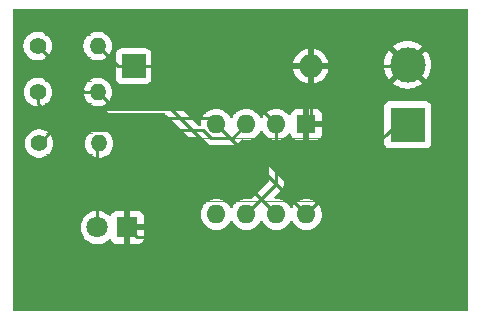
<source format=gbr>
%TF.GenerationSoftware,KiCad,Pcbnew,(7.0.0)*%
%TF.CreationDate,2024-12-22T03:00:09+00:00*%
%TF.ProjectId,LED Blinker,4c454420-426c-4696-9e6b-65722e6b6963,rev?*%
%TF.SameCoordinates,Original*%
%TF.FileFunction,Copper,L1,Top*%
%TF.FilePolarity,Positive*%
%FSLAX46Y46*%
G04 Gerber Fmt 4.6, Leading zero omitted, Abs format (unit mm)*
G04 Created by KiCad (PCBNEW (7.0.0)) date 2024-12-22 03:00:09*
%MOMM*%
%LPD*%
G01*
G04 APERTURE LIST*
%TA.AperFunction,ComponentPad*%
%ADD10R,1.600000X1.600000*%
%TD*%
%TA.AperFunction,ComponentPad*%
%ADD11O,1.600000X1.600000*%
%TD*%
%TA.AperFunction,ComponentPad*%
%ADD12O,1.400000X1.400000*%
%TD*%
%TA.AperFunction,ComponentPad*%
%ADD13C,1.400000*%
%TD*%
%TA.AperFunction,ComponentPad*%
%ADD14R,1.800000X1.800000*%
%TD*%
%TA.AperFunction,ComponentPad*%
%ADD15C,1.800000*%
%TD*%
%TA.AperFunction,ComponentPad*%
%ADD16R,2.000000X2.000000*%
%TD*%
%TA.AperFunction,ComponentPad*%
%ADD17O,2.000000X2.000000*%
%TD*%
%TA.AperFunction,ComponentPad*%
%ADD18R,3.000000X3.000000*%
%TD*%
%TA.AperFunction,ComponentPad*%
%ADD19C,3.000000*%
%TD*%
%TA.AperFunction,Conductor*%
%ADD20C,0.250000*%
%TD*%
%ADD21C,0.150000*%
%ADD22C,0.010000*%
%ADD23C,0.120000*%
%ADD24R,1.600000X1.600000*%
%ADD25O,1.600000X1.600000*%
%ADD26O,1.400000X1.400000*%
%ADD27C,1.400000*%
%ADD28R,1.800000X1.800000*%
%ADD29C,1.800000*%
%ADD30R,2.000000X2.000000*%
%ADD31O,2.000000X2.000000*%
%ADD32R,3.000000X3.000000*%
%ADD33C,3.000000*%
%TA.AperFunction,Profile*%
%ADD34C,0.100000*%
%TD*%
G04 APERTURE END LIST*
D10*
%TO.P,U1,1,GND*%
%TO.N,GND*%
X165953599Y-84795199D03*
D11*
%TO.P,U1,2,TR*%
%TO.N,Net-(U1-THR)*%
X163413599Y-84795199D03*
%TO.P,U1,3,Q*%
%TO.N,Net-(U1-Q)*%
X160873599Y-84795199D03*
%TO.P,U1,4,R*%
%TO.N,+9V*%
X158333599Y-84795199D03*
%TO.P,U1,5,CV*%
%TO.N,unconnected-(U1-CV-Pad5)*%
X158333599Y-92415199D03*
%TO.P,U1,6,THR*%
%TO.N,Net-(U1-THR)*%
X160873599Y-92415199D03*
%TO.P,U1,7,DIS*%
%TO.N,Net-(U1-DIS)*%
X163413599Y-92415199D03*
%TO.P,U1,8,VCC*%
%TO.N,+9V*%
X165953599Y-92415199D03*
%TD*%
D12*
%TO.P,R3,2*%
%TO.N,Net-(D1-A)*%
X148412199Y-86410799D03*
D13*
%TO.P,R3,1*%
%TO.N,Net-(U1-Q)*%
X143332200Y-86410800D03*
%TD*%
%TO.P,R2,1*%
%TO.N,Net-(U1-DIS)*%
X143205200Y-78155800D03*
D12*
%TO.P,R2,2*%
%TO.N,Net-(U1-THR)*%
X148285199Y-78155799D03*
%TD*%
%TO.P,R1,2*%
%TO.N,Net-(U1-DIS)*%
X148310599Y-82067399D03*
D13*
%TO.P,R1,1*%
%TO.N,+9V*%
X143230600Y-82067400D03*
%TD*%
D14*
%TO.P,D1,1,K*%
%TO.N,GND*%
X150799799Y-93522799D03*
D15*
%TO.P,D1,2,A*%
%TO.N,Net-(D1-A)*%
X148259800Y-93522800D03*
%TD*%
D16*
%TO.P,C1,1*%
%TO.N,Net-(U1-THR)*%
X151326199Y-79871499D03*
D17*
%TO.P,C1,2*%
%TO.N,GND*%
X166326199Y-79871499D03*
%TD*%
D18*
%TO.P,BT1,1,+*%
%TO.N,+9V*%
X174523399Y-84835999D03*
D19*
%TO.P,BT1,2,-*%
%TO.N,GND*%
X174523400Y-79756000D03*
%TD*%
D20*
%TO.N,+9V*%
X157815600Y-84277200D02*
X158333600Y-84795200D01*
X144424400Y-84277200D02*
X157815600Y-84277200D01*
X143230600Y-82067400D02*
X143230600Y-83083400D01*
X143230600Y-83083400D02*
X144424400Y-84277200D01*
%TO.N,Net-(U1-DIS)*%
X147116800Y-82067400D02*
X148310600Y-82067400D01*
X143205200Y-78155800D02*
X147116800Y-82067400D01*
%TO.N,Net-(U1-THR)*%
X150000900Y-79871500D02*
X148285200Y-78155800D01*
X151326200Y-79871500D02*
X150000900Y-79871500D01*
X151286900Y-79832200D02*
X151326200Y-79871500D01*
%TO.N,Net-(U1-Q)*%
X159748600Y-85920200D02*
X160873600Y-84795200D01*
X157867609Y-85920200D02*
X159748600Y-85920200D01*
X144481809Y-85261191D02*
X157208600Y-85261191D01*
X157208600Y-85261191D02*
X157867609Y-85920200D01*
X143332200Y-86410800D02*
X144481809Y-85261191D01*
%TO.N,Net-(D1-A)*%
X148259800Y-86563200D02*
X148412200Y-86410800D01*
X148259800Y-93522800D02*
X148259800Y-86563200D01*
%TO.N,GND*%
X166326200Y-84422600D02*
X165953600Y-84795200D01*
X166326200Y-79871500D02*
X166326200Y-84422600D01*
%TO.N,Net-(U1-THR)*%
X151326200Y-79871500D02*
X158489900Y-79871500D01*
X158489900Y-79871500D02*
X163413600Y-84795200D01*
X163413600Y-89875200D02*
X160873600Y-92415200D01*
X163413600Y-84795200D02*
X163413600Y-89875200D01*
%TO.N,+9V*%
X173532800Y-84836000D02*
X165953600Y-92415200D01*
X174523400Y-84836000D02*
X173532800Y-84836000D01*
%TO.N,GND*%
X174407900Y-79871500D02*
X174523400Y-79756000D01*
X166326200Y-79871500D02*
X174407900Y-79871500D01*
%TD*%
%TA.AperFunction,Conductor*%
%TO.N,GND*%
G36*
X179490100Y-75048713D02*
G01*
X179535487Y-75094100D01*
X179552100Y-75156100D01*
X179552100Y-100383300D01*
X179535487Y-100445300D01*
X179490100Y-100490687D01*
X179428100Y-100507300D01*
X141234500Y-100507300D01*
X141172500Y-100490687D01*
X141127113Y-100445300D01*
X141110500Y-100383300D01*
X141110500Y-82067400D01*
X142024957Y-82067400D01*
X142045485Y-82288936D01*
X142047054Y-82294450D01*
X142104801Y-82497413D01*
X142104804Y-82497421D01*
X142106371Y-82502928D01*
X142108923Y-82508053D01*
X142108925Y-82508058D01*
X142202987Y-82696959D01*
X142202989Y-82696963D01*
X142205542Y-82702089D01*
X142208991Y-82706656D01*
X142208994Y-82706661D01*
X142336161Y-82875058D01*
X142336166Y-82875063D01*
X142339619Y-82879636D01*
X142343855Y-82883497D01*
X142343859Y-82883502D01*
X142414866Y-82948233D01*
X142504038Y-83029524D01*
X142508908Y-83032539D01*
X142508909Y-83032540D01*
X142548491Y-83057048D01*
X142590581Y-83100439D01*
X142607153Y-83158574D01*
X142607645Y-83174229D01*
X142607646Y-83174235D01*
X142607891Y-83182027D01*
X142610067Y-83189519D01*
X142610068Y-83189521D01*
X142613479Y-83201262D01*
X142617425Y-83220315D01*
X142619936Y-83240192D01*
X142622806Y-83247442D01*
X142622808Y-83247448D01*
X142636014Y-83280804D01*
X142639797Y-83291851D01*
X142651982Y-83333790D01*
X142655953Y-83340505D01*
X142655954Y-83340507D01*
X142662181Y-83351037D01*
X142670736Y-83368499D01*
X142675242Y-83379880D01*
X142675243Y-83379883D01*
X142678114Y-83387132D01*
X142682902Y-83393722D01*
X142703781Y-83422460D01*
X142710193Y-83432222D01*
X142728456Y-83463102D01*
X142728459Y-83463107D01*
X142732430Y-83469820D01*
X142737945Y-83475335D01*
X142746590Y-83483980D01*
X142759226Y-83498774D01*
X142766419Y-83508675D01*
X142766423Y-83508679D01*
X142771006Y-83514987D01*
X142777015Y-83519958D01*
X142777016Y-83519959D01*
X142804658Y-83542826D01*
X142813299Y-83550689D01*
X143927107Y-84664498D01*
X143934559Y-84672687D01*
X143938614Y-84679077D01*
X143944299Y-84684415D01*
X143944301Y-84684418D01*
X143969477Y-84708060D01*
X144003670Y-84763857D01*
X144004698Y-84829289D01*
X143972275Y-84886133D01*
X143662093Y-85196315D01*
X143611092Y-85227085D01*
X143551627Y-85230523D01*
X143449072Y-85211352D01*
X143449069Y-85211351D01*
X143443443Y-85210300D01*
X143220957Y-85210300D01*
X143215331Y-85211351D01*
X143215327Y-85211352D01*
X143007897Y-85250128D01*
X143007894Y-85250128D01*
X143002260Y-85251182D01*
X142996917Y-85253251D01*
X142996913Y-85253253D01*
X142800141Y-85329483D01*
X142800136Y-85329485D01*
X142794799Y-85331553D01*
X142789927Y-85334569D01*
X142789924Y-85334571D01*
X142610509Y-85445659D01*
X142610501Y-85445664D01*
X142605638Y-85448676D01*
X142601407Y-85452532D01*
X142601403Y-85452536D01*
X142445459Y-85594697D01*
X142445449Y-85594707D01*
X142441219Y-85598564D01*
X142437770Y-85603130D01*
X142437761Y-85603141D01*
X142310594Y-85771538D01*
X142310587Y-85771548D01*
X142307142Y-85776111D01*
X142304592Y-85781231D01*
X142304587Y-85781240D01*
X142210525Y-85970141D01*
X142210521Y-85970149D01*
X142207971Y-85975272D01*
X142206405Y-85980775D01*
X142206401Y-85980786D01*
X142164581Y-86127771D01*
X142147085Y-86189264D01*
X142126557Y-86410800D01*
X142127086Y-86416509D01*
X142138925Y-86544280D01*
X142147085Y-86632336D01*
X142148654Y-86637850D01*
X142206401Y-86840813D01*
X142206404Y-86840821D01*
X142207971Y-86846328D01*
X142210523Y-86851453D01*
X142210525Y-86851458D01*
X142304587Y-87040359D01*
X142304589Y-87040363D01*
X142307142Y-87045489D01*
X142310591Y-87050056D01*
X142310594Y-87050061D01*
X142437761Y-87218458D01*
X142437766Y-87218463D01*
X142441219Y-87223036D01*
X142445455Y-87226897D01*
X142445459Y-87226902D01*
X142513838Y-87289237D01*
X142605638Y-87372924D01*
X142794799Y-87490047D01*
X143002260Y-87570418D01*
X143220957Y-87611300D01*
X143437714Y-87611300D01*
X143443443Y-87611300D01*
X143662140Y-87570418D01*
X143869601Y-87490047D01*
X144058762Y-87372924D01*
X144223181Y-87223036D01*
X144357258Y-87045489D01*
X144456429Y-86846328D01*
X144517315Y-86632336D01*
X144537843Y-86410800D01*
X144517315Y-86189264D01*
X144516491Y-86186369D01*
X144519869Y-86127951D01*
X144550637Y-86076952D01*
X144704582Y-85923007D01*
X144744808Y-85896130D01*
X144792261Y-85886691D01*
X147148972Y-85886691D01*
X147204243Y-85899691D01*
X147247926Y-85935964D01*
X147270861Y-85987906D01*
X147268238Y-86044625D01*
X147244581Y-86127771D01*
X147227085Y-86189264D01*
X147206557Y-86410800D01*
X147207086Y-86416509D01*
X147218925Y-86544280D01*
X147227085Y-86632336D01*
X147228654Y-86637850D01*
X147286401Y-86840813D01*
X147286404Y-86840821D01*
X147287971Y-86846328D01*
X147290523Y-86851453D01*
X147290525Y-86851458D01*
X147384587Y-87040359D01*
X147384589Y-87040363D01*
X147387142Y-87045489D01*
X147390591Y-87050056D01*
X147390594Y-87050061D01*
X147517761Y-87218458D01*
X147517766Y-87218463D01*
X147521219Y-87223036D01*
X147525455Y-87226897D01*
X147525459Y-87226902D01*
X147593838Y-87289237D01*
X147623734Y-87330788D01*
X147634300Y-87380874D01*
X147634300Y-92194986D01*
X147616823Y-92258460D01*
X147569317Y-92304041D01*
X147495687Y-92343887D01*
X147495680Y-92343890D01*
X147491174Y-92346330D01*
X147487134Y-92349474D01*
X147487127Y-92349479D01*
X147312063Y-92485736D01*
X147312055Y-92485743D01*
X147308016Y-92488887D01*
X147304546Y-92492655D01*
X147304542Y-92492660D01*
X147154291Y-92655877D01*
X147154288Y-92655880D01*
X147150821Y-92659647D01*
X147148026Y-92663924D01*
X147148019Y-92663934D01*
X147026678Y-92849662D01*
X147023876Y-92853951D01*
X147021821Y-92858635D01*
X147021816Y-92858645D01*
X146955459Y-93009925D01*
X146930643Y-93066500D01*
X146929385Y-93071465D01*
X146929384Y-93071470D01*
X146874925Y-93286520D01*
X146874923Y-93286529D01*
X146873666Y-93291495D01*
X146873242Y-93296602D01*
X146873241Y-93296613D01*
X146855000Y-93516755D01*
X146854500Y-93522800D01*
X146854924Y-93527917D01*
X146873241Y-93748986D01*
X146873242Y-93748995D01*
X146873666Y-93754105D01*
X146874923Y-93759072D01*
X146874925Y-93759079D01*
X146929384Y-93974129D01*
X146930643Y-93979100D01*
X146932703Y-93983796D01*
X147021816Y-94186954D01*
X147021819Y-94186959D01*
X147023876Y-94191649D01*
X147087348Y-94288800D01*
X147148019Y-94381665D01*
X147148022Y-94381669D01*
X147150821Y-94385953D01*
X147308016Y-94556713D01*
X147312062Y-94559862D01*
X147312063Y-94559863D01*
X147399594Y-94627991D01*
X147491174Y-94699270D01*
X147695297Y-94809736D01*
X147914819Y-94885098D01*
X148143751Y-94923300D01*
X148370716Y-94923300D01*
X148375849Y-94923300D01*
X148604781Y-94885098D01*
X148824303Y-94809736D01*
X149028426Y-94699270D01*
X149211584Y-94556713D01*
X149220310Y-94547233D01*
X149272932Y-94513378D01*
X149335387Y-94509528D01*
X149391770Y-94536666D01*
X149427724Y-94587880D01*
X149453348Y-94656579D01*
X149461762Y-94671989D01*
X149537298Y-94772892D01*
X149549707Y-94785301D01*
X149650610Y-94860837D01*
X149666022Y-94869252D01*
X149785158Y-94913688D01*
X149800132Y-94917226D01*
X149848685Y-94922446D01*
X149855282Y-94922800D01*
X150533474Y-94922800D01*
X150546349Y-94919349D01*
X150549800Y-94906474D01*
X151049800Y-94906474D01*
X151053250Y-94919349D01*
X151066126Y-94922800D01*
X151744318Y-94922800D01*
X151750914Y-94922446D01*
X151799467Y-94917226D01*
X151814441Y-94913688D01*
X151933577Y-94869252D01*
X151948989Y-94860837D01*
X152049892Y-94785301D01*
X152062301Y-94772892D01*
X152137837Y-94671989D01*
X152146252Y-94656577D01*
X152190688Y-94537441D01*
X152194226Y-94522467D01*
X152199446Y-94473914D01*
X152199800Y-94467318D01*
X152199800Y-93789126D01*
X152196349Y-93776250D01*
X152183474Y-93772800D01*
X151066126Y-93772800D01*
X151053250Y-93776250D01*
X151049800Y-93789126D01*
X151049800Y-94906474D01*
X150549800Y-94906474D01*
X150549800Y-93256474D01*
X151049800Y-93256474D01*
X151053250Y-93269349D01*
X151066126Y-93272800D01*
X152183474Y-93272800D01*
X152196349Y-93269349D01*
X152199800Y-93256474D01*
X152199800Y-92578282D01*
X152199446Y-92571685D01*
X152194226Y-92523132D01*
X152190688Y-92508158D01*
X152146252Y-92389022D01*
X152137837Y-92373610D01*
X152062301Y-92272707D01*
X152049892Y-92260298D01*
X151948989Y-92184762D01*
X151933577Y-92176347D01*
X151814441Y-92131911D01*
X151799467Y-92128373D01*
X151750914Y-92123153D01*
X151744318Y-92122800D01*
X151066126Y-92122800D01*
X151053250Y-92126250D01*
X151049800Y-92139126D01*
X151049800Y-93256474D01*
X150549800Y-93256474D01*
X150549800Y-92139126D01*
X150546349Y-92126250D01*
X150533474Y-92122800D01*
X149855282Y-92122800D01*
X149848685Y-92123153D01*
X149800132Y-92128373D01*
X149785158Y-92131911D01*
X149666022Y-92176347D01*
X149650610Y-92184762D01*
X149549707Y-92260298D01*
X149537298Y-92272707D01*
X149461762Y-92373610D01*
X149453345Y-92389024D01*
X149427723Y-92457720D01*
X149391771Y-92508933D01*
X149335390Y-92536070D01*
X149272936Y-92532222D01*
X149220313Y-92498369D01*
X149215058Y-92492661D01*
X149215057Y-92492660D01*
X149211584Y-92488887D01*
X149171540Y-92457720D01*
X149032472Y-92349479D01*
X149032471Y-92349478D01*
X149028426Y-92346330D01*
X148950283Y-92304041D01*
X148902777Y-92258460D01*
X148885300Y-92194986D01*
X148885300Y-87598252D01*
X148903871Y-87532978D01*
X148950091Y-87490838D01*
X148949601Y-87490047D01*
X148949601Y-87490046D01*
X149138762Y-87372924D01*
X149303181Y-87223036D01*
X149437258Y-87045489D01*
X149536429Y-86846328D01*
X149597315Y-86632336D01*
X149617843Y-86410800D01*
X149597315Y-86189264D01*
X149556162Y-86044625D01*
X149553539Y-85987906D01*
X149576474Y-85935964D01*
X149620157Y-85899691D01*
X149675428Y-85886691D01*
X156898148Y-85886691D01*
X156945601Y-85896130D01*
X156985828Y-85923009D01*
X157190589Y-86127771D01*
X157370316Y-86307498D01*
X157377768Y-86315687D01*
X157381823Y-86322077D01*
X157430832Y-86368100D01*
X157433628Y-86370810D01*
X157453138Y-86390320D01*
X157456318Y-86392787D01*
X157465180Y-86400355D01*
X157476302Y-86410800D01*
X157491341Y-86424923D01*
X157491343Y-86424924D01*
X157497027Y-86430262D01*
X157503860Y-86434018D01*
X157503861Y-86434019D01*
X157514582Y-86439913D01*
X157530843Y-86450594D01*
X157546673Y-86462873D01*
X157586764Y-86480221D01*
X157597244Y-86485355D01*
X157635517Y-86506397D01*
X157654925Y-86511380D01*
X157673328Y-86517681D01*
X157684553Y-86522539D01*
X157684555Y-86522539D01*
X157691713Y-86525637D01*
X157734867Y-86532471D01*
X157746253Y-86534829D01*
X157788590Y-86545700D01*
X157808626Y-86545700D01*
X157828024Y-86547227D01*
X157840095Y-86549139D01*
X157840096Y-86549139D01*
X157847805Y-86550360D01*
X157885885Y-86546760D01*
X157891285Y-86546250D01*
X157902954Y-86545700D01*
X159670825Y-86545700D01*
X159681880Y-86546221D01*
X159689267Y-86547873D01*
X159756472Y-86545761D01*
X159760368Y-86545700D01*
X159784048Y-86545700D01*
X159787950Y-86545700D01*
X159791913Y-86545199D01*
X159803563Y-86544280D01*
X159847227Y-86542909D01*
X159866461Y-86537319D01*
X159885517Y-86533374D01*
X159905392Y-86530864D01*
X159945995Y-86514787D01*
X159957050Y-86511002D01*
X159998990Y-86498818D01*
X160016229Y-86488622D01*
X160033703Y-86480062D01*
X160045074Y-86475560D01*
X160045076Y-86475558D01*
X160052332Y-86472686D01*
X160087669Y-86447011D01*
X160097424Y-86440603D01*
X160135020Y-86418370D01*
X160149184Y-86404205D01*
X160163979Y-86391568D01*
X160180187Y-86379794D01*
X160208028Y-86346138D01*
X160215879Y-86337509D01*
X160458780Y-86094609D01*
X160514364Y-86062518D01*
X160578548Y-86062518D01*
X160646908Y-86080835D01*
X160873600Y-86100668D01*
X161100292Y-86080835D01*
X161320096Y-86021939D01*
X161526334Y-85925768D01*
X161712739Y-85795247D01*
X161873647Y-85634339D01*
X162004168Y-85447934D01*
X162031218Y-85389924D01*
X162076975Y-85337749D01*
X162143600Y-85318330D01*
X162210225Y-85337749D01*
X162255981Y-85389924D01*
X162283032Y-85447934D01*
X162413553Y-85634339D01*
X162574461Y-85795247D01*
X162622633Y-85828977D01*
X162735223Y-85907813D01*
X162774089Y-85952131D01*
X162788100Y-86009388D01*
X162788100Y-89564747D01*
X162778661Y-89612200D01*
X162751781Y-89652428D01*
X161288421Y-91115786D01*
X161232834Y-91147880D01*
X161168648Y-91147880D01*
X161105520Y-91130965D01*
X161105511Y-91130963D01*
X161100292Y-91129565D01*
X161094904Y-91129093D01*
X161094901Y-91129093D01*
X160878995Y-91110204D01*
X160873600Y-91109732D01*
X160868205Y-91110204D01*
X160652298Y-91129093D01*
X160652293Y-91129093D01*
X160646908Y-91129565D01*
X160641694Y-91130962D01*
X160641683Y-91130964D01*
X160432336Y-91187058D01*
X160432324Y-91187062D01*
X160427104Y-91188461D01*
X160422199Y-91190747D01*
X160422194Y-91190750D01*
X160225776Y-91282342D01*
X160225772Y-91282344D01*
X160220866Y-91284632D01*
X160216433Y-91287735D01*
X160216426Y-91287740D01*
X160038896Y-91412047D01*
X160038891Y-91412050D01*
X160034461Y-91415153D01*
X160030637Y-91418976D01*
X160030631Y-91418982D01*
X159877382Y-91572231D01*
X159877376Y-91572237D01*
X159873553Y-91576061D01*
X159870450Y-91580491D01*
X159870447Y-91580496D01*
X159746140Y-91758026D01*
X159746135Y-91758033D01*
X159743032Y-91762466D01*
X159740748Y-91767363D01*
X159740741Y-91767376D01*
X159715982Y-91820474D01*
X159670225Y-91872650D01*
X159603600Y-91892069D01*
X159536975Y-91872650D01*
X159491218Y-91820474D01*
X159466458Y-91767376D01*
X159466455Y-91767372D01*
X159464168Y-91762466D01*
X159333647Y-91576061D01*
X159172739Y-91415153D01*
X158986334Y-91284632D01*
X158780096Y-91188461D01*
X158774871Y-91187061D01*
X158774863Y-91187058D01*
X158565516Y-91130964D01*
X158565507Y-91130962D01*
X158560292Y-91129565D01*
X158554904Y-91129093D01*
X158554901Y-91129093D01*
X158338995Y-91110204D01*
X158333600Y-91109732D01*
X158328205Y-91110204D01*
X158112298Y-91129093D01*
X158112293Y-91129093D01*
X158106908Y-91129565D01*
X158101694Y-91130962D01*
X158101683Y-91130964D01*
X157892336Y-91187058D01*
X157892324Y-91187062D01*
X157887104Y-91188461D01*
X157882199Y-91190747D01*
X157882194Y-91190750D01*
X157685776Y-91282342D01*
X157685772Y-91282344D01*
X157680866Y-91284632D01*
X157676433Y-91287735D01*
X157676426Y-91287740D01*
X157498896Y-91412047D01*
X157498891Y-91412050D01*
X157494461Y-91415153D01*
X157490637Y-91418976D01*
X157490631Y-91418982D01*
X157337382Y-91572231D01*
X157337376Y-91572237D01*
X157333553Y-91576061D01*
X157330450Y-91580491D01*
X157330447Y-91580496D01*
X157206140Y-91758026D01*
X157206135Y-91758033D01*
X157203032Y-91762466D01*
X157200744Y-91767372D01*
X157200742Y-91767376D01*
X157109150Y-91963794D01*
X157109147Y-91963799D01*
X157106861Y-91968704D01*
X157105462Y-91973924D01*
X157105458Y-91973936D01*
X157049364Y-92183283D01*
X157049362Y-92183294D01*
X157047965Y-92188508D01*
X157047493Y-92193893D01*
X157047493Y-92193898D01*
X157037857Y-92304041D01*
X157028132Y-92415200D01*
X157028604Y-92420595D01*
X157041822Y-92571685D01*
X157047965Y-92641892D01*
X157049362Y-92647107D01*
X157049364Y-92647116D01*
X157105458Y-92856463D01*
X157105461Y-92856471D01*
X157106861Y-92861696D01*
X157203032Y-93067934D01*
X157333553Y-93254339D01*
X157494461Y-93415247D01*
X157680866Y-93545768D01*
X157887104Y-93641939D01*
X158106908Y-93700835D01*
X158333600Y-93720668D01*
X158560292Y-93700835D01*
X158780096Y-93641939D01*
X158986334Y-93545768D01*
X159172739Y-93415247D01*
X159333647Y-93254339D01*
X159464168Y-93067934D01*
X159491218Y-93009924D01*
X159536975Y-92957749D01*
X159603600Y-92938330D01*
X159670225Y-92957749D01*
X159715981Y-93009924D01*
X159743032Y-93067934D01*
X159873553Y-93254339D01*
X160034461Y-93415247D01*
X160220866Y-93545768D01*
X160427104Y-93641939D01*
X160646908Y-93700835D01*
X160873600Y-93720668D01*
X161100292Y-93700835D01*
X161320096Y-93641939D01*
X161526334Y-93545768D01*
X161712739Y-93415247D01*
X161873647Y-93254339D01*
X162004168Y-93067934D01*
X162031218Y-93009924D01*
X162076975Y-92957749D01*
X162143600Y-92938330D01*
X162210225Y-92957749D01*
X162255981Y-93009924D01*
X162283032Y-93067934D01*
X162413553Y-93254339D01*
X162574461Y-93415247D01*
X162760866Y-93545768D01*
X162967104Y-93641939D01*
X163186908Y-93700835D01*
X163413600Y-93720668D01*
X163640292Y-93700835D01*
X163860096Y-93641939D01*
X164066334Y-93545768D01*
X164252739Y-93415247D01*
X164413647Y-93254339D01*
X164544168Y-93067934D01*
X164571218Y-93009924D01*
X164616975Y-92957749D01*
X164683600Y-92938330D01*
X164750225Y-92957749D01*
X164795981Y-93009924D01*
X164823032Y-93067934D01*
X164953553Y-93254339D01*
X165114461Y-93415247D01*
X165300866Y-93545768D01*
X165507104Y-93641939D01*
X165726908Y-93700835D01*
X165953600Y-93720668D01*
X166180292Y-93700835D01*
X166400096Y-93641939D01*
X166606334Y-93545768D01*
X166792739Y-93415247D01*
X166953647Y-93254339D01*
X167084168Y-93067934D01*
X167180339Y-92861696D01*
X167239235Y-92641892D01*
X167259068Y-92415200D01*
X167239235Y-92188508D01*
X167235976Y-92176347D01*
X167221723Y-92123153D01*
X167220918Y-92120151D01*
X167220918Y-92055965D01*
X167253010Y-92000379D01*
X172529252Y-86724136D01*
X172579175Y-86693707D01*
X172637494Y-86689536D01*
X172691242Y-86712552D01*
X172752344Y-86758292D01*
X172781069Y-86779796D01*
X172915917Y-86830091D01*
X172975527Y-86836500D01*
X176071272Y-86836499D01*
X176130883Y-86830091D01*
X176265731Y-86779796D01*
X176380946Y-86693546D01*
X176467196Y-86578331D01*
X176517491Y-86443483D01*
X176523900Y-86383873D01*
X176523899Y-83288128D01*
X176517491Y-83228517D01*
X176467196Y-83093669D01*
X176380946Y-82978454D01*
X176265731Y-82892204D01*
X176130883Y-82841909D01*
X176123170Y-82841079D01*
X176123167Y-82841079D01*
X176074580Y-82835855D01*
X176074569Y-82835854D01*
X176071273Y-82835500D01*
X176067950Y-82835500D01*
X172978839Y-82835500D01*
X172978820Y-82835500D01*
X172975528Y-82835501D01*
X172972250Y-82835853D01*
X172972238Y-82835854D01*
X172923631Y-82841079D01*
X172923625Y-82841080D01*
X172915917Y-82841909D01*
X172908652Y-82844618D01*
X172908646Y-82844620D01*
X172789380Y-82889104D01*
X172789378Y-82889104D01*
X172781069Y-82892204D01*
X172773972Y-82897516D01*
X172773968Y-82897519D01*
X172672950Y-82973141D01*
X172672946Y-82973144D01*
X172665854Y-82978454D01*
X172660544Y-82985546D01*
X172660541Y-82985550D01*
X172584919Y-83086568D01*
X172584916Y-83086572D01*
X172579604Y-83093669D01*
X172576504Y-83101978D01*
X172576504Y-83101980D01*
X172532020Y-83221247D01*
X172532019Y-83221250D01*
X172529309Y-83228517D01*
X172528479Y-83236227D01*
X172528479Y-83236232D01*
X172523255Y-83284819D01*
X172523254Y-83284831D01*
X172522900Y-83288127D01*
X172522900Y-83291449D01*
X172522900Y-84909946D01*
X172513461Y-84957399D01*
X172486581Y-84997627D01*
X166368421Y-91115786D01*
X166312834Y-91147880D01*
X166248648Y-91147880D01*
X166185520Y-91130965D01*
X166185511Y-91130963D01*
X166180292Y-91129565D01*
X166174904Y-91129093D01*
X166174901Y-91129093D01*
X165958995Y-91110204D01*
X165953600Y-91109732D01*
X165948205Y-91110204D01*
X165732298Y-91129093D01*
X165732293Y-91129093D01*
X165726908Y-91129565D01*
X165721694Y-91130962D01*
X165721683Y-91130964D01*
X165512336Y-91187058D01*
X165512324Y-91187062D01*
X165507104Y-91188461D01*
X165502199Y-91190747D01*
X165502194Y-91190750D01*
X165305776Y-91282342D01*
X165305772Y-91282344D01*
X165300866Y-91284632D01*
X165296433Y-91287735D01*
X165296426Y-91287740D01*
X165118896Y-91412047D01*
X165118891Y-91412050D01*
X165114461Y-91415153D01*
X165110637Y-91418976D01*
X165110631Y-91418982D01*
X164957382Y-91572231D01*
X164957376Y-91572237D01*
X164953553Y-91576061D01*
X164950450Y-91580491D01*
X164950447Y-91580496D01*
X164826140Y-91758026D01*
X164826135Y-91758033D01*
X164823032Y-91762466D01*
X164820748Y-91767363D01*
X164820741Y-91767376D01*
X164795982Y-91820474D01*
X164750225Y-91872650D01*
X164683600Y-91892069D01*
X164616975Y-91872650D01*
X164571218Y-91820474D01*
X164546458Y-91767376D01*
X164546455Y-91767372D01*
X164544168Y-91762466D01*
X164413647Y-91576061D01*
X164252739Y-91415153D01*
X164066334Y-91284632D01*
X163860096Y-91188461D01*
X163854871Y-91187061D01*
X163854863Y-91187058D01*
X163645516Y-91130964D01*
X163645507Y-91130962D01*
X163640292Y-91129565D01*
X163634904Y-91129093D01*
X163634901Y-91129093D01*
X163418995Y-91110204D01*
X163413600Y-91109732D01*
X163408205Y-91110204D01*
X163408203Y-91110204D01*
X163369495Y-91113590D01*
X163310237Y-91104204D01*
X163262322Y-91068097D01*
X163236967Y-91013722D01*
X163240107Y-90953808D01*
X163271006Y-90902383D01*
X163800911Y-90372478D01*
X163809081Y-90365044D01*
X163815477Y-90360986D01*
X163861518Y-90311956D01*
X163864135Y-90309254D01*
X163883720Y-90289671D01*
X163886185Y-90286492D01*
X163893767Y-90277616D01*
X163923662Y-90245782D01*
X163933313Y-90228223D01*
X163943990Y-90211970D01*
X163956273Y-90196136D01*
X163973618Y-90156052D01*
X163978751Y-90145571D01*
X163999797Y-90107292D01*
X164004779Y-90087884D01*
X164011082Y-90069476D01*
X164019037Y-90051096D01*
X164025871Y-90007944D01*
X164028233Y-89996538D01*
X164039100Y-89954219D01*
X164039100Y-89934183D01*
X164040627Y-89914785D01*
X164042539Y-89902713D01*
X164042538Y-89902713D01*
X164043760Y-89895004D01*
X164039650Y-89851524D01*
X164039100Y-89839855D01*
X164039100Y-86009388D01*
X164053111Y-85952131D01*
X164091977Y-85907813D01*
X164182556Y-85844389D01*
X164252739Y-85795247D01*
X164413647Y-85634339D01*
X164431310Y-85609112D01*
X164476151Y-85569976D01*
X164534064Y-85556242D01*
X164591706Y-85571075D01*
X164635795Y-85611059D01*
X164656174Y-85666981D01*
X164659171Y-85694859D01*
X164662711Y-85709841D01*
X164707147Y-85828977D01*
X164715562Y-85844389D01*
X164791098Y-85945292D01*
X164803507Y-85957701D01*
X164904410Y-86033237D01*
X164919822Y-86041652D01*
X165038958Y-86086088D01*
X165053932Y-86089626D01*
X165102485Y-86094846D01*
X165109082Y-86095200D01*
X165687274Y-86095200D01*
X165700149Y-86091749D01*
X165703600Y-86078874D01*
X166203600Y-86078874D01*
X166207050Y-86091749D01*
X166219926Y-86095200D01*
X166798118Y-86095200D01*
X166804714Y-86094846D01*
X166853267Y-86089626D01*
X166868241Y-86086088D01*
X166987377Y-86041652D01*
X167002789Y-86033237D01*
X167103692Y-85957701D01*
X167116101Y-85945292D01*
X167191637Y-85844389D01*
X167200052Y-85828977D01*
X167244488Y-85709841D01*
X167248026Y-85694867D01*
X167253246Y-85646314D01*
X167253600Y-85639718D01*
X167253600Y-85061526D01*
X167250149Y-85048650D01*
X167237274Y-85045200D01*
X166219926Y-85045200D01*
X166207050Y-85048650D01*
X166203600Y-85061526D01*
X166203600Y-86078874D01*
X165703600Y-86078874D01*
X165703600Y-84528874D01*
X166203600Y-84528874D01*
X166207050Y-84541749D01*
X166219926Y-84545200D01*
X167237274Y-84545200D01*
X167250149Y-84541749D01*
X167253600Y-84528874D01*
X167253600Y-83950682D01*
X167253246Y-83944085D01*
X167248026Y-83895532D01*
X167244488Y-83880558D01*
X167200052Y-83761422D01*
X167191637Y-83746010D01*
X167116101Y-83645107D01*
X167103692Y-83632698D01*
X167002789Y-83557162D01*
X166987377Y-83548747D01*
X166868241Y-83504311D01*
X166853267Y-83500773D01*
X166804714Y-83495553D01*
X166798118Y-83495200D01*
X166219926Y-83495200D01*
X166207050Y-83498650D01*
X166203600Y-83511526D01*
X166203600Y-84528874D01*
X165703600Y-84528874D01*
X165703600Y-83511526D01*
X165700149Y-83498650D01*
X165687274Y-83495200D01*
X165109082Y-83495200D01*
X165102485Y-83495553D01*
X165053932Y-83500773D01*
X165038958Y-83504311D01*
X164919822Y-83548747D01*
X164904410Y-83557162D01*
X164803507Y-83632698D01*
X164791098Y-83645107D01*
X164715562Y-83746010D01*
X164707147Y-83761422D01*
X164662711Y-83880558D01*
X164659171Y-83895540D01*
X164656174Y-83923419D01*
X164635795Y-83979340D01*
X164591706Y-84019324D01*
X164534066Y-84034157D01*
X164476153Y-84020424D01*
X164431311Y-83981287D01*
X164416754Y-83960498D01*
X164416752Y-83960496D01*
X164413647Y-83956061D01*
X164252739Y-83795153D01*
X164066334Y-83664632D01*
X163860096Y-83568461D01*
X163854871Y-83567061D01*
X163854863Y-83567058D01*
X163645516Y-83510964D01*
X163645507Y-83510962D01*
X163640292Y-83509565D01*
X163634904Y-83509093D01*
X163634901Y-83509093D01*
X163418995Y-83490204D01*
X163413600Y-83489732D01*
X163408205Y-83490204D01*
X163192298Y-83509093D01*
X163192293Y-83509093D01*
X163186908Y-83509565D01*
X163181690Y-83510962D01*
X163181679Y-83510965D01*
X163118550Y-83527880D01*
X163054363Y-83527880D01*
X162998777Y-83495786D01*
X159627016Y-80124025D01*
X164845404Y-80124025D01*
X164845635Y-80135224D01*
X164901353Y-80355247D01*
X164904672Y-80364914D01*
X165000407Y-80583171D01*
X165005272Y-80592161D01*
X165135624Y-80791679D01*
X165141907Y-80799752D01*
X165303327Y-80975100D01*
X165310837Y-80982013D01*
X165498918Y-81128403D01*
X165507476Y-81133995D01*
X165717085Y-81247429D01*
X165726439Y-81251532D01*
X165951858Y-81328918D01*
X165961767Y-81331427D01*
X166062879Y-81348300D01*
X166073836Y-81347733D01*
X166076200Y-81337016D01*
X166576200Y-81337016D01*
X166578563Y-81347733D01*
X166589520Y-81348300D01*
X166665092Y-81335689D01*
X173302792Y-81335689D01*
X173311110Y-81346800D01*
X173435806Y-81440147D01*
X173443249Y-81444931D01*
X173686558Y-81577787D01*
X173694596Y-81581458D01*
X173954352Y-81678342D01*
X173962821Y-81680828D01*
X174233709Y-81739757D01*
X174242465Y-81741016D01*
X174518982Y-81760793D01*
X174527818Y-81760793D01*
X174804334Y-81741016D01*
X174813090Y-81739757D01*
X175083978Y-81680828D01*
X175092447Y-81678342D01*
X175352203Y-81581458D01*
X175360241Y-81577787D01*
X175603550Y-81444931D01*
X175610993Y-81440147D01*
X175735688Y-81346800D01*
X175744006Y-81335689D01*
X175737354Y-81323508D01*
X174534942Y-80121095D01*
X174523400Y-80114431D01*
X174511857Y-80121095D01*
X173309444Y-81323508D01*
X173302792Y-81335689D01*
X166665092Y-81335689D01*
X166690632Y-81331427D01*
X166700541Y-81328918D01*
X166925960Y-81251532D01*
X166935314Y-81247429D01*
X167144923Y-81133995D01*
X167153481Y-81128403D01*
X167341562Y-80982013D01*
X167349072Y-80975100D01*
X167510492Y-80799752D01*
X167516775Y-80791679D01*
X167647127Y-80592161D01*
X167651992Y-80583171D01*
X167747727Y-80364914D01*
X167751046Y-80355247D01*
X167806764Y-80135224D01*
X167806995Y-80124025D01*
X167796081Y-80121500D01*
X166592526Y-80121500D01*
X166579650Y-80124950D01*
X166576200Y-80137826D01*
X166576200Y-81337016D01*
X166076200Y-81337016D01*
X166076200Y-80137826D01*
X166072749Y-80124950D01*
X166059874Y-80121500D01*
X164856319Y-80121500D01*
X164845404Y-80124025D01*
X159627016Y-80124025D01*
X159263409Y-79760418D01*
X172518607Y-79760418D01*
X172538383Y-80036934D01*
X172539642Y-80045690D01*
X172598571Y-80316578D01*
X172601057Y-80325047D01*
X172697941Y-80584803D01*
X172701612Y-80592841D01*
X172834468Y-80836150D01*
X172839252Y-80843593D01*
X172932598Y-80968288D01*
X172943709Y-80976606D01*
X172955890Y-80969954D01*
X174158303Y-79767542D01*
X174164967Y-79756000D01*
X174881831Y-79756000D01*
X174888495Y-79767542D01*
X176090908Y-80969954D01*
X176103089Y-80976606D01*
X176114200Y-80968288D01*
X176207547Y-80843593D01*
X176212331Y-80836150D01*
X176345187Y-80592841D01*
X176348858Y-80584803D01*
X176445742Y-80325047D01*
X176448228Y-80316578D01*
X176507157Y-80045690D01*
X176508416Y-80036934D01*
X176528193Y-79760418D01*
X176528193Y-79751582D01*
X176508416Y-79475065D01*
X176507157Y-79466309D01*
X176448228Y-79195421D01*
X176445742Y-79186952D01*
X176348858Y-78927196D01*
X176345187Y-78919158D01*
X176212331Y-78675849D01*
X176207547Y-78668406D01*
X176114200Y-78543710D01*
X176103089Y-78535392D01*
X176090908Y-78542044D01*
X174888495Y-79744457D01*
X174881831Y-79756000D01*
X174164967Y-79756000D01*
X174158303Y-79744457D01*
X172952708Y-78538862D01*
X172943535Y-78532967D01*
X172935294Y-78540108D01*
X172839255Y-78668402D01*
X172834468Y-78675850D01*
X172701612Y-78919158D01*
X172697941Y-78927196D01*
X172601057Y-79186952D01*
X172598571Y-79195421D01*
X172539642Y-79466309D01*
X172538383Y-79475065D01*
X172518607Y-79751582D01*
X172518607Y-79760418D01*
X159263409Y-79760418D01*
X159121965Y-79618974D01*
X164845404Y-79618974D01*
X164856319Y-79621500D01*
X166059874Y-79621500D01*
X166072749Y-79618049D01*
X166076200Y-79605174D01*
X166576200Y-79605174D01*
X166579650Y-79618049D01*
X166592526Y-79621500D01*
X167796081Y-79621500D01*
X167806995Y-79618974D01*
X167806764Y-79607775D01*
X167751046Y-79387752D01*
X167747727Y-79378085D01*
X167651992Y-79159828D01*
X167647127Y-79150838D01*
X167516775Y-78951320D01*
X167510492Y-78943247D01*
X167349072Y-78767899D01*
X167341562Y-78760986D01*
X167153481Y-78614596D01*
X167144923Y-78609004D01*
X166935314Y-78495570D01*
X166925960Y-78491467D01*
X166700541Y-78414081D01*
X166690632Y-78411572D01*
X166589520Y-78394699D01*
X166578563Y-78395266D01*
X166576200Y-78405984D01*
X166576200Y-79605174D01*
X166076200Y-79605174D01*
X166076200Y-78405984D01*
X166073836Y-78395266D01*
X166062879Y-78394699D01*
X165961767Y-78411572D01*
X165951858Y-78414081D01*
X165726439Y-78491467D01*
X165717085Y-78495570D01*
X165507476Y-78609004D01*
X165498918Y-78614596D01*
X165310837Y-78760986D01*
X165303327Y-78767899D01*
X165141907Y-78943247D01*
X165135624Y-78951320D01*
X165005272Y-79150838D01*
X165000407Y-79159828D01*
X164904672Y-79378085D01*
X164901353Y-79387752D01*
X164845635Y-79607775D01*
X164845404Y-79618974D01*
X159121965Y-79618974D01*
X158987186Y-79484195D01*
X158979742Y-79476014D01*
X158975686Y-79469623D01*
X158926675Y-79423598D01*
X158923878Y-79420887D01*
X158907127Y-79404136D01*
X158907126Y-79404135D01*
X158904371Y-79401380D01*
X158901190Y-79398912D01*
X158892314Y-79391330D01*
X158866169Y-79366778D01*
X158866167Y-79366776D01*
X158860482Y-79361438D01*
X158853649Y-79357682D01*
X158853643Y-79357677D01*
X158842925Y-79351785D01*
X158826666Y-79341106D01*
X158816995Y-79333604D01*
X158816992Y-79333602D01*
X158810836Y-79328827D01*
X158803679Y-79325729D01*
X158803676Y-79325728D01*
X158770749Y-79311478D01*
X158760263Y-79306341D01*
X158728832Y-79289062D01*
X158728823Y-79289058D01*
X158721992Y-79285303D01*
X158714435Y-79283362D01*
X158714431Y-79283361D01*
X158702588Y-79280320D01*
X158684184Y-79274019D01*
X158672957Y-79269160D01*
X158672950Y-79269158D01*
X158665796Y-79266062D01*
X158658092Y-79264841D01*
X158658090Y-79264841D01*
X158622659Y-79259229D01*
X158611224Y-79256861D01*
X158576471Y-79247938D01*
X158576463Y-79247937D01*
X158568919Y-79246000D01*
X158561123Y-79246000D01*
X158548883Y-79246000D01*
X158529497Y-79244474D01*
X158509704Y-79241340D01*
X158501938Y-79242074D01*
X158501935Y-79242074D01*
X158466224Y-79245450D01*
X158454555Y-79246000D01*
X152950699Y-79246000D01*
X152888699Y-79229387D01*
X152843312Y-79184000D01*
X152826699Y-79122000D01*
X152826699Y-78826939D01*
X152826699Y-78823628D01*
X152820291Y-78764017D01*
X152769996Y-78629169D01*
X152683746Y-78513954D01*
X152651277Y-78489648D01*
X152575631Y-78433019D01*
X152575630Y-78433018D01*
X152568531Y-78427704D01*
X152433683Y-78377409D01*
X152425970Y-78376579D01*
X152425967Y-78376579D01*
X152377380Y-78371355D01*
X152377369Y-78371354D01*
X152374073Y-78371000D01*
X152370750Y-78371000D01*
X150281639Y-78371000D01*
X150281620Y-78371000D01*
X150278328Y-78371001D01*
X150275050Y-78371353D01*
X150275038Y-78371354D01*
X150226431Y-78376579D01*
X150226425Y-78376580D01*
X150218717Y-78377409D01*
X150211452Y-78380118D01*
X150211446Y-78380120D01*
X150092180Y-78424604D01*
X150092178Y-78424604D01*
X150083869Y-78427704D01*
X150076772Y-78433016D01*
X150076768Y-78433019D01*
X149975750Y-78508641D01*
X149975746Y-78508644D01*
X149968654Y-78513954D01*
X149963344Y-78521046D01*
X149963341Y-78521050D01*
X149887716Y-78622072D01*
X149887713Y-78622076D01*
X149882404Y-78629169D01*
X149879307Y-78637469D01*
X149878218Y-78639466D01*
X149840105Y-78681893D01*
X149787033Y-78702773D01*
X149730228Y-78697689D01*
X149681707Y-78667716D01*
X149503639Y-78489648D01*
X149472869Y-78438645D01*
X149469492Y-78380226D01*
X149470315Y-78377336D01*
X149488959Y-78176135D01*
X173300367Y-78176135D01*
X173306262Y-78185308D01*
X174511857Y-79390903D01*
X174523399Y-79397567D01*
X174534942Y-79390903D01*
X175737354Y-78188490D01*
X175744006Y-78176309D01*
X175735688Y-78165198D01*
X175610993Y-78071852D01*
X175603550Y-78067068D01*
X175360241Y-77934212D01*
X175352203Y-77930541D01*
X175092447Y-77833657D01*
X175083978Y-77831171D01*
X174813090Y-77772242D01*
X174804334Y-77770983D01*
X174527818Y-77751207D01*
X174518982Y-77751207D01*
X174242465Y-77770983D01*
X174233709Y-77772242D01*
X173962821Y-77831171D01*
X173954352Y-77833657D01*
X173694596Y-77930541D01*
X173686558Y-77934212D01*
X173443250Y-78067068D01*
X173435802Y-78071855D01*
X173307508Y-78167894D01*
X173300367Y-78176135D01*
X149488959Y-78176135D01*
X149490843Y-78155800D01*
X149470315Y-77934264D01*
X149409429Y-77720272D01*
X149310258Y-77521111D01*
X149306805Y-77516538D01*
X149179638Y-77348141D01*
X149179634Y-77348137D01*
X149176181Y-77343564D01*
X149171944Y-77339701D01*
X149171940Y-77339697D01*
X149015996Y-77197536D01*
X149015997Y-77197536D01*
X149011762Y-77193676D01*
X149006892Y-77190661D01*
X149006890Y-77190659D01*
X148827475Y-77079571D01*
X148827476Y-77079571D01*
X148822601Y-77076553D01*
X148615140Y-76996182D01*
X148609502Y-76995128D01*
X148402072Y-76956352D01*
X148402069Y-76956351D01*
X148396443Y-76955300D01*
X148173957Y-76955300D01*
X148168331Y-76956351D01*
X148168327Y-76956352D01*
X147960897Y-76995128D01*
X147960894Y-76995128D01*
X147955260Y-76996182D01*
X147949917Y-76998251D01*
X147949913Y-76998253D01*
X147753141Y-77074483D01*
X147753136Y-77074485D01*
X147747799Y-77076553D01*
X147742927Y-77079569D01*
X147742924Y-77079571D01*
X147563509Y-77190659D01*
X147563501Y-77190664D01*
X147558638Y-77193676D01*
X147554407Y-77197532D01*
X147554403Y-77197536D01*
X147398459Y-77339697D01*
X147398449Y-77339707D01*
X147394219Y-77343564D01*
X147390770Y-77348130D01*
X147390761Y-77348141D01*
X147263594Y-77516538D01*
X147263587Y-77516548D01*
X147260142Y-77521111D01*
X147257592Y-77526231D01*
X147257587Y-77526240D01*
X147163525Y-77715141D01*
X147163521Y-77715149D01*
X147160971Y-77720272D01*
X147159405Y-77725775D01*
X147159401Y-77725786D01*
X147128710Y-77833657D01*
X147100085Y-77934264D01*
X147099556Y-77939969D01*
X147099556Y-77939971D01*
X147080086Y-78150091D01*
X147079557Y-78155800D01*
X147100085Y-78377336D01*
X147101654Y-78382850D01*
X147159401Y-78585813D01*
X147159404Y-78585821D01*
X147160971Y-78591328D01*
X147163523Y-78596453D01*
X147163525Y-78596458D01*
X147257587Y-78785359D01*
X147257589Y-78785363D01*
X147260142Y-78790489D01*
X147263591Y-78795056D01*
X147263594Y-78795061D01*
X147390761Y-78963458D01*
X147390766Y-78963463D01*
X147394219Y-78968036D01*
X147398455Y-78971897D01*
X147398459Y-78971902D01*
X147510803Y-79074317D01*
X147558638Y-79117924D01*
X147747799Y-79235047D01*
X147955260Y-79315418D01*
X148173957Y-79356300D01*
X148390714Y-79356300D01*
X148396443Y-79356300D01*
X148402080Y-79355246D01*
X148402082Y-79355246D01*
X148504626Y-79336077D01*
X148564091Y-79339514D01*
X148615093Y-79370284D01*
X149503607Y-80258798D01*
X149511059Y-80266987D01*
X149515114Y-80273377D01*
X149561118Y-80316578D01*
X149564123Y-80319400D01*
X149566920Y-80322111D01*
X149586429Y-80341620D01*
X149589609Y-80344087D01*
X149598471Y-80351655D01*
X149611920Y-80364285D01*
X149624632Y-80376223D01*
X149624634Y-80376224D01*
X149630318Y-80381562D01*
X149637151Y-80385318D01*
X149637152Y-80385319D01*
X149647873Y-80391213D01*
X149664134Y-80401894D01*
X149679964Y-80414173D01*
X149720055Y-80431521D01*
X149730526Y-80436651D01*
X149761438Y-80453645D01*
X149808432Y-80499186D01*
X149825700Y-80562307D01*
X149825700Y-80916060D01*
X149825700Y-80916078D01*
X149825701Y-80919372D01*
X149826053Y-80922650D01*
X149826054Y-80922661D01*
X149831279Y-80971268D01*
X149831280Y-80971273D01*
X149832109Y-80978983D01*
X149834819Y-80986249D01*
X149834820Y-80986253D01*
X149868417Y-81076331D01*
X149882404Y-81113831D01*
X149968654Y-81229046D01*
X150083869Y-81315296D01*
X150218717Y-81365591D01*
X150278327Y-81372000D01*
X152374072Y-81371999D01*
X152433683Y-81365591D01*
X152568531Y-81315296D01*
X152683746Y-81229046D01*
X152769996Y-81113831D01*
X152820291Y-80978983D01*
X152826700Y-80919373D01*
X152826700Y-80621000D01*
X152843313Y-80559000D01*
X152888700Y-80513613D01*
X152950700Y-80497000D01*
X158179448Y-80497000D01*
X158226901Y-80506439D01*
X158267129Y-80533319D01*
X161016190Y-83282381D01*
X161047091Y-83333808D01*
X161050231Y-83393722D01*
X161024876Y-83448097D01*
X160976961Y-83484204D01*
X160917703Y-83493590D01*
X160878997Y-83490204D01*
X160878995Y-83490204D01*
X160873600Y-83489732D01*
X160868205Y-83490204D01*
X160652298Y-83509093D01*
X160652293Y-83509093D01*
X160646908Y-83509565D01*
X160641694Y-83510962D01*
X160641683Y-83510964D01*
X160432336Y-83567058D01*
X160432324Y-83567062D01*
X160427104Y-83568461D01*
X160422199Y-83570747D01*
X160422194Y-83570750D01*
X160225776Y-83662342D01*
X160225772Y-83662344D01*
X160220866Y-83664632D01*
X160216433Y-83667735D01*
X160216426Y-83667740D01*
X160038896Y-83792047D01*
X160038891Y-83792050D01*
X160034461Y-83795153D01*
X160030637Y-83798976D01*
X160030631Y-83798982D01*
X159877382Y-83952231D01*
X159877376Y-83952237D01*
X159873553Y-83956061D01*
X159870450Y-83960491D01*
X159870447Y-83960496D01*
X159746140Y-84138026D01*
X159746135Y-84138033D01*
X159743032Y-84142466D01*
X159740748Y-84147363D01*
X159740741Y-84147376D01*
X159715982Y-84200474D01*
X159670225Y-84252650D01*
X159603600Y-84272069D01*
X159536975Y-84252650D01*
X159491218Y-84200474D01*
X159466458Y-84147376D01*
X159466455Y-84147372D01*
X159464168Y-84142466D01*
X159333647Y-83956061D01*
X159172739Y-83795153D01*
X158986334Y-83664632D01*
X158780096Y-83568461D01*
X158774871Y-83567061D01*
X158774863Y-83567058D01*
X158565516Y-83510964D01*
X158565507Y-83510962D01*
X158560292Y-83509565D01*
X158554904Y-83509093D01*
X158554901Y-83509093D01*
X158338995Y-83490204D01*
X158333600Y-83489732D01*
X158328205Y-83490204D01*
X158112298Y-83509093D01*
X158112293Y-83509093D01*
X158106908Y-83509565D01*
X158101694Y-83510962D01*
X158101683Y-83510964D01*
X157892336Y-83567058D01*
X157892324Y-83567062D01*
X157887104Y-83568461D01*
X157882199Y-83570747D01*
X157882194Y-83570750D01*
X157733514Y-83640082D01*
X157681109Y-83651700D01*
X144734853Y-83651700D01*
X144687400Y-83642261D01*
X144647172Y-83615381D01*
X144103474Y-83071683D01*
X144070900Y-83014246D01*
X144072426Y-82948233D01*
X144107618Y-82892364D01*
X144121581Y-82879636D01*
X144255658Y-82702089D01*
X144354829Y-82502928D01*
X144415715Y-82288936D01*
X144436243Y-82067400D01*
X144415715Y-81845864D01*
X144354829Y-81631872D01*
X144255658Y-81432711D01*
X144252205Y-81428138D01*
X144125038Y-81259741D01*
X144125034Y-81259737D01*
X144121581Y-81255164D01*
X144117344Y-81251301D01*
X144117340Y-81251297D01*
X143961396Y-81109136D01*
X143961397Y-81109136D01*
X143957162Y-81105276D01*
X143952292Y-81102261D01*
X143952290Y-81102259D01*
X143772875Y-80991171D01*
X143772876Y-80991171D01*
X143768001Y-80988153D01*
X143734307Y-80975100D01*
X143565886Y-80909853D01*
X143565885Y-80909852D01*
X143560540Y-80907782D01*
X143554902Y-80906728D01*
X143347472Y-80867952D01*
X143347469Y-80867951D01*
X143341843Y-80866900D01*
X143119357Y-80866900D01*
X143113731Y-80867951D01*
X143113727Y-80867952D01*
X142906297Y-80906728D01*
X142906294Y-80906728D01*
X142900660Y-80907782D01*
X142895317Y-80909851D01*
X142895313Y-80909853D01*
X142698541Y-80986083D01*
X142698536Y-80986085D01*
X142693199Y-80988153D01*
X142688327Y-80991169D01*
X142688324Y-80991171D01*
X142508909Y-81102259D01*
X142508901Y-81102264D01*
X142504038Y-81105276D01*
X142499807Y-81109132D01*
X142499803Y-81109136D01*
X142343859Y-81251297D01*
X142343849Y-81251307D01*
X142339619Y-81255164D01*
X142336170Y-81259730D01*
X142336161Y-81259741D01*
X142208994Y-81428138D01*
X142208987Y-81428148D01*
X142205542Y-81432711D01*
X142202992Y-81437831D01*
X142202987Y-81437840D01*
X142108925Y-81626741D01*
X142108921Y-81626749D01*
X142106371Y-81631872D01*
X142104805Y-81637375D01*
X142104801Y-81637386D01*
X142047054Y-81840349D01*
X142045485Y-81845864D01*
X142024957Y-82067400D01*
X141110500Y-82067400D01*
X141110500Y-78155800D01*
X141999557Y-78155800D01*
X142020085Y-78377336D01*
X142021654Y-78382850D01*
X142079401Y-78585813D01*
X142079404Y-78585821D01*
X142080971Y-78591328D01*
X142083523Y-78596453D01*
X142083525Y-78596458D01*
X142177587Y-78785359D01*
X142177589Y-78785363D01*
X142180142Y-78790489D01*
X142183591Y-78795056D01*
X142183594Y-78795061D01*
X142310761Y-78963458D01*
X142310766Y-78963463D01*
X142314219Y-78968036D01*
X142318455Y-78971897D01*
X142318459Y-78971902D01*
X142430803Y-79074317D01*
X142478638Y-79117924D01*
X142667799Y-79235047D01*
X142875260Y-79315418D01*
X143093957Y-79356300D01*
X143310714Y-79356300D01*
X143316443Y-79356300D01*
X143424628Y-79336076D01*
X143484093Y-79339514D01*
X143535094Y-79370284D01*
X146619507Y-82454697D01*
X146626956Y-82462883D01*
X146631014Y-82469277D01*
X146636699Y-82474615D01*
X146636701Y-82474618D01*
X146680039Y-82515315D01*
X146682836Y-82518026D01*
X146702330Y-82537520D01*
X146705415Y-82539913D01*
X146705501Y-82539980D01*
X146714373Y-82547558D01*
X146746218Y-82577462D01*
X146753048Y-82581217D01*
X146753051Y-82581219D01*
X146763771Y-82587112D01*
X146780022Y-82597786D01*
X146795864Y-82610074D01*
X146803021Y-82613171D01*
X146803023Y-82613172D01*
X146835955Y-82627422D01*
X146846450Y-82632564D01*
X146884708Y-82653597D01*
X146904112Y-82658579D01*
X146922514Y-82664880D01*
X146933741Y-82669738D01*
X146940905Y-82672838D01*
X146978497Y-82678791D01*
X146984039Y-82679669D01*
X146995482Y-82682039D01*
X147030225Y-82690960D01*
X147030226Y-82690960D01*
X147037781Y-82692900D01*
X147057817Y-82692900D01*
X147077202Y-82694425D01*
X147096996Y-82697560D01*
X147135076Y-82693960D01*
X147140476Y-82693450D01*
X147152145Y-82692900D01*
X147216858Y-82692900D01*
X147272130Y-82705900D01*
X147315812Y-82742173D01*
X147416161Y-82875058D01*
X147416166Y-82875063D01*
X147419619Y-82879636D01*
X147423855Y-82883497D01*
X147423859Y-82883502D01*
X147494866Y-82948233D01*
X147584038Y-83029524D01*
X147773199Y-83146647D01*
X147980660Y-83227018D01*
X148199357Y-83267900D01*
X148416114Y-83267900D01*
X148421843Y-83267900D01*
X148640540Y-83227018D01*
X148848001Y-83146647D01*
X149037162Y-83029524D01*
X149201581Y-82879636D01*
X149335658Y-82702089D01*
X149434829Y-82502928D01*
X149495715Y-82288936D01*
X149516243Y-82067400D01*
X149495715Y-81845864D01*
X149434829Y-81631872D01*
X149335658Y-81432711D01*
X149332205Y-81428138D01*
X149205038Y-81259741D01*
X149205034Y-81259737D01*
X149201581Y-81255164D01*
X149197344Y-81251301D01*
X149197340Y-81251297D01*
X149041396Y-81109136D01*
X149041397Y-81109136D01*
X149037162Y-81105276D01*
X149032292Y-81102261D01*
X149032290Y-81102259D01*
X148852875Y-80991171D01*
X148852876Y-80991171D01*
X148848001Y-80988153D01*
X148814307Y-80975100D01*
X148645886Y-80909853D01*
X148645885Y-80909852D01*
X148640540Y-80907782D01*
X148634902Y-80906728D01*
X148427472Y-80867952D01*
X148427469Y-80867951D01*
X148421843Y-80866900D01*
X148199357Y-80866900D01*
X148193731Y-80867951D01*
X148193727Y-80867952D01*
X147986297Y-80906728D01*
X147986294Y-80906728D01*
X147980660Y-80907782D01*
X147975317Y-80909851D01*
X147975313Y-80909853D01*
X147778541Y-80986083D01*
X147778536Y-80986085D01*
X147773199Y-80988153D01*
X147768327Y-80991169D01*
X147768324Y-80991171D01*
X147588909Y-81102259D01*
X147588901Y-81102264D01*
X147584038Y-81105276D01*
X147579807Y-81109132D01*
X147579803Y-81109136D01*
X147423859Y-81251297D01*
X147423849Y-81251307D01*
X147419619Y-81255164D01*
X147416165Y-81259737D01*
X147416162Y-81259741D01*
X147406332Y-81272758D01*
X147350386Y-81314332D01*
X147280851Y-81319157D01*
X147219699Y-81285709D01*
X144423639Y-78489649D01*
X144392869Y-78438647D01*
X144389492Y-78380226D01*
X144390315Y-78377336D01*
X144410843Y-78155800D01*
X144390315Y-77934264D01*
X144329429Y-77720272D01*
X144230258Y-77521111D01*
X144226805Y-77516538D01*
X144099638Y-77348141D01*
X144099634Y-77348137D01*
X144096181Y-77343564D01*
X144091944Y-77339701D01*
X144091940Y-77339697D01*
X143935996Y-77197536D01*
X143935997Y-77197536D01*
X143931762Y-77193676D01*
X143926892Y-77190661D01*
X143926890Y-77190659D01*
X143747475Y-77079571D01*
X143747476Y-77079571D01*
X143742601Y-77076553D01*
X143535140Y-76996182D01*
X143529502Y-76995128D01*
X143322072Y-76956352D01*
X143322069Y-76956351D01*
X143316443Y-76955300D01*
X143093957Y-76955300D01*
X143088331Y-76956351D01*
X143088327Y-76956352D01*
X142880897Y-76995128D01*
X142880894Y-76995128D01*
X142875260Y-76996182D01*
X142869917Y-76998251D01*
X142869913Y-76998253D01*
X142673141Y-77074483D01*
X142673136Y-77074485D01*
X142667799Y-77076553D01*
X142662927Y-77079569D01*
X142662924Y-77079571D01*
X142483509Y-77190659D01*
X142483501Y-77190664D01*
X142478638Y-77193676D01*
X142474407Y-77197532D01*
X142474403Y-77197536D01*
X142318459Y-77339697D01*
X142318449Y-77339707D01*
X142314219Y-77343564D01*
X142310770Y-77348130D01*
X142310761Y-77348141D01*
X142183594Y-77516538D01*
X142183587Y-77516548D01*
X142180142Y-77521111D01*
X142177592Y-77526231D01*
X142177587Y-77526240D01*
X142083525Y-77715141D01*
X142083521Y-77715149D01*
X142080971Y-77720272D01*
X142079405Y-77725775D01*
X142079401Y-77725786D01*
X142048710Y-77833657D01*
X142020085Y-77934264D01*
X142019556Y-77939969D01*
X142019556Y-77939971D01*
X142000086Y-78150091D01*
X141999557Y-78155800D01*
X141110500Y-78155800D01*
X141110500Y-75156100D01*
X141127113Y-75094100D01*
X141172500Y-75048713D01*
X141234500Y-75032100D01*
X179428100Y-75032100D01*
X179490100Y-75048713D01*
G37*
%TD.AperFunction*%
%TD*%
D10*
%TO.P,U1,1,GND*%
%TO.N,GND*%
X165953599Y-84795199D03*
D11*
%TO.P,U1,2,TR*%
%TO.N,Net-(U1-THR)*%
X163413599Y-84795199D03*
%TO.P,U1,3,Q*%
%TO.N,Net-(U1-Q)*%
X160873599Y-84795199D03*
%TO.P,U1,4,R*%
%TO.N,+9V*%
X158333599Y-84795199D03*
%TO.P,U1,5,CV*%
%TO.N,unconnected-(U1-CV-Pad5)*%
X158333599Y-92415199D03*
%TO.P,U1,6,THR*%
%TO.N,Net-(U1-THR)*%
X160873599Y-92415199D03*
%TO.P,U1,7,DIS*%
%TO.N,Net-(U1-DIS)*%
X163413599Y-92415199D03*
%TO.P,U1,8,VCC*%
%TO.N,+9V*%
X165953599Y-92415199D03*
%TD*%
D12*
%TO.P,R3,2*%
%TO.N,Net-(D1-A)*%
X148412199Y-86410799D03*
D13*
%TO.P,R3,1*%
%TO.N,Net-(U1-Q)*%
X143332200Y-86410800D03*
%TD*%
%TO.P,R2,1*%
%TO.N,Net-(U1-DIS)*%
X143205200Y-78155800D03*
D12*
%TO.P,R2,2*%
%TO.N,Net-(U1-THR)*%
X148285199Y-78155799D03*
%TD*%
%TO.P,R1,2*%
%TO.N,Net-(U1-DIS)*%
X148310599Y-82067399D03*
D13*
%TO.P,R1,1*%
%TO.N,+9V*%
X143230600Y-82067400D03*
%TD*%
D14*
%TO.P,D1,1,K*%
%TO.N,GND*%
X150799799Y-93522799D03*
D15*
%TO.P,D1,2,A*%
%TO.N,Net-(D1-A)*%
X148259800Y-93522800D03*
%TD*%
D16*
%TO.P,C1,1*%
%TO.N,Net-(U1-THR)*%
X151326199Y-79871499D03*
D17*
%TO.P,C1,2*%
%TO.N,GND*%
X166326199Y-79871499D03*
%TD*%
D18*
%TO.P,BT1,1,+*%
%TO.N,+9V*%
X174523399Y-84835999D03*
D19*
%TO.P,BT1,2,-*%
%TO.N,GND*%
X174523400Y-79756000D03*
%TD*%
D20*
%TO.N,GND*%
X165953600Y-90185400D02*
X165953600Y-84795200D01*
X151612600Y-94335600D02*
X170103800Y-94335600D01*
X150799800Y-93522800D02*
X151612600Y-94335600D01*
X170103800Y-94335600D02*
X165953600Y-90185400D01*
%TO.N,Net-(U1-DIS)*%
X149479000Y-83235800D02*
X148310600Y-82067400D01*
X154234200Y-83235800D02*
X149479000Y-83235800D01*
X163413600Y-92415200D02*
X154234200Y-83235800D01*
%TO.N,+9V*%
X165953600Y-92415200D02*
X158333600Y-84795200D01*
%TD*%
%TA.AperFunction,Conductor*%
%TO.N,GND*%
G36*
X179490100Y-75048713D02*
G01*
X179535487Y-75094100D01*
X179552100Y-75156100D01*
X179552100Y-100383300D01*
X179535487Y-100445300D01*
X179490100Y-100490687D01*
X179428100Y-100507300D01*
X141234500Y-100507300D01*
X141172500Y-100490687D01*
X141127113Y-100445300D01*
X141110500Y-100383300D01*
X141110500Y-93522800D01*
X146854500Y-93522800D01*
X146854924Y-93527917D01*
X146873241Y-93748986D01*
X146873242Y-93748995D01*
X146873666Y-93754105D01*
X146874923Y-93759072D01*
X146874925Y-93759079D01*
X146929384Y-93974129D01*
X146930643Y-93979100D01*
X146932703Y-93983796D01*
X147021816Y-94186954D01*
X147021819Y-94186959D01*
X147023876Y-94191649D01*
X147087348Y-94288800D01*
X147148019Y-94381665D01*
X147148022Y-94381669D01*
X147150821Y-94385953D01*
X147308016Y-94556713D01*
X147312062Y-94559862D01*
X147312063Y-94559863D01*
X147399594Y-94627991D01*
X147491174Y-94699270D01*
X147695297Y-94809736D01*
X147914819Y-94885098D01*
X148143751Y-94923300D01*
X148370716Y-94923300D01*
X148375849Y-94923300D01*
X148604781Y-94885098D01*
X148824303Y-94809736D01*
X149028426Y-94699270D01*
X149211584Y-94556713D01*
X149220310Y-94547233D01*
X149272932Y-94513378D01*
X149335387Y-94509528D01*
X149391770Y-94536666D01*
X149427724Y-94587880D01*
X149453348Y-94656579D01*
X149461762Y-94671989D01*
X149537298Y-94772892D01*
X149549707Y-94785301D01*
X149650610Y-94860837D01*
X149666022Y-94869252D01*
X149785158Y-94913688D01*
X149800132Y-94917226D01*
X149848685Y-94922446D01*
X149855282Y-94922800D01*
X150533474Y-94922800D01*
X150546349Y-94919349D01*
X150549800Y-94906474D01*
X151049800Y-94906474D01*
X151053250Y-94919349D01*
X151066126Y-94922800D01*
X151744318Y-94922800D01*
X151750914Y-94922446D01*
X151799467Y-94917226D01*
X151814441Y-94913688D01*
X151933577Y-94869252D01*
X151948989Y-94860837D01*
X152049892Y-94785301D01*
X152062301Y-94772892D01*
X152137837Y-94671989D01*
X152146252Y-94656577D01*
X152190688Y-94537441D01*
X152194226Y-94522467D01*
X152199446Y-94473914D01*
X152199800Y-94467318D01*
X152199800Y-93789126D01*
X152196349Y-93776250D01*
X152183474Y-93772800D01*
X151066126Y-93772800D01*
X151053250Y-93776250D01*
X151049800Y-93789126D01*
X151049800Y-94906474D01*
X150549800Y-94906474D01*
X150549800Y-93256474D01*
X151049800Y-93256474D01*
X151053250Y-93269349D01*
X151066126Y-93272800D01*
X152183474Y-93272800D01*
X152196349Y-93269349D01*
X152199800Y-93256474D01*
X152199800Y-92578282D01*
X152199446Y-92571685D01*
X152194226Y-92523132D01*
X152190688Y-92508158D01*
X152146252Y-92389022D01*
X152137837Y-92373610D01*
X152062301Y-92272707D01*
X152049892Y-92260298D01*
X151948989Y-92184762D01*
X151933577Y-92176347D01*
X151814441Y-92131911D01*
X151799467Y-92128373D01*
X151750914Y-92123153D01*
X151744318Y-92122800D01*
X151066126Y-92122800D01*
X151053250Y-92126250D01*
X151049800Y-92139126D01*
X151049800Y-93256474D01*
X150549800Y-93256474D01*
X150549800Y-92139126D01*
X150546349Y-92126250D01*
X150533474Y-92122800D01*
X149855282Y-92122800D01*
X149848685Y-92123153D01*
X149800132Y-92128373D01*
X149785158Y-92131911D01*
X149666022Y-92176347D01*
X149650610Y-92184762D01*
X149549707Y-92260298D01*
X149537298Y-92272707D01*
X149461762Y-92373610D01*
X149453345Y-92389024D01*
X149427723Y-92457720D01*
X149391771Y-92508933D01*
X149335390Y-92536070D01*
X149272936Y-92532222D01*
X149220313Y-92498369D01*
X149215058Y-92492661D01*
X149215057Y-92492660D01*
X149211584Y-92488887D01*
X149171540Y-92457720D01*
X149032472Y-92349479D01*
X149032471Y-92349478D01*
X149028426Y-92346330D01*
X148892383Y-92272707D01*
X148828807Y-92238301D01*
X148828802Y-92238299D01*
X148824303Y-92235864D01*
X148819457Y-92234200D01*
X148819454Y-92234199D01*
X148609634Y-92162168D01*
X148609633Y-92162167D01*
X148604781Y-92160502D01*
X148599731Y-92159659D01*
X148599722Y-92159657D01*
X148380911Y-92123144D01*
X148380902Y-92123143D01*
X148375849Y-92122300D01*
X148143751Y-92122300D01*
X148138698Y-92123143D01*
X148138688Y-92123144D01*
X147919877Y-92159657D01*
X147919865Y-92159659D01*
X147914819Y-92160502D01*
X147909969Y-92162166D01*
X147909965Y-92162168D01*
X147700145Y-92234199D01*
X147700137Y-92234202D01*
X147695297Y-92235864D01*
X147690801Y-92238296D01*
X147690792Y-92238301D01*
X147495682Y-92343890D01*
X147495678Y-92343892D01*
X147491174Y-92346330D01*
X147487134Y-92349474D01*
X147487127Y-92349479D01*
X147312063Y-92485736D01*
X147312055Y-92485743D01*
X147308016Y-92488887D01*
X147304546Y-92492655D01*
X147304542Y-92492660D01*
X147154291Y-92655877D01*
X147154288Y-92655880D01*
X147150821Y-92659647D01*
X147148026Y-92663924D01*
X147148019Y-92663934D01*
X147026678Y-92849662D01*
X147023876Y-92853951D01*
X147021821Y-92858635D01*
X147021816Y-92858645D01*
X146955459Y-93009925D01*
X146930643Y-93066500D01*
X146929385Y-93071465D01*
X146929384Y-93071470D01*
X146874925Y-93286520D01*
X146874923Y-93286529D01*
X146873666Y-93291495D01*
X146873242Y-93296602D01*
X146873241Y-93296613D01*
X146855000Y-93516755D01*
X146854500Y-93522800D01*
X141110500Y-93522800D01*
X141110500Y-86410800D01*
X142126557Y-86410800D01*
X142147085Y-86632336D01*
X142148654Y-86637850D01*
X142206401Y-86840813D01*
X142206404Y-86840821D01*
X142207971Y-86846328D01*
X142210523Y-86851453D01*
X142210525Y-86851458D01*
X142304587Y-87040359D01*
X142304589Y-87040363D01*
X142307142Y-87045489D01*
X142310591Y-87050056D01*
X142310594Y-87050061D01*
X142437761Y-87218458D01*
X142437766Y-87218463D01*
X142441219Y-87223036D01*
X142445455Y-87226897D01*
X142445459Y-87226902D01*
X142557803Y-87329317D01*
X142605638Y-87372924D01*
X142794799Y-87490047D01*
X143002260Y-87570418D01*
X143220957Y-87611300D01*
X143437714Y-87611300D01*
X143443443Y-87611300D01*
X143662140Y-87570418D01*
X143869601Y-87490047D01*
X144058762Y-87372924D01*
X144223181Y-87223036D01*
X144357258Y-87045489D01*
X144456429Y-86846328D01*
X144517315Y-86632336D01*
X144537843Y-86410800D01*
X147206557Y-86410800D01*
X147227085Y-86632336D01*
X147228654Y-86637850D01*
X147286401Y-86840813D01*
X147286404Y-86840821D01*
X147287971Y-86846328D01*
X147290523Y-86851453D01*
X147290525Y-86851458D01*
X147384587Y-87040359D01*
X147384589Y-87040363D01*
X147387142Y-87045489D01*
X147390591Y-87050056D01*
X147390594Y-87050061D01*
X147517761Y-87218458D01*
X147517766Y-87218463D01*
X147521219Y-87223036D01*
X147525455Y-87226897D01*
X147525459Y-87226902D01*
X147637803Y-87329317D01*
X147685638Y-87372924D01*
X147874799Y-87490047D01*
X148082260Y-87570418D01*
X148300957Y-87611300D01*
X148517714Y-87611300D01*
X148523443Y-87611300D01*
X148742140Y-87570418D01*
X148949601Y-87490047D01*
X149138762Y-87372924D01*
X149303181Y-87223036D01*
X149437258Y-87045489D01*
X149536429Y-86846328D01*
X149597315Y-86632336D01*
X149617843Y-86410800D01*
X149597315Y-86189264D01*
X149536429Y-85975272D01*
X149437258Y-85776111D01*
X149433805Y-85771538D01*
X149306638Y-85603141D01*
X149306634Y-85603137D01*
X149303181Y-85598564D01*
X149298944Y-85594701D01*
X149298940Y-85594697D01*
X149142996Y-85452536D01*
X149142997Y-85452536D01*
X149138762Y-85448676D01*
X149133892Y-85445661D01*
X149133890Y-85445659D01*
X148954475Y-85334571D01*
X148954476Y-85334571D01*
X148949601Y-85331553D01*
X148742140Y-85251182D01*
X148691395Y-85241696D01*
X148529072Y-85211352D01*
X148529069Y-85211351D01*
X148523443Y-85210300D01*
X148300957Y-85210300D01*
X148295331Y-85211351D01*
X148295327Y-85211352D01*
X148087897Y-85250128D01*
X148087894Y-85250128D01*
X148082260Y-85251182D01*
X148076917Y-85253251D01*
X148076913Y-85253253D01*
X147880141Y-85329483D01*
X147880136Y-85329485D01*
X147874799Y-85331553D01*
X147869927Y-85334569D01*
X147869924Y-85334571D01*
X147690509Y-85445659D01*
X147690501Y-85445664D01*
X147685638Y-85448676D01*
X147681407Y-85452532D01*
X147681403Y-85452536D01*
X147525459Y-85594697D01*
X147525449Y-85594707D01*
X147521219Y-85598564D01*
X147517770Y-85603130D01*
X147517761Y-85603141D01*
X147390594Y-85771538D01*
X147390587Y-85771548D01*
X147387142Y-85776111D01*
X147384592Y-85781231D01*
X147384587Y-85781240D01*
X147290525Y-85970141D01*
X147290521Y-85970149D01*
X147287971Y-85975272D01*
X147286405Y-85980775D01*
X147286401Y-85980786D01*
X147250720Y-86106194D01*
X147227085Y-86189264D01*
X147206557Y-86410800D01*
X144537843Y-86410800D01*
X144517315Y-86189264D01*
X144456429Y-85975272D01*
X144357258Y-85776111D01*
X144353805Y-85771538D01*
X144226638Y-85603141D01*
X144226634Y-85603137D01*
X144223181Y-85598564D01*
X144218944Y-85594701D01*
X144218940Y-85594697D01*
X144062996Y-85452536D01*
X144062997Y-85452536D01*
X144058762Y-85448676D01*
X144053892Y-85445661D01*
X144053890Y-85445659D01*
X143874475Y-85334571D01*
X143874476Y-85334571D01*
X143869601Y-85331553D01*
X143662140Y-85251182D01*
X143611395Y-85241696D01*
X143449072Y-85211352D01*
X143449069Y-85211351D01*
X143443443Y-85210300D01*
X143220957Y-85210300D01*
X143215331Y-85211351D01*
X143215327Y-85211352D01*
X143007897Y-85250128D01*
X143007894Y-85250128D01*
X143002260Y-85251182D01*
X142996917Y-85253251D01*
X142996913Y-85253253D01*
X142800141Y-85329483D01*
X142800136Y-85329485D01*
X142794799Y-85331553D01*
X142789927Y-85334569D01*
X142789924Y-85334571D01*
X142610509Y-85445659D01*
X142610501Y-85445664D01*
X142605638Y-85448676D01*
X142601407Y-85452532D01*
X142601403Y-85452536D01*
X142445459Y-85594697D01*
X142445449Y-85594707D01*
X142441219Y-85598564D01*
X142437770Y-85603130D01*
X142437761Y-85603141D01*
X142310594Y-85771538D01*
X142310587Y-85771548D01*
X142307142Y-85776111D01*
X142304592Y-85781231D01*
X142304587Y-85781240D01*
X142210525Y-85970141D01*
X142210521Y-85970149D01*
X142207971Y-85975272D01*
X142206405Y-85980775D01*
X142206401Y-85980786D01*
X142170720Y-86106194D01*
X142147085Y-86189264D01*
X142126557Y-86410800D01*
X141110500Y-86410800D01*
X141110500Y-82067400D01*
X142024957Y-82067400D01*
X142045485Y-82288936D01*
X142047054Y-82294450D01*
X142104801Y-82497413D01*
X142104804Y-82497421D01*
X142106371Y-82502928D01*
X142108923Y-82508053D01*
X142108925Y-82508058D01*
X142202987Y-82696959D01*
X142202989Y-82696963D01*
X142205542Y-82702089D01*
X142208991Y-82706656D01*
X142208994Y-82706661D01*
X142336161Y-82875058D01*
X142336166Y-82875063D01*
X142339619Y-82879636D01*
X142343855Y-82883497D01*
X142343859Y-82883502D01*
X142442189Y-82973141D01*
X142504038Y-83029524D01*
X142693199Y-83146647D01*
X142900660Y-83227018D01*
X143119357Y-83267900D01*
X143336114Y-83267900D01*
X143341843Y-83267900D01*
X143560540Y-83227018D01*
X143768001Y-83146647D01*
X143957162Y-83029524D01*
X144121581Y-82879636D01*
X144255658Y-82702089D01*
X144354829Y-82502928D01*
X144415715Y-82288936D01*
X144436243Y-82067400D01*
X147104957Y-82067400D01*
X147125485Y-82288936D01*
X147127054Y-82294450D01*
X147184801Y-82497413D01*
X147184804Y-82497421D01*
X147186371Y-82502928D01*
X147188923Y-82508053D01*
X147188925Y-82508058D01*
X147282987Y-82696959D01*
X147282989Y-82696963D01*
X147285542Y-82702089D01*
X147288991Y-82706656D01*
X147288994Y-82706661D01*
X147416161Y-82875058D01*
X147416166Y-82875063D01*
X147419619Y-82879636D01*
X147423855Y-82883497D01*
X147423859Y-82883502D01*
X147522189Y-82973141D01*
X147584038Y-83029524D01*
X147773199Y-83146647D01*
X147980660Y-83227018D01*
X148199357Y-83267900D01*
X148416114Y-83267900D01*
X148421843Y-83267900D01*
X148427480Y-83266846D01*
X148427482Y-83266846D01*
X148530026Y-83247677D01*
X148589491Y-83251114D01*
X148640493Y-83281884D01*
X148981707Y-83623098D01*
X148989159Y-83631287D01*
X148993214Y-83637677D01*
X149042223Y-83683700D01*
X149045020Y-83686411D01*
X149064529Y-83705920D01*
X149067709Y-83708387D01*
X149076571Y-83715955D01*
X149090020Y-83728585D01*
X149102732Y-83740523D01*
X149102734Y-83740524D01*
X149108418Y-83745862D01*
X149115251Y-83749618D01*
X149115252Y-83749619D01*
X149125973Y-83755513D01*
X149142234Y-83766194D01*
X149158064Y-83778473D01*
X149198155Y-83795821D01*
X149208635Y-83800955D01*
X149246908Y-83821997D01*
X149266316Y-83826980D01*
X149284719Y-83833281D01*
X149295944Y-83838139D01*
X149295946Y-83838139D01*
X149303104Y-83841237D01*
X149346258Y-83848071D01*
X149357644Y-83850429D01*
X149399981Y-83861300D01*
X149420017Y-83861300D01*
X149439415Y-83862827D01*
X149451486Y-83864739D01*
X149451487Y-83864739D01*
X149459196Y-83865960D01*
X149497276Y-83862360D01*
X149502676Y-83861850D01*
X149514345Y-83861300D01*
X153923748Y-83861300D01*
X153971201Y-83870739D01*
X154011429Y-83897619D01*
X161016190Y-90902381D01*
X161047091Y-90953808D01*
X161050231Y-91013722D01*
X161024876Y-91068097D01*
X160976961Y-91104204D01*
X160917703Y-91113590D01*
X160878997Y-91110204D01*
X160878995Y-91110204D01*
X160873600Y-91109732D01*
X160868205Y-91110204D01*
X160652298Y-91129093D01*
X160652293Y-91129093D01*
X160646908Y-91129565D01*
X160641694Y-91130962D01*
X160641683Y-91130964D01*
X160432336Y-91187058D01*
X160432324Y-91187062D01*
X160427104Y-91188461D01*
X160422199Y-91190747D01*
X160422194Y-91190750D01*
X160225776Y-91282342D01*
X160225772Y-91282344D01*
X160220866Y-91284632D01*
X160216433Y-91287735D01*
X160216426Y-91287740D01*
X160038896Y-91412047D01*
X160038891Y-91412050D01*
X160034461Y-91415153D01*
X160030637Y-91418976D01*
X160030631Y-91418982D01*
X159877382Y-91572231D01*
X159877376Y-91572237D01*
X159873553Y-91576061D01*
X159870450Y-91580491D01*
X159870447Y-91580496D01*
X159746140Y-91758026D01*
X159746135Y-91758033D01*
X159743032Y-91762466D01*
X159740748Y-91767363D01*
X159740741Y-91767376D01*
X159715982Y-91820474D01*
X159670225Y-91872650D01*
X159603600Y-91892069D01*
X159536975Y-91872650D01*
X159491218Y-91820474D01*
X159466458Y-91767376D01*
X159466455Y-91767372D01*
X159464168Y-91762466D01*
X159333647Y-91576061D01*
X159172739Y-91415153D01*
X158986334Y-91284632D01*
X158780096Y-91188461D01*
X158774871Y-91187061D01*
X158774863Y-91187058D01*
X158565516Y-91130964D01*
X158565507Y-91130962D01*
X158560292Y-91129565D01*
X158554904Y-91129093D01*
X158554901Y-91129093D01*
X158338995Y-91110204D01*
X158333600Y-91109732D01*
X158328205Y-91110204D01*
X158112298Y-91129093D01*
X158112293Y-91129093D01*
X158106908Y-91129565D01*
X158101694Y-91130962D01*
X158101683Y-91130964D01*
X157892336Y-91187058D01*
X157892324Y-91187062D01*
X157887104Y-91188461D01*
X157882199Y-91190747D01*
X157882194Y-91190750D01*
X157685776Y-91282342D01*
X157685772Y-91282344D01*
X157680866Y-91284632D01*
X157676433Y-91287735D01*
X157676426Y-91287740D01*
X157498896Y-91412047D01*
X157498891Y-91412050D01*
X157494461Y-91415153D01*
X157490637Y-91418976D01*
X157490631Y-91418982D01*
X157337382Y-91572231D01*
X157337376Y-91572237D01*
X157333553Y-91576061D01*
X157330450Y-91580491D01*
X157330447Y-91580496D01*
X157206140Y-91758026D01*
X157206135Y-91758033D01*
X157203032Y-91762466D01*
X157200744Y-91767372D01*
X157200742Y-91767376D01*
X157109150Y-91963794D01*
X157109147Y-91963799D01*
X157106861Y-91968704D01*
X157105462Y-91973924D01*
X157105458Y-91973936D01*
X157049364Y-92183283D01*
X157049362Y-92183294D01*
X157047965Y-92188508D01*
X157047493Y-92193893D01*
X157047493Y-92193898D01*
X157034371Y-92343890D01*
X157028132Y-92415200D01*
X157028604Y-92420595D01*
X157041822Y-92571685D01*
X157047965Y-92641892D01*
X157049362Y-92647107D01*
X157049364Y-92647116D01*
X157105458Y-92856463D01*
X157105461Y-92856471D01*
X157106861Y-92861696D01*
X157203032Y-93067934D01*
X157333553Y-93254339D01*
X157494461Y-93415247D01*
X157680866Y-93545768D01*
X157887104Y-93641939D01*
X158106908Y-93700835D01*
X158333600Y-93720668D01*
X158560292Y-93700835D01*
X158780096Y-93641939D01*
X158986334Y-93545768D01*
X159172739Y-93415247D01*
X159333647Y-93254339D01*
X159464168Y-93067934D01*
X159491218Y-93009924D01*
X159536975Y-92957749D01*
X159603600Y-92938330D01*
X159670225Y-92957749D01*
X159715981Y-93009924D01*
X159743032Y-93067934D01*
X159873553Y-93254339D01*
X160034461Y-93415247D01*
X160220866Y-93545768D01*
X160427104Y-93641939D01*
X160646908Y-93700835D01*
X160873600Y-93720668D01*
X161100292Y-93700835D01*
X161320096Y-93641939D01*
X161526334Y-93545768D01*
X161712739Y-93415247D01*
X161873647Y-93254339D01*
X162004168Y-93067934D01*
X162031218Y-93009924D01*
X162076975Y-92957749D01*
X162143600Y-92938330D01*
X162210225Y-92957749D01*
X162255981Y-93009924D01*
X162283032Y-93067934D01*
X162413553Y-93254339D01*
X162574461Y-93415247D01*
X162760866Y-93545768D01*
X162967104Y-93641939D01*
X163186908Y-93700835D01*
X163413600Y-93720668D01*
X163640292Y-93700835D01*
X163860096Y-93641939D01*
X164066334Y-93545768D01*
X164252739Y-93415247D01*
X164413647Y-93254339D01*
X164544168Y-93067934D01*
X164571218Y-93009924D01*
X164616975Y-92957749D01*
X164683600Y-92938330D01*
X164750225Y-92957749D01*
X164795981Y-93009924D01*
X164823032Y-93067934D01*
X164953553Y-93254339D01*
X165114461Y-93415247D01*
X165300866Y-93545768D01*
X165507104Y-93641939D01*
X165726908Y-93700835D01*
X165953600Y-93720668D01*
X166180292Y-93700835D01*
X166400096Y-93641939D01*
X166606334Y-93545768D01*
X166792739Y-93415247D01*
X166953647Y-93254339D01*
X167084168Y-93067934D01*
X167180339Y-92861696D01*
X167239235Y-92641892D01*
X167259068Y-92415200D01*
X167239235Y-92188508D01*
X167237835Y-92183283D01*
X167181741Y-91973936D01*
X167181740Y-91973934D01*
X167180339Y-91968704D01*
X167084168Y-91762466D01*
X166953647Y-91576061D01*
X166792739Y-91415153D01*
X166606334Y-91284632D01*
X166400096Y-91188461D01*
X166394871Y-91187061D01*
X166394863Y-91187058D01*
X166185516Y-91130964D01*
X166185507Y-91130962D01*
X166180292Y-91129565D01*
X166174904Y-91129093D01*
X166174901Y-91129093D01*
X165958995Y-91110204D01*
X165953600Y-91109732D01*
X165948205Y-91110204D01*
X165732298Y-91129093D01*
X165732293Y-91129093D01*
X165726908Y-91129565D01*
X165721690Y-91130962D01*
X165721679Y-91130965D01*
X165658550Y-91147880D01*
X165594363Y-91147880D01*
X165538777Y-91115786D01*
X160803569Y-86380578D01*
X172522900Y-86380578D01*
X172522901Y-86383872D01*
X172523253Y-86387150D01*
X172523254Y-86387161D01*
X172528479Y-86435768D01*
X172528480Y-86435773D01*
X172529309Y-86443483D01*
X172532019Y-86450749D01*
X172532020Y-86450753D01*
X172565617Y-86540831D01*
X172579604Y-86578331D01*
X172665854Y-86693546D01*
X172781069Y-86779796D01*
X172915917Y-86830091D01*
X172975527Y-86836500D01*
X176071272Y-86836499D01*
X176130883Y-86830091D01*
X176265731Y-86779796D01*
X176380946Y-86693546D01*
X176467196Y-86578331D01*
X176517491Y-86443483D01*
X176523900Y-86383873D01*
X176523899Y-83288128D01*
X176517491Y-83228517D01*
X176467196Y-83093669D01*
X176380946Y-82978454D01*
X176265731Y-82892204D01*
X176130883Y-82841909D01*
X176123170Y-82841079D01*
X176123167Y-82841079D01*
X176074580Y-82835855D01*
X176074569Y-82835854D01*
X176071273Y-82835500D01*
X176067950Y-82835500D01*
X172978839Y-82835500D01*
X172978820Y-82835500D01*
X172975528Y-82835501D01*
X172972250Y-82835853D01*
X172972238Y-82835854D01*
X172923631Y-82841079D01*
X172923625Y-82841080D01*
X172915917Y-82841909D01*
X172908652Y-82844618D01*
X172908646Y-82844620D01*
X172789380Y-82889104D01*
X172789378Y-82889104D01*
X172781069Y-82892204D01*
X172773972Y-82897516D01*
X172773968Y-82897519D01*
X172672950Y-82973141D01*
X172672946Y-82973144D01*
X172665854Y-82978454D01*
X172660544Y-82985546D01*
X172660541Y-82985550D01*
X172584919Y-83086568D01*
X172584916Y-83086572D01*
X172579604Y-83093669D01*
X172576504Y-83101978D01*
X172576504Y-83101980D01*
X172532020Y-83221247D01*
X172532019Y-83221250D01*
X172529309Y-83228517D01*
X172528479Y-83236227D01*
X172528479Y-83236232D01*
X172523255Y-83284819D01*
X172523254Y-83284831D01*
X172522900Y-83288127D01*
X172522900Y-83291448D01*
X172522900Y-83291449D01*
X172522900Y-86380560D01*
X172522900Y-86380578D01*
X160803569Y-86380578D01*
X160731009Y-86308018D01*
X160700108Y-86256591D01*
X160696968Y-86196676D01*
X160722324Y-86142301D01*
X160770240Y-86106194D01*
X160829496Y-86096809D01*
X160873600Y-86100668D01*
X161100292Y-86080835D01*
X161320096Y-86021939D01*
X161526334Y-85925768D01*
X161712739Y-85795247D01*
X161873647Y-85634339D01*
X162004168Y-85447934D01*
X162031218Y-85389924D01*
X162076975Y-85337749D01*
X162143600Y-85318330D01*
X162210225Y-85337749D01*
X162255981Y-85389924D01*
X162283032Y-85447934D01*
X162413553Y-85634339D01*
X162574461Y-85795247D01*
X162760866Y-85925768D01*
X162967104Y-86021939D01*
X163186908Y-86080835D01*
X163413600Y-86100668D01*
X163640292Y-86080835D01*
X163860096Y-86021939D01*
X164066334Y-85925768D01*
X164252739Y-85795247D01*
X164413647Y-85634339D01*
X164431310Y-85609112D01*
X164476151Y-85569976D01*
X164534064Y-85556242D01*
X164591706Y-85571075D01*
X164635795Y-85611059D01*
X164656174Y-85666981D01*
X164659171Y-85694859D01*
X164662711Y-85709841D01*
X164707147Y-85828977D01*
X164715562Y-85844389D01*
X164791098Y-85945292D01*
X164803507Y-85957701D01*
X164904410Y-86033237D01*
X164919822Y-86041652D01*
X165038958Y-86086088D01*
X165053932Y-86089626D01*
X165102485Y-86094846D01*
X165109082Y-86095200D01*
X165687274Y-86095200D01*
X165700149Y-86091749D01*
X165703600Y-86078874D01*
X166203600Y-86078874D01*
X166207050Y-86091749D01*
X166219926Y-86095200D01*
X166798118Y-86095200D01*
X166804714Y-86094846D01*
X166853267Y-86089626D01*
X166868241Y-86086088D01*
X166987377Y-86041652D01*
X167002789Y-86033237D01*
X167103692Y-85957701D01*
X167116101Y-85945292D01*
X167191637Y-85844389D01*
X167200052Y-85828977D01*
X167244488Y-85709841D01*
X167248026Y-85694867D01*
X167253246Y-85646314D01*
X167253600Y-85639718D01*
X167253600Y-85061526D01*
X167250149Y-85048650D01*
X167237274Y-85045200D01*
X166219926Y-85045200D01*
X166207050Y-85048650D01*
X166203600Y-85061526D01*
X166203600Y-86078874D01*
X165703600Y-86078874D01*
X165703600Y-84528874D01*
X166203600Y-84528874D01*
X166207050Y-84541749D01*
X166219926Y-84545200D01*
X167237274Y-84545200D01*
X167250149Y-84541749D01*
X167253600Y-84528874D01*
X167253600Y-83950682D01*
X167253246Y-83944085D01*
X167248026Y-83895532D01*
X167244488Y-83880558D01*
X167200052Y-83761422D01*
X167191637Y-83746010D01*
X167116101Y-83645107D01*
X167103692Y-83632698D01*
X167002789Y-83557162D01*
X166987377Y-83548747D01*
X166868241Y-83504311D01*
X166853267Y-83500773D01*
X166804714Y-83495553D01*
X166798118Y-83495200D01*
X166219926Y-83495200D01*
X166207050Y-83498650D01*
X166203600Y-83511526D01*
X166203600Y-84528874D01*
X165703600Y-84528874D01*
X165703600Y-83511526D01*
X165700149Y-83498650D01*
X165687274Y-83495200D01*
X165109082Y-83495200D01*
X165102485Y-83495553D01*
X165053932Y-83500773D01*
X165038958Y-83504311D01*
X164919822Y-83548747D01*
X164904410Y-83557162D01*
X164803507Y-83632698D01*
X164791098Y-83645107D01*
X164715562Y-83746010D01*
X164707147Y-83761422D01*
X164662711Y-83880558D01*
X164659171Y-83895540D01*
X164656174Y-83923419D01*
X164635795Y-83979340D01*
X164591706Y-84019324D01*
X164534066Y-84034157D01*
X164476153Y-84020424D01*
X164431311Y-83981287D01*
X164416754Y-83960498D01*
X164416752Y-83960496D01*
X164413647Y-83956061D01*
X164252739Y-83795153D01*
X164066334Y-83664632D01*
X163860096Y-83568461D01*
X163854871Y-83567061D01*
X163854863Y-83567058D01*
X163645516Y-83510964D01*
X163645507Y-83510962D01*
X163640292Y-83509565D01*
X163634904Y-83509093D01*
X163634901Y-83509093D01*
X163418995Y-83490204D01*
X163413600Y-83489732D01*
X163408205Y-83490204D01*
X163192298Y-83509093D01*
X163192293Y-83509093D01*
X163186908Y-83509565D01*
X163181694Y-83510962D01*
X163181683Y-83510964D01*
X162972336Y-83567058D01*
X162972324Y-83567062D01*
X162967104Y-83568461D01*
X162962199Y-83570747D01*
X162962194Y-83570750D01*
X162765776Y-83662342D01*
X162765772Y-83662344D01*
X162760866Y-83664632D01*
X162756433Y-83667735D01*
X162756426Y-83667740D01*
X162578896Y-83792047D01*
X162578891Y-83792050D01*
X162574461Y-83795153D01*
X162570637Y-83798976D01*
X162570631Y-83798982D01*
X162417382Y-83952231D01*
X162417376Y-83952237D01*
X162413553Y-83956061D01*
X162410450Y-83960491D01*
X162410447Y-83960496D01*
X162286140Y-84138026D01*
X162286135Y-84138033D01*
X162283032Y-84142466D01*
X162280748Y-84147363D01*
X162280741Y-84147376D01*
X162255982Y-84200474D01*
X162210225Y-84252650D01*
X162143600Y-84272069D01*
X162076975Y-84252650D01*
X162031218Y-84200474D01*
X162006458Y-84147376D01*
X162006455Y-84147372D01*
X162004168Y-84142466D01*
X161873647Y-83956061D01*
X161712739Y-83795153D01*
X161526334Y-83664632D01*
X161320096Y-83568461D01*
X161314871Y-83567061D01*
X161314863Y-83567058D01*
X161105516Y-83510964D01*
X161105507Y-83510962D01*
X161100292Y-83509565D01*
X161094904Y-83509093D01*
X161094901Y-83509093D01*
X160878995Y-83490204D01*
X160873600Y-83489732D01*
X160868205Y-83490204D01*
X160652298Y-83509093D01*
X160652293Y-83509093D01*
X160646908Y-83509565D01*
X160641694Y-83510962D01*
X160641683Y-83510964D01*
X160432336Y-83567058D01*
X160432324Y-83567062D01*
X160427104Y-83568461D01*
X160422199Y-83570747D01*
X160422194Y-83570750D01*
X160225776Y-83662342D01*
X160225772Y-83662344D01*
X160220866Y-83664632D01*
X160216433Y-83667735D01*
X160216426Y-83667740D01*
X160038896Y-83792047D01*
X160038891Y-83792050D01*
X160034461Y-83795153D01*
X160030637Y-83798976D01*
X160030631Y-83798982D01*
X159877382Y-83952231D01*
X159877376Y-83952237D01*
X159873553Y-83956061D01*
X159870450Y-83960491D01*
X159870447Y-83960496D01*
X159746140Y-84138026D01*
X159746135Y-84138033D01*
X159743032Y-84142466D01*
X159740748Y-84147363D01*
X159740741Y-84147376D01*
X159715982Y-84200474D01*
X159670225Y-84252650D01*
X159603600Y-84272069D01*
X159536975Y-84252650D01*
X159491218Y-84200474D01*
X159466458Y-84147376D01*
X159466455Y-84147372D01*
X159464168Y-84142466D01*
X159333647Y-83956061D01*
X159172739Y-83795153D01*
X158986334Y-83664632D01*
X158780096Y-83568461D01*
X158774871Y-83567061D01*
X158774863Y-83567058D01*
X158565516Y-83510964D01*
X158565507Y-83510962D01*
X158560292Y-83509565D01*
X158554904Y-83509093D01*
X158554901Y-83509093D01*
X158338995Y-83490204D01*
X158333600Y-83489732D01*
X158328205Y-83490204D01*
X158112298Y-83509093D01*
X158112293Y-83509093D01*
X158106908Y-83509565D01*
X158101694Y-83510962D01*
X158101683Y-83510964D01*
X157892336Y-83567058D01*
X157892324Y-83567062D01*
X157887104Y-83568461D01*
X157882199Y-83570747D01*
X157882194Y-83570750D01*
X157685776Y-83662342D01*
X157685772Y-83662344D01*
X157680866Y-83664632D01*
X157676433Y-83667735D01*
X157676426Y-83667740D01*
X157498896Y-83792047D01*
X157498891Y-83792050D01*
X157494461Y-83795153D01*
X157490637Y-83798976D01*
X157490631Y-83798982D01*
X157337382Y-83952231D01*
X157337376Y-83952237D01*
X157333553Y-83956061D01*
X157330450Y-83960491D01*
X157330447Y-83960496D01*
X157206140Y-84138026D01*
X157206135Y-84138033D01*
X157203032Y-84142466D01*
X157200744Y-84147372D01*
X157200742Y-84147376D01*
X157109150Y-84343794D01*
X157109147Y-84343799D01*
X157106861Y-84348704D01*
X157105462Y-84353924D01*
X157105458Y-84353936D01*
X157049364Y-84563283D01*
X157049362Y-84563294D01*
X157047965Y-84568508D01*
X157028132Y-84795200D01*
X157028604Y-84800595D01*
X157028604Y-84800597D01*
X157031990Y-84839303D01*
X157022604Y-84898561D01*
X156986497Y-84946476D01*
X156932122Y-84971831D01*
X156872208Y-84968691D01*
X156820781Y-84937790D01*
X154731486Y-82848495D01*
X154724042Y-82840314D01*
X154719986Y-82833923D01*
X154670975Y-82787898D01*
X154668178Y-82785187D01*
X154651427Y-82768436D01*
X154648671Y-82765680D01*
X154645490Y-82763212D01*
X154636614Y-82755630D01*
X154610469Y-82731078D01*
X154610467Y-82731076D01*
X154604782Y-82725738D01*
X154597949Y-82721982D01*
X154597943Y-82721977D01*
X154587225Y-82716085D01*
X154570966Y-82705406D01*
X154561295Y-82697904D01*
X154561292Y-82697902D01*
X154555136Y-82693127D01*
X154547979Y-82690029D01*
X154547976Y-82690028D01*
X154515049Y-82675778D01*
X154504563Y-82670641D01*
X154473132Y-82653362D01*
X154473123Y-82653358D01*
X154466292Y-82649603D01*
X154458735Y-82647662D01*
X154458731Y-82647661D01*
X154446888Y-82644620D01*
X154428484Y-82638319D01*
X154417257Y-82633460D01*
X154417250Y-82633458D01*
X154410096Y-82630362D01*
X154402392Y-82629141D01*
X154402390Y-82629141D01*
X154366959Y-82623529D01*
X154355524Y-82621161D01*
X154320771Y-82612238D01*
X154320763Y-82612237D01*
X154313219Y-82610300D01*
X154305423Y-82610300D01*
X154293183Y-82610300D01*
X154273797Y-82608774D01*
X154254004Y-82605640D01*
X154246238Y-82606374D01*
X154246235Y-82606374D01*
X154210524Y-82609750D01*
X154198855Y-82610300D01*
X149789453Y-82610300D01*
X149742000Y-82600861D01*
X149701772Y-82573981D01*
X149529039Y-82401248D01*
X149498269Y-82350245D01*
X149494892Y-82291826D01*
X149495715Y-82288936D01*
X149516243Y-82067400D01*
X149495715Y-81845864D01*
X149434829Y-81631872D01*
X149335658Y-81432711D01*
X149332205Y-81428138D01*
X149205038Y-81259741D01*
X149205034Y-81259737D01*
X149201581Y-81255164D01*
X149197344Y-81251301D01*
X149197340Y-81251297D01*
X149041396Y-81109136D01*
X149041397Y-81109136D01*
X149037162Y-81105276D01*
X149032292Y-81102261D01*
X149032290Y-81102259D01*
X148852875Y-80991171D01*
X148852876Y-80991171D01*
X148848001Y-80988153D01*
X148814307Y-80975100D01*
X148661954Y-80916078D01*
X149825700Y-80916078D01*
X149825701Y-80919372D01*
X149826053Y-80922650D01*
X149826054Y-80922661D01*
X149831279Y-80971268D01*
X149831280Y-80971273D01*
X149832109Y-80978983D01*
X149834819Y-80986249D01*
X149834820Y-80986253D01*
X149868417Y-81076331D01*
X149882404Y-81113831D01*
X149968654Y-81229046D01*
X150083869Y-81315296D01*
X150218717Y-81365591D01*
X150278327Y-81372000D01*
X152374072Y-81371999D01*
X152433683Y-81365591D01*
X152568531Y-81315296D01*
X152683746Y-81229046D01*
X152769996Y-81113831D01*
X152820291Y-80978983D01*
X152826700Y-80919373D01*
X152826699Y-80124025D01*
X164845404Y-80124025D01*
X164845635Y-80135224D01*
X164901353Y-80355247D01*
X164904672Y-80364914D01*
X165000407Y-80583171D01*
X165005272Y-80592161D01*
X165135624Y-80791679D01*
X165141907Y-80799752D01*
X165303327Y-80975100D01*
X165310837Y-80982013D01*
X165498918Y-81128403D01*
X165507476Y-81133995D01*
X165717085Y-81247429D01*
X165726439Y-81251532D01*
X165951858Y-81328918D01*
X165961767Y-81331427D01*
X166062879Y-81348300D01*
X166073836Y-81347733D01*
X166076200Y-81337016D01*
X166576200Y-81337016D01*
X166578563Y-81347733D01*
X166589520Y-81348300D01*
X166665092Y-81335689D01*
X173302792Y-81335689D01*
X173311110Y-81346800D01*
X173435806Y-81440147D01*
X173443249Y-81444931D01*
X173686558Y-81577787D01*
X173694596Y-81581458D01*
X173954352Y-81678342D01*
X173962821Y-81680828D01*
X174233709Y-81739757D01*
X174242465Y-81741016D01*
X174518982Y-81760793D01*
X174527818Y-81760793D01*
X174804334Y-81741016D01*
X174813090Y-81739757D01*
X175083978Y-81680828D01*
X175092447Y-81678342D01*
X175352203Y-81581458D01*
X175360241Y-81577787D01*
X175603550Y-81444931D01*
X175610993Y-81440147D01*
X175735688Y-81346800D01*
X175744006Y-81335689D01*
X175737354Y-81323508D01*
X174534942Y-80121095D01*
X174523400Y-80114431D01*
X174511857Y-80121095D01*
X173309444Y-81323508D01*
X173302792Y-81335689D01*
X166665092Y-81335689D01*
X166690632Y-81331427D01*
X166700541Y-81328918D01*
X166925960Y-81251532D01*
X166935314Y-81247429D01*
X167144923Y-81133995D01*
X167153481Y-81128403D01*
X167341562Y-80982013D01*
X167349072Y-80975100D01*
X167510492Y-80799752D01*
X167516775Y-80791679D01*
X167647127Y-80592161D01*
X167651992Y-80583171D01*
X167747727Y-80364914D01*
X167751046Y-80355247D01*
X167806764Y-80135224D01*
X167806995Y-80124025D01*
X167796081Y-80121500D01*
X166592526Y-80121500D01*
X166579650Y-80124950D01*
X166576200Y-80137826D01*
X166576200Y-81337016D01*
X166076200Y-81337016D01*
X166076200Y-80137826D01*
X166072749Y-80124950D01*
X166059874Y-80121500D01*
X164856319Y-80121500D01*
X164845404Y-80124025D01*
X152826699Y-80124025D01*
X152826699Y-79760418D01*
X172518607Y-79760418D01*
X172538383Y-80036934D01*
X172539642Y-80045690D01*
X172598571Y-80316578D01*
X172601057Y-80325047D01*
X172697941Y-80584803D01*
X172701612Y-80592841D01*
X172834468Y-80836150D01*
X172839252Y-80843593D01*
X172932598Y-80968288D01*
X172943709Y-80976606D01*
X172955890Y-80969954D01*
X174158303Y-79767542D01*
X174164967Y-79756000D01*
X174881831Y-79756000D01*
X174888495Y-79767542D01*
X176090908Y-80969954D01*
X176103089Y-80976606D01*
X176114200Y-80968288D01*
X176207547Y-80843593D01*
X176212331Y-80836150D01*
X176345187Y-80592841D01*
X176348858Y-80584803D01*
X176445742Y-80325047D01*
X176448228Y-80316578D01*
X176507157Y-80045690D01*
X176508416Y-80036934D01*
X176528193Y-79760418D01*
X176528193Y-79751582D01*
X176508416Y-79475065D01*
X176507157Y-79466309D01*
X176448228Y-79195421D01*
X176445742Y-79186952D01*
X176348858Y-78927196D01*
X176345187Y-78919158D01*
X176212331Y-78675849D01*
X176207547Y-78668406D01*
X176114200Y-78543710D01*
X176103089Y-78535392D01*
X176090908Y-78542044D01*
X174888495Y-79744457D01*
X174881831Y-79756000D01*
X174164967Y-79756000D01*
X174158303Y-79744457D01*
X172952708Y-78538862D01*
X172943535Y-78532967D01*
X172935294Y-78540108D01*
X172839255Y-78668402D01*
X172834468Y-78675850D01*
X172701612Y-78919158D01*
X172697941Y-78927196D01*
X172601057Y-79186952D01*
X172598571Y-79195421D01*
X172539642Y-79466309D01*
X172538383Y-79475065D01*
X172518607Y-79751582D01*
X172518607Y-79760418D01*
X152826699Y-79760418D01*
X152826699Y-79618974D01*
X164845404Y-79618974D01*
X164856319Y-79621500D01*
X166059874Y-79621500D01*
X166072749Y-79618049D01*
X166076200Y-79605174D01*
X166576200Y-79605174D01*
X166579650Y-79618049D01*
X166592526Y-79621500D01*
X167796081Y-79621500D01*
X167806995Y-79618974D01*
X167806764Y-79607775D01*
X167751046Y-79387752D01*
X167747727Y-79378085D01*
X167651992Y-79159828D01*
X167647127Y-79150838D01*
X167516775Y-78951320D01*
X167510492Y-78943247D01*
X167349072Y-78767899D01*
X167341562Y-78760986D01*
X167153481Y-78614596D01*
X167144923Y-78609004D01*
X166935314Y-78495570D01*
X166925960Y-78491467D01*
X166700541Y-78414081D01*
X166690632Y-78411572D01*
X166589520Y-78394699D01*
X166578563Y-78395266D01*
X166576200Y-78405984D01*
X166576200Y-79605174D01*
X166076200Y-79605174D01*
X166076200Y-78405984D01*
X166073836Y-78395266D01*
X166062879Y-78394699D01*
X165961767Y-78411572D01*
X165951858Y-78414081D01*
X165726439Y-78491467D01*
X165717085Y-78495570D01*
X165507476Y-78609004D01*
X165498918Y-78614596D01*
X165310837Y-78760986D01*
X165303327Y-78767899D01*
X165141907Y-78943247D01*
X165135624Y-78951320D01*
X165005272Y-79150838D01*
X165000407Y-79159828D01*
X164904672Y-79378085D01*
X164901353Y-79387752D01*
X164845635Y-79607775D01*
X164845404Y-79618974D01*
X152826699Y-79618974D01*
X152826699Y-78823628D01*
X152820291Y-78764017D01*
X152769996Y-78629169D01*
X152683746Y-78513954D01*
X152568531Y-78427704D01*
X152433683Y-78377409D01*
X152425970Y-78376579D01*
X152425967Y-78376579D01*
X152377380Y-78371355D01*
X152377369Y-78371354D01*
X152374073Y-78371000D01*
X152370750Y-78371000D01*
X150281639Y-78371000D01*
X150281620Y-78371000D01*
X150278328Y-78371001D01*
X150275050Y-78371353D01*
X150275038Y-78371354D01*
X150226431Y-78376579D01*
X150226425Y-78376580D01*
X150218717Y-78377409D01*
X150211452Y-78380118D01*
X150211446Y-78380120D01*
X150092180Y-78424604D01*
X150092178Y-78424604D01*
X150083869Y-78427704D01*
X150076772Y-78433016D01*
X150076768Y-78433019D01*
X149975750Y-78508641D01*
X149975746Y-78508644D01*
X149968654Y-78513954D01*
X149963344Y-78521046D01*
X149963341Y-78521050D01*
X149887719Y-78622068D01*
X149887716Y-78622072D01*
X149882404Y-78629169D01*
X149879304Y-78637478D01*
X149879304Y-78637480D01*
X149834820Y-78756747D01*
X149834819Y-78756750D01*
X149832109Y-78764017D01*
X149831279Y-78771727D01*
X149831279Y-78771732D01*
X149826055Y-78820319D01*
X149826054Y-78820331D01*
X149825700Y-78823627D01*
X149825700Y-78826948D01*
X149825700Y-78826949D01*
X149825700Y-80916060D01*
X149825700Y-80916078D01*
X148661954Y-80916078D01*
X148645886Y-80909853D01*
X148645885Y-80909852D01*
X148640540Y-80907782D01*
X148634902Y-80906728D01*
X148427472Y-80867952D01*
X148427469Y-80867951D01*
X148421843Y-80866900D01*
X148199357Y-80866900D01*
X148193731Y-80867951D01*
X148193727Y-80867952D01*
X147986297Y-80906728D01*
X147986294Y-80906728D01*
X147980660Y-80907782D01*
X147975317Y-80909851D01*
X147975313Y-80909853D01*
X147778541Y-80986083D01*
X147778536Y-80986085D01*
X147773199Y-80988153D01*
X147768327Y-80991169D01*
X147768324Y-80991171D01*
X147588909Y-81102259D01*
X147588901Y-81102264D01*
X147584038Y-81105276D01*
X147579807Y-81109132D01*
X147579803Y-81109136D01*
X147423859Y-81251297D01*
X147423849Y-81251307D01*
X147419619Y-81255164D01*
X147416170Y-81259730D01*
X147416161Y-81259741D01*
X147288994Y-81428138D01*
X147288987Y-81428148D01*
X147285542Y-81432711D01*
X147282992Y-81437831D01*
X147282987Y-81437840D01*
X147188925Y-81626741D01*
X147188921Y-81626749D01*
X147186371Y-81631872D01*
X147184805Y-81637375D01*
X147184801Y-81637386D01*
X147127054Y-81840349D01*
X147125485Y-81845864D01*
X147104957Y-82067400D01*
X144436243Y-82067400D01*
X144415715Y-81845864D01*
X144354829Y-81631872D01*
X144255658Y-81432711D01*
X144252205Y-81428138D01*
X144125038Y-81259741D01*
X144125034Y-81259737D01*
X144121581Y-81255164D01*
X144117344Y-81251301D01*
X144117340Y-81251297D01*
X143961396Y-81109136D01*
X143961397Y-81109136D01*
X143957162Y-81105276D01*
X143952292Y-81102261D01*
X143952290Y-81102259D01*
X143772875Y-80991171D01*
X143772876Y-80991171D01*
X143768001Y-80988153D01*
X143734307Y-80975100D01*
X143565886Y-80909853D01*
X143565885Y-80909852D01*
X143560540Y-80907782D01*
X143554902Y-80906728D01*
X143347472Y-80867952D01*
X143347469Y-80867951D01*
X143341843Y-80866900D01*
X143119357Y-80866900D01*
X143113731Y-80867951D01*
X143113727Y-80867952D01*
X142906297Y-80906728D01*
X142906294Y-80906728D01*
X142900660Y-80907782D01*
X142895317Y-80909851D01*
X142895313Y-80909853D01*
X142698541Y-80986083D01*
X142698536Y-80986085D01*
X142693199Y-80988153D01*
X142688327Y-80991169D01*
X142688324Y-80991171D01*
X142508909Y-81102259D01*
X142508901Y-81102264D01*
X142504038Y-81105276D01*
X142499807Y-81109132D01*
X142499803Y-81109136D01*
X142343859Y-81251297D01*
X142343849Y-81251307D01*
X142339619Y-81255164D01*
X142336170Y-81259730D01*
X142336161Y-81259741D01*
X142208994Y-81428138D01*
X142208987Y-81428148D01*
X142205542Y-81432711D01*
X142202992Y-81437831D01*
X142202987Y-81437840D01*
X142108925Y-81626741D01*
X142108921Y-81626749D01*
X142106371Y-81631872D01*
X142104805Y-81637375D01*
X142104801Y-81637386D01*
X142047054Y-81840349D01*
X142045485Y-81845864D01*
X142024957Y-82067400D01*
X141110500Y-82067400D01*
X141110500Y-78155800D01*
X141999557Y-78155800D01*
X142020085Y-78377336D01*
X142021654Y-78382850D01*
X142079401Y-78585813D01*
X142079404Y-78585821D01*
X142080971Y-78591328D01*
X142083523Y-78596453D01*
X142083525Y-78596458D01*
X142177587Y-78785359D01*
X142177589Y-78785363D01*
X142180142Y-78790489D01*
X142183591Y-78795056D01*
X142183594Y-78795061D01*
X142310761Y-78963458D01*
X142310766Y-78963463D01*
X142314219Y-78968036D01*
X142318455Y-78971897D01*
X142318459Y-78971902D01*
X142430803Y-79074317D01*
X142478638Y-79117924D01*
X142667799Y-79235047D01*
X142875260Y-79315418D01*
X143093957Y-79356300D01*
X143310714Y-79356300D01*
X143316443Y-79356300D01*
X143535140Y-79315418D01*
X143742601Y-79235047D01*
X143931762Y-79117924D01*
X144096181Y-78968036D01*
X144230258Y-78790489D01*
X144329429Y-78591328D01*
X144390315Y-78377336D01*
X144410843Y-78155800D01*
X147079557Y-78155800D01*
X147100085Y-78377336D01*
X147101654Y-78382850D01*
X147159401Y-78585813D01*
X147159404Y-78585821D01*
X147160971Y-78591328D01*
X147163523Y-78596453D01*
X147163525Y-78596458D01*
X147257587Y-78785359D01*
X147257589Y-78785363D01*
X147260142Y-78790489D01*
X147263591Y-78795056D01*
X147263594Y-78795061D01*
X147390761Y-78963458D01*
X147390766Y-78963463D01*
X147394219Y-78968036D01*
X147398455Y-78971897D01*
X147398459Y-78971902D01*
X147510803Y-79074317D01*
X147558638Y-79117924D01*
X147747799Y-79235047D01*
X147955260Y-79315418D01*
X148173957Y-79356300D01*
X148390714Y-79356300D01*
X148396443Y-79356300D01*
X148615140Y-79315418D01*
X148822601Y-79235047D01*
X149011762Y-79117924D01*
X149176181Y-78968036D01*
X149310258Y-78790489D01*
X149409429Y-78591328D01*
X149470315Y-78377336D01*
X149488959Y-78176135D01*
X173300367Y-78176135D01*
X173306262Y-78185308D01*
X174511857Y-79390903D01*
X174523399Y-79397567D01*
X174534942Y-79390903D01*
X175737354Y-78188490D01*
X175744006Y-78176309D01*
X175735688Y-78165198D01*
X175610993Y-78071852D01*
X175603550Y-78067068D01*
X175360241Y-77934212D01*
X175352203Y-77930541D01*
X175092447Y-77833657D01*
X175083978Y-77831171D01*
X174813090Y-77772242D01*
X174804334Y-77770983D01*
X174527818Y-77751207D01*
X174518982Y-77751207D01*
X174242465Y-77770983D01*
X174233709Y-77772242D01*
X173962821Y-77831171D01*
X173954352Y-77833657D01*
X173694596Y-77930541D01*
X173686558Y-77934212D01*
X173443250Y-78067068D01*
X173435802Y-78071855D01*
X173307508Y-78167894D01*
X173300367Y-78176135D01*
X149488959Y-78176135D01*
X149490843Y-78155800D01*
X149470315Y-77934264D01*
X149409429Y-77720272D01*
X149310258Y-77521111D01*
X149306805Y-77516538D01*
X149179638Y-77348141D01*
X149179634Y-77348137D01*
X149176181Y-77343564D01*
X149171944Y-77339701D01*
X149171940Y-77339697D01*
X149015996Y-77197536D01*
X149015997Y-77197536D01*
X149011762Y-77193676D01*
X149006892Y-77190661D01*
X149006890Y-77190659D01*
X148827475Y-77079571D01*
X148827476Y-77079571D01*
X148822601Y-77076553D01*
X148615140Y-76996182D01*
X148609502Y-76995128D01*
X148402072Y-76956352D01*
X148402069Y-76956351D01*
X148396443Y-76955300D01*
X148173957Y-76955300D01*
X148168331Y-76956351D01*
X148168327Y-76956352D01*
X147960897Y-76995128D01*
X147960894Y-76995128D01*
X147955260Y-76996182D01*
X147949917Y-76998251D01*
X147949913Y-76998253D01*
X147753141Y-77074483D01*
X147753136Y-77074485D01*
X147747799Y-77076553D01*
X147742927Y-77079569D01*
X147742924Y-77079571D01*
X147563509Y-77190659D01*
X147563501Y-77190664D01*
X147558638Y-77193676D01*
X147554407Y-77197532D01*
X147554403Y-77197536D01*
X147398459Y-77339697D01*
X147398449Y-77339707D01*
X147394219Y-77343564D01*
X147390770Y-77348130D01*
X147390761Y-77348141D01*
X147263594Y-77516538D01*
X147263587Y-77516548D01*
X147260142Y-77521111D01*
X147257592Y-77526231D01*
X147257587Y-77526240D01*
X147163525Y-77715141D01*
X147163521Y-77715149D01*
X147160971Y-77720272D01*
X147159405Y-77725775D01*
X147159401Y-77725786D01*
X147128710Y-77833657D01*
X147100085Y-77934264D01*
X147099556Y-77939969D01*
X147099556Y-77939971D01*
X147080086Y-78150091D01*
X147079557Y-78155800D01*
X144410843Y-78155800D01*
X144390315Y-77934264D01*
X144329429Y-77720272D01*
X144230258Y-77521111D01*
X144226805Y-77516538D01*
X144099638Y-77348141D01*
X144099634Y-77348137D01*
X144096181Y-77343564D01*
X144091944Y-77339701D01*
X144091940Y-77339697D01*
X143935996Y-77197536D01*
X143935997Y-77197536D01*
X143931762Y-77193676D01*
X143926892Y-77190661D01*
X143926890Y-77190659D01*
X143747475Y-77079571D01*
X143747476Y-77079571D01*
X143742601Y-77076553D01*
X143535140Y-76996182D01*
X143529502Y-76995128D01*
X143322072Y-76956352D01*
X143322069Y-76956351D01*
X143316443Y-76955300D01*
X143093957Y-76955300D01*
X143088331Y-76956351D01*
X143088327Y-76956352D01*
X142880897Y-76995128D01*
X142880894Y-76995128D01*
X142875260Y-76996182D01*
X142869917Y-76998251D01*
X142869913Y-76998253D01*
X142673141Y-77074483D01*
X142673136Y-77074485D01*
X142667799Y-77076553D01*
X142662927Y-77079569D01*
X142662924Y-77079571D01*
X142483509Y-77190659D01*
X142483501Y-77190664D01*
X142478638Y-77193676D01*
X142474407Y-77197532D01*
X142474403Y-77197536D01*
X142318459Y-77339697D01*
X142318449Y-77339707D01*
X142314219Y-77343564D01*
X142310770Y-77348130D01*
X142310761Y-77348141D01*
X142183594Y-77516538D01*
X142183587Y-77516548D01*
X142180142Y-77521111D01*
X142177592Y-77526231D01*
X142177587Y-77526240D01*
X142083525Y-77715141D01*
X142083521Y-77715149D01*
X142080971Y-77720272D01*
X142079405Y-77725775D01*
X142079401Y-77725786D01*
X142048710Y-77833657D01*
X142020085Y-77934264D01*
X142019556Y-77939969D01*
X142019556Y-77939971D01*
X142000086Y-78150091D01*
X141999557Y-78155800D01*
X141110500Y-78155800D01*
X141110500Y-75156100D01*
X141127113Y-75094100D01*
X141172500Y-75048713D01*
X141234500Y-75032100D01*
X179428100Y-75032100D01*
X179490100Y-75048713D01*
G37*
%TD.AperFunction*%
%TD*%
D21*
X162356800Y-97866200D02*
X178587400Y-97866200D01*
X178587400Y-97866200D02*
X178587400Y-100101400D01*
X178587400Y-100101400D02*
X162356800Y-100101400D01*
X162356800Y-100101400D02*
X162356800Y-97866200D01*
X162848895Y-99350380D02*
X162848895Y-98350380D01*
X162848895Y-98350380D02*
X163086990Y-98350380D01*
X163086990Y-98350380D02*
X163229847Y-98398000D01*
X163229847Y-98398000D02*
X163325085Y-98493238D01*
X163325085Y-98493238D02*
X163372704Y-98588476D01*
X163372704Y-98588476D02*
X163420323Y-98778952D01*
X163420323Y-98778952D02*
X163420323Y-98921809D01*
X163420323Y-98921809D02*
X163372704Y-99112285D01*
X163372704Y-99112285D02*
X163325085Y-99207523D01*
X163325085Y-99207523D02*
X163229847Y-99302761D01*
X163229847Y-99302761D02*
X163086990Y-99350380D01*
X163086990Y-99350380D02*
X162848895Y-99350380D01*
X164229847Y-99302761D02*
X164134609Y-99350380D01*
X164134609Y-99350380D02*
X163944133Y-99350380D01*
X163944133Y-99350380D02*
X163848895Y-99302761D01*
X163848895Y-99302761D02*
X163801276Y-99207523D01*
X163801276Y-99207523D02*
X163801276Y-98826571D01*
X163801276Y-98826571D02*
X163848895Y-98731333D01*
X163848895Y-98731333D02*
X163944133Y-98683714D01*
X163944133Y-98683714D02*
X164134609Y-98683714D01*
X164134609Y-98683714D02*
X164229847Y-98731333D01*
X164229847Y-98731333D02*
X164277466Y-98826571D01*
X164277466Y-98826571D02*
X164277466Y-98921809D01*
X164277466Y-98921809D02*
X163801276Y-99017047D01*
X164658419Y-99302761D02*
X164753657Y-99350380D01*
X164753657Y-99350380D02*
X164944133Y-99350380D01*
X164944133Y-99350380D02*
X165039371Y-99302761D01*
X165039371Y-99302761D02*
X165086990Y-99207523D01*
X165086990Y-99207523D02*
X165086990Y-99159904D01*
X165086990Y-99159904D02*
X165039371Y-99064666D01*
X165039371Y-99064666D02*
X164944133Y-99017047D01*
X164944133Y-99017047D02*
X164801276Y-99017047D01*
X164801276Y-99017047D02*
X164706038Y-98969428D01*
X164706038Y-98969428D02*
X164658419Y-98874190D01*
X164658419Y-98874190D02*
X164658419Y-98826571D01*
X164658419Y-98826571D02*
X164706038Y-98731333D01*
X164706038Y-98731333D02*
X164801276Y-98683714D01*
X164801276Y-98683714D02*
X164944133Y-98683714D01*
X164944133Y-98683714D02*
X165039371Y-98731333D01*
X165515562Y-99350380D02*
X165515562Y-98683714D01*
X165515562Y-98350380D02*
X165467943Y-98398000D01*
X165467943Y-98398000D02*
X165515562Y-98445619D01*
X165515562Y-98445619D02*
X165563181Y-98398000D01*
X165563181Y-98398000D02*
X165515562Y-98350380D01*
X165515562Y-98350380D02*
X165515562Y-98445619D01*
X166420323Y-98683714D02*
X166420323Y-99493238D01*
X166420323Y-99493238D02*
X166372704Y-99588476D01*
X166372704Y-99588476D02*
X166325085Y-99636095D01*
X166325085Y-99636095D02*
X166229847Y-99683714D01*
X166229847Y-99683714D02*
X166086990Y-99683714D01*
X166086990Y-99683714D02*
X165991752Y-99636095D01*
X166420323Y-99302761D02*
X166325085Y-99350380D01*
X166325085Y-99350380D02*
X166134609Y-99350380D01*
X166134609Y-99350380D02*
X166039371Y-99302761D01*
X166039371Y-99302761D02*
X165991752Y-99255142D01*
X165991752Y-99255142D02*
X165944133Y-99159904D01*
X165944133Y-99159904D02*
X165944133Y-98874190D01*
X165944133Y-98874190D02*
X165991752Y-98778952D01*
X165991752Y-98778952D02*
X166039371Y-98731333D01*
X166039371Y-98731333D02*
X166134609Y-98683714D01*
X166134609Y-98683714D02*
X166325085Y-98683714D01*
X166325085Y-98683714D02*
X166420323Y-98731333D01*
X166896514Y-98683714D02*
X166896514Y-99350380D01*
X166896514Y-98778952D02*
X166944133Y-98731333D01*
X166944133Y-98731333D02*
X167039371Y-98683714D01*
X167039371Y-98683714D02*
X167182228Y-98683714D01*
X167182228Y-98683714D02*
X167277466Y-98731333D01*
X167277466Y-98731333D02*
X167325085Y-98826571D01*
X167325085Y-98826571D02*
X167325085Y-99350380D01*
X168182228Y-99302761D02*
X168086990Y-99350380D01*
X168086990Y-99350380D02*
X167896514Y-99350380D01*
X167896514Y-99350380D02*
X167801276Y-99302761D01*
X167801276Y-99302761D02*
X167753657Y-99207523D01*
X167753657Y-99207523D02*
X167753657Y-98826571D01*
X167753657Y-98826571D02*
X167801276Y-98731333D01*
X167801276Y-98731333D02*
X167896514Y-98683714D01*
X167896514Y-98683714D02*
X168086990Y-98683714D01*
X168086990Y-98683714D02*
X168182228Y-98731333D01*
X168182228Y-98731333D02*
X168229847Y-98826571D01*
X168229847Y-98826571D02*
X168229847Y-98921809D01*
X168229847Y-98921809D02*
X167753657Y-99017047D01*
X169086990Y-99350380D02*
X169086990Y-98350380D01*
X169086990Y-99302761D02*
X168991752Y-99350380D01*
X168991752Y-99350380D02*
X168801276Y-99350380D01*
X168801276Y-99350380D02*
X168706038Y-99302761D01*
X168706038Y-99302761D02*
X168658419Y-99255142D01*
X168658419Y-99255142D02*
X168610800Y-99159904D01*
X168610800Y-99159904D02*
X168610800Y-98874190D01*
X168610800Y-98874190D02*
X168658419Y-98778952D01*
X168658419Y-98778952D02*
X168706038Y-98731333D01*
X168706038Y-98731333D02*
X168801276Y-98683714D01*
X168801276Y-98683714D02*
X168991752Y-98683714D01*
X168991752Y-98683714D02*
X169086990Y-98731333D01*
X170163181Y-99350380D02*
X170163181Y-98350380D01*
X170163181Y-98731333D02*
X170258419Y-98683714D01*
X170258419Y-98683714D02*
X170448895Y-98683714D01*
X170448895Y-98683714D02*
X170544133Y-98731333D01*
X170544133Y-98731333D02*
X170591752Y-98778952D01*
X170591752Y-98778952D02*
X170639371Y-98874190D01*
X170639371Y-98874190D02*
X170639371Y-99159904D01*
X170639371Y-99159904D02*
X170591752Y-99255142D01*
X170591752Y-99255142D02*
X170544133Y-99302761D01*
X170544133Y-99302761D02*
X170448895Y-99350380D01*
X170448895Y-99350380D02*
X170258419Y-99350380D01*
X170258419Y-99350380D02*
X170163181Y-99302761D01*
X170972705Y-98683714D02*
X171210800Y-99350380D01*
X171448895Y-98683714D02*
X171210800Y-99350380D01*
X171210800Y-99350380D02*
X171115562Y-99588476D01*
X171115562Y-99588476D02*
X171067943Y-99636095D01*
X171067943Y-99636095D02*
X170972705Y-99683714D01*
X172572705Y-99350380D02*
X172477467Y-99302761D01*
X172477467Y-99302761D02*
X172429848Y-99255142D01*
X172429848Y-99255142D02*
X172382229Y-99159904D01*
X172382229Y-99159904D02*
X172382229Y-98874190D01*
X172382229Y-98874190D02*
X172429848Y-98778952D01*
X172429848Y-98778952D02*
X172477467Y-98731333D01*
X172477467Y-98731333D02*
X172572705Y-98683714D01*
X172572705Y-98683714D02*
X172715562Y-98683714D01*
X172715562Y-98683714D02*
X172810800Y-98731333D01*
X172810800Y-98731333D02*
X172858419Y-98778952D01*
X172858419Y-98778952D02*
X172906038Y-98874190D01*
X172906038Y-98874190D02*
X172906038Y-99159904D01*
X172906038Y-99159904D02*
X172858419Y-99255142D01*
X172858419Y-99255142D02*
X172810800Y-99302761D01*
X172810800Y-99302761D02*
X172715562Y-99350380D01*
X172715562Y-99350380D02*
X172572705Y-99350380D01*
X173239372Y-99350380D02*
X173763181Y-98683714D01*
X173239372Y-98683714D02*
X173763181Y-99350380D01*
X174144134Y-98683714D02*
X174144134Y-99350380D01*
X174144134Y-98778952D02*
X174191753Y-98731333D01*
X174191753Y-98731333D02*
X174286991Y-98683714D01*
X174286991Y-98683714D02*
X174429848Y-98683714D01*
X174429848Y-98683714D02*
X174525086Y-98731333D01*
X174525086Y-98731333D02*
X174572705Y-98826571D01*
X174572705Y-98826571D02*
X174572705Y-99350380D01*
X175477467Y-99302761D02*
X175382229Y-99350380D01*
X175382229Y-99350380D02*
X175191753Y-99350380D01*
X175191753Y-99350380D02*
X175096515Y-99302761D01*
X175096515Y-99302761D02*
X175048896Y-99255142D01*
X175048896Y-99255142D02*
X175001277Y-99159904D01*
X175001277Y-99159904D02*
X175001277Y-98874190D01*
X175001277Y-98874190D02*
X175048896Y-98778952D01*
X175048896Y-98778952D02*
X175096515Y-98731333D01*
X175096515Y-98731333D02*
X175191753Y-98683714D01*
X175191753Y-98683714D02*
X175382229Y-98683714D01*
X175382229Y-98683714D02*
X175477467Y-98731333D01*
X176334610Y-98683714D02*
X176334610Y-99493238D01*
X176334610Y-99493238D02*
X176286991Y-99588476D01*
X176286991Y-99588476D02*
X176239372Y-99636095D01*
X176239372Y-99636095D02*
X176144134Y-99683714D01*
X176144134Y-99683714D02*
X176001277Y-99683714D01*
X176001277Y-99683714D02*
X175906039Y-99636095D01*
X176334610Y-99302761D02*
X176239372Y-99350380D01*
X176239372Y-99350380D02*
X176048896Y-99350380D01*
X176048896Y-99350380D02*
X175953658Y-99302761D01*
X175953658Y-99302761D02*
X175906039Y-99255142D01*
X175906039Y-99255142D02*
X175858420Y-99159904D01*
X175858420Y-99159904D02*
X175858420Y-98874190D01*
X175858420Y-98874190D02*
X175906039Y-98778952D01*
X175906039Y-98778952D02*
X175953658Y-98731333D01*
X175953658Y-98731333D02*
X176048896Y-98683714D01*
X176048896Y-98683714D02*
X176239372Y-98683714D01*
X176239372Y-98683714D02*
X176334610Y-98731333D01*
X177191753Y-99302761D02*
X177096515Y-99350380D01*
X177096515Y-99350380D02*
X176906039Y-99350380D01*
X176906039Y-99350380D02*
X176810801Y-99302761D01*
X176810801Y-99302761D02*
X176763182Y-99207523D01*
X176763182Y-99207523D02*
X176763182Y-98826571D01*
X176763182Y-98826571D02*
X176810801Y-98731333D01*
X176810801Y-98731333D02*
X176906039Y-98683714D01*
X176906039Y-98683714D02*
X177096515Y-98683714D01*
X177096515Y-98683714D02*
X177191753Y-98731333D01*
X177191753Y-98731333D02*
X177239372Y-98826571D01*
X177239372Y-98826571D02*
X177239372Y-98921809D01*
X177239372Y-98921809D02*
X176763182Y-99017047D01*
X177667944Y-98683714D02*
X177667944Y-99350380D01*
X177667944Y-98778952D02*
X177715563Y-98731333D01*
X177715563Y-98731333D02*
X177810801Y-98683714D01*
X177810801Y-98683714D02*
X177953658Y-98683714D01*
X177953658Y-98683714D02*
X178048896Y-98731333D01*
X178048896Y-98731333D02*
X178096515Y-98826571D01*
X178096515Y-98826571D02*
X178096515Y-99350380D01*
%TO.C,U1*%
X167650980Y-89367104D02*
X168460504Y-89367104D01*
X168460504Y-89367104D02*
X168555742Y-89319485D01*
X168555742Y-89319485D02*
X168603361Y-89271866D01*
X168603361Y-89271866D02*
X168650980Y-89176628D01*
X168650980Y-89176628D02*
X168650980Y-88986152D01*
X168650980Y-88986152D02*
X168603361Y-88890914D01*
X168603361Y-88890914D02*
X168555742Y-88843295D01*
X168555742Y-88843295D02*
X168460504Y-88795676D01*
X168460504Y-88795676D02*
X167650980Y-88795676D01*
X168650980Y-87795676D02*
X168650980Y-88367104D01*
X168650980Y-88081390D02*
X167650980Y-88081390D01*
X167650980Y-88081390D02*
X167793838Y-88176628D01*
X167793838Y-88176628D02*
X167889076Y-88271866D01*
X167889076Y-88271866D02*
X167936695Y-88367104D01*
%TO.C,R3*%
X145705533Y-84858180D02*
X145372200Y-84381990D01*
X145134105Y-84858180D02*
X145134105Y-83858180D01*
X145134105Y-83858180D02*
X145515057Y-83858180D01*
X145515057Y-83858180D02*
X145610295Y-83905800D01*
X145610295Y-83905800D02*
X145657914Y-83953419D01*
X145657914Y-83953419D02*
X145705533Y-84048657D01*
X145705533Y-84048657D02*
X145705533Y-84191514D01*
X145705533Y-84191514D02*
X145657914Y-84286752D01*
X145657914Y-84286752D02*
X145610295Y-84334371D01*
X145610295Y-84334371D02*
X145515057Y-84381990D01*
X145515057Y-84381990D02*
X145134105Y-84381990D01*
X146038867Y-83858180D02*
X146657914Y-83858180D01*
X146657914Y-83858180D02*
X146324581Y-84239133D01*
X146324581Y-84239133D02*
X146467438Y-84239133D01*
X146467438Y-84239133D02*
X146562676Y-84286752D01*
X146562676Y-84286752D02*
X146610295Y-84334371D01*
X146610295Y-84334371D02*
X146657914Y-84429609D01*
X146657914Y-84429609D02*
X146657914Y-84667704D01*
X146657914Y-84667704D02*
X146610295Y-84762942D01*
X146610295Y-84762942D02*
X146562676Y-84810561D01*
X146562676Y-84810561D02*
X146467438Y-84858180D01*
X146467438Y-84858180D02*
X146181724Y-84858180D01*
X146181724Y-84858180D02*
X146086486Y-84810561D01*
X146086486Y-84810561D02*
X146038867Y-84762942D01*
%TO.C,R2*%
X145578533Y-76603180D02*
X145245200Y-76126990D01*
X145007105Y-76603180D02*
X145007105Y-75603180D01*
X145007105Y-75603180D02*
X145388057Y-75603180D01*
X145388057Y-75603180D02*
X145483295Y-75650800D01*
X145483295Y-75650800D02*
X145530914Y-75698419D01*
X145530914Y-75698419D02*
X145578533Y-75793657D01*
X145578533Y-75793657D02*
X145578533Y-75936514D01*
X145578533Y-75936514D02*
X145530914Y-76031752D01*
X145530914Y-76031752D02*
X145483295Y-76079371D01*
X145483295Y-76079371D02*
X145388057Y-76126990D01*
X145388057Y-76126990D02*
X145007105Y-76126990D01*
X145959486Y-75698419D02*
X146007105Y-75650800D01*
X146007105Y-75650800D02*
X146102343Y-75603180D01*
X146102343Y-75603180D02*
X146340438Y-75603180D01*
X146340438Y-75603180D02*
X146435676Y-75650800D01*
X146435676Y-75650800D02*
X146483295Y-75698419D01*
X146483295Y-75698419D02*
X146530914Y-75793657D01*
X146530914Y-75793657D02*
X146530914Y-75888895D01*
X146530914Y-75888895D02*
X146483295Y-76031752D01*
X146483295Y-76031752D02*
X145911867Y-76603180D01*
X145911867Y-76603180D02*
X146530914Y-76603180D01*
%TO.C,R1*%
X145603933Y-80514780D02*
X145270600Y-80038590D01*
X145032505Y-80514780D02*
X145032505Y-79514780D01*
X145032505Y-79514780D02*
X145413457Y-79514780D01*
X145413457Y-79514780D02*
X145508695Y-79562400D01*
X145508695Y-79562400D02*
X145556314Y-79610019D01*
X145556314Y-79610019D02*
X145603933Y-79705257D01*
X145603933Y-79705257D02*
X145603933Y-79848114D01*
X145603933Y-79848114D02*
X145556314Y-79943352D01*
X145556314Y-79943352D02*
X145508695Y-79990971D01*
X145508695Y-79990971D02*
X145413457Y-80038590D01*
X145413457Y-80038590D02*
X145032505Y-80038590D01*
X146556314Y-80514780D02*
X145984886Y-80514780D01*
X146270600Y-80514780D02*
X146270600Y-79514780D01*
X146270600Y-79514780D02*
X146175362Y-79657638D01*
X146175362Y-79657638D02*
X146080124Y-79752876D01*
X146080124Y-79752876D02*
X145984886Y-79800495D01*
%TO.C,D1*%
X148791705Y-99450180D02*
X148791705Y-98450180D01*
X148791705Y-98450180D02*
X149029800Y-98450180D01*
X149029800Y-98450180D02*
X149172657Y-98497800D01*
X149172657Y-98497800D02*
X149267895Y-98593038D01*
X149267895Y-98593038D02*
X149315514Y-98688276D01*
X149315514Y-98688276D02*
X149363133Y-98878752D01*
X149363133Y-98878752D02*
X149363133Y-99021609D01*
X149363133Y-99021609D02*
X149315514Y-99212085D01*
X149315514Y-99212085D02*
X149267895Y-99307323D01*
X149267895Y-99307323D02*
X149172657Y-99402561D01*
X149172657Y-99402561D02*
X149029800Y-99450180D01*
X149029800Y-99450180D02*
X148791705Y-99450180D01*
X150315514Y-99450180D02*
X149744086Y-99450180D01*
X150029800Y-99450180D02*
X150029800Y-98450180D01*
X150029800Y-98450180D02*
X149934562Y-98593038D01*
X149934562Y-98593038D02*
X149839324Y-98688276D01*
X149839324Y-98688276D02*
X149744086Y-98735895D01*
%TO.C,C1*%
X158659533Y-76773642D02*
X158611914Y-76821261D01*
X158611914Y-76821261D02*
X158469057Y-76868880D01*
X158469057Y-76868880D02*
X158373819Y-76868880D01*
X158373819Y-76868880D02*
X158230962Y-76821261D01*
X158230962Y-76821261D02*
X158135724Y-76726023D01*
X158135724Y-76726023D02*
X158088105Y-76630785D01*
X158088105Y-76630785D02*
X158040486Y-76440309D01*
X158040486Y-76440309D02*
X158040486Y-76297452D01*
X158040486Y-76297452D02*
X158088105Y-76106976D01*
X158088105Y-76106976D02*
X158135724Y-76011738D01*
X158135724Y-76011738D02*
X158230962Y-75916500D01*
X158230962Y-75916500D02*
X158373819Y-75868880D01*
X158373819Y-75868880D02*
X158469057Y-75868880D01*
X158469057Y-75868880D02*
X158611914Y-75916500D01*
X158611914Y-75916500D02*
X158659533Y-75964119D01*
X159611914Y-76868880D02*
X159040486Y-76868880D01*
X159326200Y-76868880D02*
X159326200Y-75868880D01*
X159326200Y-75868880D02*
X159230962Y-76011738D01*
X159230962Y-76011738D02*
X159135724Y-76106976D01*
X159135724Y-76106976D02*
X159040486Y-76154595D01*
%TO.C,BT1*%
X169286971Y-83081714D02*
X169334590Y-82938857D01*
X169334590Y-82938857D02*
X169382209Y-82891238D01*
X169382209Y-82891238D02*
X169477447Y-82843619D01*
X169477447Y-82843619D02*
X169620304Y-82843619D01*
X169620304Y-82843619D02*
X169715542Y-82891238D01*
X169715542Y-82891238D02*
X169763161Y-82938857D01*
X169763161Y-82938857D02*
X169810780Y-83034095D01*
X169810780Y-83034095D02*
X169810780Y-83415047D01*
X169810780Y-83415047D02*
X168810780Y-83415047D01*
X168810780Y-83415047D02*
X168810780Y-83081714D01*
X168810780Y-83081714D02*
X168858400Y-82986476D01*
X168858400Y-82986476D02*
X168906019Y-82938857D01*
X168906019Y-82938857D02*
X169001257Y-82891238D01*
X169001257Y-82891238D02*
X169096495Y-82891238D01*
X169096495Y-82891238D02*
X169191733Y-82938857D01*
X169191733Y-82938857D02*
X169239352Y-82986476D01*
X169239352Y-82986476D02*
X169286971Y-83081714D01*
X169286971Y-83081714D02*
X169286971Y-83415047D01*
X168810780Y-82557904D02*
X168810780Y-81986476D01*
X169810780Y-82272190D02*
X168810780Y-82272190D01*
X169810780Y-81129333D02*
X169810780Y-81700761D01*
X169810780Y-81415047D02*
X168810780Y-81415047D01*
X168810780Y-81415047D02*
X168953638Y-81510285D01*
X168953638Y-81510285D02*
X169048876Y-81605523D01*
X169048876Y-81605523D02*
X169096495Y-81700761D01*
%TO.C,REF\u002A\u002A*%
G36*
X173707184Y-95735426D02*
G01*
X173889720Y-95735426D01*
X173893949Y-95807241D01*
X173903568Y-95866434D01*
X173916590Y-95899860D01*
X173965856Y-95945540D01*
X174024350Y-95961915D01*
X174084671Y-95948673D01*
X174136217Y-95909173D01*
X174155738Y-95882607D01*
X174167152Y-95850906D01*
X174172498Y-95804632D01*
X174173815Y-95735128D01*
X174171458Y-95666299D01*
X174165233Y-95605826D01*
X174156408Y-95565356D01*
X174154937Y-95561729D01*
X174119347Y-95518602D01*
X174067400Y-95494924D01*
X174009278Y-95491101D01*
X173955160Y-95507538D01*
X173915226Y-95544640D01*
X173911083Y-95552022D01*
X173898116Y-95597039D01*
X173891052Y-95661767D01*
X173889720Y-95735426D01*
X173707184Y-95735426D01*
X173707271Y-95708030D01*
X173708472Y-95664205D01*
X173716645Y-95555788D01*
X173733630Y-95474388D01*
X173761887Y-95414212D01*
X173803872Y-95369466D01*
X173844632Y-95343200D01*
X173901581Y-95324735D01*
X173972411Y-95318402D01*
X174044941Y-95323560D01*
X174106986Y-95339569D01*
X174139768Y-95358720D01*
X174173815Y-95389532D01*
X174173815Y-95000010D01*
X174357631Y-95000010D01*
X174357631Y-96136326D01*
X174265723Y-96136326D01*
X174212377Y-96134762D01*
X174184593Y-96128285D01*
X174174590Y-96114218D01*
X174173815Y-96104706D01*
X174172128Y-96085632D01*
X174161490Y-96081974D01*
X174133535Y-96093732D01*
X174111795Y-96104706D01*
X174028332Y-96130711D01*
X173937604Y-96132216D01*
X173863842Y-96112821D01*
X173795154Y-96065965D01*
X173742794Y-95996804D01*
X173714122Y-95915227D01*
X173713392Y-95910666D01*
X173709132Y-95860901D01*
X173707014Y-95789459D01*
X173707184Y-95735426D01*
G37*
D22*
X173707184Y-95735426D02*
X173889720Y-95735426D01*
X173893949Y-95807241D01*
X173903568Y-95866434D01*
X173916590Y-95899860D01*
X173965856Y-95945540D01*
X174024350Y-95961915D01*
X174084671Y-95948673D01*
X174136217Y-95909173D01*
X174155738Y-95882607D01*
X174167152Y-95850906D01*
X174172498Y-95804632D01*
X174173815Y-95735128D01*
X174171458Y-95666299D01*
X174165233Y-95605826D01*
X174156408Y-95565356D01*
X174154937Y-95561729D01*
X174119347Y-95518602D01*
X174067400Y-95494924D01*
X174009278Y-95491101D01*
X173955160Y-95507538D01*
X173915226Y-95544640D01*
X173911083Y-95552022D01*
X173898116Y-95597039D01*
X173891052Y-95661767D01*
X173889720Y-95735426D01*
X173707184Y-95735426D01*
X173707271Y-95708030D01*
X173708472Y-95664205D01*
X173716645Y-95555788D01*
X173733630Y-95474388D01*
X173761887Y-95414212D01*
X173803872Y-95369466D01*
X173844632Y-95343200D01*
X173901581Y-95324735D01*
X173972411Y-95318402D01*
X174044941Y-95323560D01*
X174106986Y-95339569D01*
X174139768Y-95358720D01*
X174173815Y-95389532D01*
X174173815Y-95000010D01*
X174357631Y-95000010D01*
X174357631Y-96136326D01*
X174265723Y-96136326D01*
X174212377Y-96134762D01*
X174184593Y-96128285D01*
X174174590Y-96114218D01*
X174173815Y-96104706D01*
X174172128Y-96085632D01*
X174161490Y-96081974D01*
X174133535Y-96093732D01*
X174111795Y-96104706D01*
X174028332Y-96130711D01*
X173937604Y-96132216D01*
X173863842Y-96112821D01*
X173795154Y-96065965D01*
X173742794Y-95996804D01*
X173714122Y-95915227D01*
X173713392Y-95910666D01*
X173709132Y-95860901D01*
X173707014Y-95789459D01*
X173707184Y-95735426D01*
G36*
X171600394Y-94478901D02*
G01*
X171784210Y-94478901D01*
X171788896Y-94571400D01*
X171804688Y-94635609D01*
X171834183Y-94675559D01*
X171879980Y-94695280D01*
X171926250Y-94699221D01*
X171978628Y-94694692D01*
X172013390Y-94676869D01*
X172035128Y-94653319D01*
X172052240Y-94627989D01*
X172062427Y-94599769D01*
X172066960Y-94560231D01*
X172067109Y-94500942D01*
X172065584Y-94451298D01*
X172062081Y-94376510D01*
X172056867Y-94327411D01*
X172048087Y-94296267D01*
X172033886Y-94275345D01*
X172020484Y-94263252D01*
X171964487Y-94236881D01*
X171898211Y-94232622D01*
X171860156Y-94241706D01*
X171822477Y-94273996D01*
X171797519Y-94336806D01*
X171785422Y-94429694D01*
X171784210Y-94478901D01*
X171600394Y-94478901D01*
X171600394Y-94064221D01*
X171692302Y-94064221D01*
X171747483Y-94066403D01*
X171775952Y-94074151D01*
X171784206Y-94089268D01*
X171784210Y-94089716D01*
X171788040Y-94104520D01*
X171804933Y-94102839D01*
X171838519Y-94086572D01*
X171916778Y-94061687D01*
X172004827Y-94059071D01*
X172088360Y-94078268D01*
X172123592Y-94095674D01*
X172167040Y-94126006D01*
X172198706Y-94159083D01*
X172220394Y-94200617D01*
X172233903Y-94256322D01*
X172241038Y-94331911D01*
X172243600Y-94433096D01*
X172243750Y-94476597D01*
X172243312Y-94571935D01*
X172241496Y-94640071D01*
X172237545Y-94687218D01*
X172230702Y-94719590D01*
X172220211Y-94743400D01*
X172209296Y-94759643D01*
X172139619Y-94828752D01*
X172057566Y-94870321D01*
X171969050Y-94882823D01*
X171879981Y-94864734D01*
X171851763Y-94851942D01*
X171784210Y-94816731D01*
X171784210Y-95368500D01*
X171833512Y-95343005D01*
X171898473Y-95323280D01*
X171978320Y-95318227D01*
X172058052Y-95327556D01*
X172118265Y-95348514D01*
X172168208Y-95388427D01*
X172210881Y-95445541D01*
X172214090Y-95451405D01*
X172227622Y-95479027D01*
X172237505Y-95506868D01*
X172244309Y-95540594D01*
X172248601Y-95585871D01*
X172250951Y-95648362D01*
X172251928Y-95733735D01*
X172252105Y-95829810D01*
X172252105Y-96136326D01*
X172068289Y-96136326D01*
X172068289Y-95571139D01*
X172016875Y-95527877D01*
X171963466Y-95493272D01*
X171912888Y-95486980D01*
X171862030Y-95503172D01*
X171834925Y-95519027D01*
X171814751Y-95541610D01*
X171800403Y-95575740D01*
X171790776Y-95626234D01*
X171784763Y-95697911D01*
X171781260Y-95795588D01*
X171780026Y-95860602D01*
X171775855Y-96127971D01*
X171688125Y-96133022D01*
X171600394Y-96138073D01*
X171600394Y-94478901D01*
G37*
X171600394Y-94478901D02*
X171784210Y-94478901D01*
X171788896Y-94571400D01*
X171804688Y-94635609D01*
X171834183Y-94675559D01*
X171879980Y-94695280D01*
X171926250Y-94699221D01*
X171978628Y-94694692D01*
X172013390Y-94676869D01*
X172035128Y-94653319D01*
X172052240Y-94627989D01*
X172062427Y-94599769D01*
X172066960Y-94560231D01*
X172067109Y-94500942D01*
X172065584Y-94451298D01*
X172062081Y-94376510D01*
X172056867Y-94327411D01*
X172048087Y-94296267D01*
X172033886Y-94275345D01*
X172020484Y-94263252D01*
X171964487Y-94236881D01*
X171898211Y-94232622D01*
X171860156Y-94241706D01*
X171822477Y-94273996D01*
X171797519Y-94336806D01*
X171785422Y-94429694D01*
X171784210Y-94478901D01*
X171600394Y-94478901D01*
X171600394Y-94064221D01*
X171692302Y-94064221D01*
X171747483Y-94066403D01*
X171775952Y-94074151D01*
X171784206Y-94089268D01*
X171784210Y-94089716D01*
X171788040Y-94104520D01*
X171804933Y-94102839D01*
X171838519Y-94086572D01*
X171916778Y-94061687D01*
X172004827Y-94059071D01*
X172088360Y-94078268D01*
X172123592Y-94095674D01*
X172167040Y-94126006D01*
X172198706Y-94159083D01*
X172220394Y-94200617D01*
X172233903Y-94256322D01*
X172241038Y-94331911D01*
X172243600Y-94433096D01*
X172243750Y-94476597D01*
X172243312Y-94571935D01*
X172241496Y-94640071D01*
X172237545Y-94687218D01*
X172230702Y-94719590D01*
X172220211Y-94743400D01*
X172209296Y-94759643D01*
X172139619Y-94828752D01*
X172057566Y-94870321D01*
X171969050Y-94882823D01*
X171879981Y-94864734D01*
X171851763Y-94851942D01*
X171784210Y-94816731D01*
X171784210Y-95368500D01*
X171833512Y-95343005D01*
X171898473Y-95323280D01*
X171978320Y-95318227D01*
X172058052Y-95327556D01*
X172118265Y-95348514D01*
X172168208Y-95388427D01*
X172210881Y-95445541D01*
X172214090Y-95451405D01*
X172227622Y-95479027D01*
X172237505Y-95506868D01*
X172244309Y-95540594D01*
X172248601Y-95585871D01*
X172250951Y-95648362D01*
X172251928Y-95733735D01*
X172252105Y-95829810D01*
X172252105Y-96136326D01*
X172068289Y-96136326D01*
X172068289Y-95571139D01*
X172016875Y-95527877D01*
X171963466Y-95493272D01*
X171912888Y-95486980D01*
X171862030Y-95503172D01*
X171834925Y-95519027D01*
X171814751Y-95541610D01*
X171800403Y-95575740D01*
X171790776Y-95626234D01*
X171784763Y-95697911D01*
X171781260Y-95795588D01*
X171780026Y-95860602D01*
X171775855Y-96127971D01*
X171688125Y-96133022D01*
X171600394Y-96138073D01*
X171600394Y-94478901D01*
G36*
X174999130Y-95320904D02*
G01*
X175065220Y-95325866D01*
X175151626Y-95584879D01*
X175238031Y-95843892D01*
X175265124Y-95751984D01*
X175281428Y-95695184D01*
X175302875Y-95618425D01*
X175326035Y-95534051D01*
X175338280Y-95488793D01*
X175384344Y-95317510D01*
X175574387Y-95317510D01*
X175517582Y-95497149D01*
X175489607Y-95585504D01*
X175455813Y-95692081D01*
X175420520Y-95803254D01*
X175389013Y-95902379D01*
X175317250Y-96127971D01*
X175162286Y-96138053D01*
X175120270Y-95999328D01*
X175094359Y-95913151D01*
X175066083Y-95818147D01*
X175041369Y-95734241D01*
X175040394Y-95730902D01*
X175021935Y-95674048D01*
X175005649Y-95635256D01*
X174994242Y-95620587D01*
X174991898Y-95622283D01*
X174983671Y-95645025D01*
X174968038Y-95693740D01*
X174946904Y-95762302D01*
X174922170Y-95844585D01*
X174908787Y-95889846D01*
X174836311Y-96136326D01*
X174682495Y-96136326D01*
X174559531Y-95747806D01*
X174524988Y-95638822D01*
X174493521Y-95539848D01*
X174466616Y-95455536D01*
X174445759Y-95390534D01*
X174432438Y-95349492D01*
X174428388Y-95337501D01*
X174431594Y-95325223D01*
X174456765Y-95319846D01*
X174509146Y-95320384D01*
X174517345Y-95320790D01*
X174614482Y-95325866D01*
X174678100Y-95559813D01*
X174701484Y-95645133D01*
X174722381Y-95720135D01*
X174738951Y-95778307D01*
X174749354Y-95813137D01*
X174751276Y-95818816D01*
X174759241Y-95812286D01*
X174775304Y-95778454D01*
X174797621Y-95721927D01*
X174824345Y-95647310D01*
X174846937Y-95579907D01*
X174933041Y-95315943D01*
X174999130Y-95320904D01*
G37*
X174999130Y-95320904D02*
X175065220Y-95325866D01*
X175151626Y-95584879D01*
X175238031Y-95843892D01*
X175265124Y-95751984D01*
X175281428Y-95695184D01*
X175302875Y-95618425D01*
X175326035Y-95534051D01*
X175338280Y-95488793D01*
X175384344Y-95317510D01*
X175574387Y-95317510D01*
X175517582Y-95497149D01*
X175489607Y-95585504D01*
X175455813Y-95692081D01*
X175420520Y-95803254D01*
X175389013Y-95902379D01*
X175317250Y-96127971D01*
X175162286Y-96138053D01*
X175120270Y-95999328D01*
X175094359Y-95913151D01*
X175066083Y-95818147D01*
X175041369Y-95734241D01*
X175040394Y-95730902D01*
X175021935Y-95674048D01*
X175005649Y-95635256D01*
X174994242Y-95620587D01*
X174991898Y-95622283D01*
X174983671Y-95645025D01*
X174968038Y-95693740D01*
X174946904Y-95762302D01*
X174922170Y-95844585D01*
X174908787Y-95889846D01*
X174836311Y-96136326D01*
X174682495Y-96136326D01*
X174559531Y-95747806D01*
X174524988Y-95638822D01*
X174493521Y-95539848D01*
X174466616Y-95455536D01*
X174445759Y-95390534D01*
X174432438Y-95349492D01*
X174428388Y-95337501D01*
X174431594Y-95325223D01*
X174456765Y-95319846D01*
X174509146Y-95320384D01*
X174517345Y-95320790D01*
X174614482Y-95325866D01*
X174678100Y-95559813D01*
X174701484Y-95645133D01*
X174722381Y-95720135D01*
X174738951Y-95778307D01*
X174749354Y-95813137D01*
X174751276Y-95818816D01*
X174759241Y-95812286D01*
X174775304Y-95778454D01*
X174797621Y-95721927D01*
X174824345Y-95647310D01*
X174846937Y-95579907D01*
X174933041Y-95315943D01*
X174999130Y-95320904D01*
G36*
X176937926Y-95636098D02*
G01*
X177098157Y-95636098D01*
X177113655Y-95642812D01*
X177155312Y-95648080D01*
X177215876Y-95651189D01*
X177256907Y-95651721D01*
X177330711Y-95651208D01*
X177377293Y-95648806D01*
X177402848Y-95643222D01*
X177413569Y-95633161D01*
X177415657Y-95618563D01*
X177401331Y-95573596D01*
X177365262Y-95529153D01*
X177317815Y-95495042D01*
X177270349Y-95481088D01*
X177205879Y-95493466D01*
X177150070Y-95529252D01*
X177111374Y-95580833D01*
X177098157Y-95636098D01*
X176937926Y-95636098D01*
X176940821Y-95594666D01*
X176969336Y-95489298D01*
X177017729Y-95409978D01*
X177086604Y-95355871D01*
X177176565Y-95326143D01*
X177225300Y-95320418D01*
X177326193Y-95321878D01*
X177406068Y-95342645D01*
X177472962Y-95385505D01*
X177505351Y-95417523D01*
X177558445Y-95493213D01*
X177588873Y-95581016D01*
X177599327Y-95688950D01*
X177599380Y-95697675D01*
X177599473Y-95785405D01*
X177094534Y-95785405D01*
X177105298Y-95831359D01*
X177124732Y-95872978D01*
X177158745Y-95916344D01*
X177165860Y-95923267D01*
X177227003Y-95960735D01*
X177296729Y-95967089D01*
X177376987Y-95942438D01*
X177390592Y-95935800D01*
X177432319Y-95915619D01*
X177460268Y-95904121D01*
X177465145Y-95903058D01*
X177482168Y-95913383D01*
X177514633Y-95938645D01*
X177531114Y-95952450D01*
X177565264Y-95984161D01*
X177576478Y-96005099D01*
X177568695Y-96024360D01*
X177564535Y-96029627D01*
X177536357Y-96052678D01*
X177489862Y-96080692D01*
X177457434Y-96097046D01*
X177365385Y-96125859D01*
X177263476Y-96135195D01*
X177166963Y-96124132D01*
X177139934Y-96116212D01*
X177056276Y-96071381D01*
X176994266Y-96002398D01*
X176953545Y-95908594D01*
X176933755Y-95789298D01*
X176931582Y-95726918D01*
X176937926Y-95636098D01*
G37*
X176937926Y-95636098D02*
X177098157Y-95636098D01*
X177113655Y-95642812D01*
X177155312Y-95648080D01*
X177215876Y-95651189D01*
X177256907Y-95651721D01*
X177330711Y-95651208D01*
X177377293Y-95648806D01*
X177402848Y-95643222D01*
X177413569Y-95633161D01*
X177415657Y-95618563D01*
X177401331Y-95573596D01*
X177365262Y-95529153D01*
X177317815Y-95495042D01*
X177270349Y-95481088D01*
X177205879Y-95493466D01*
X177150070Y-95529252D01*
X177111374Y-95580833D01*
X177098157Y-95636098D01*
X176937926Y-95636098D01*
X176940821Y-95594666D01*
X176969336Y-95489298D01*
X177017729Y-95409978D01*
X177086604Y-95355871D01*
X177176565Y-95326143D01*
X177225300Y-95320418D01*
X177326193Y-95321878D01*
X177406068Y-95342645D01*
X177472962Y-95385505D01*
X177505351Y-95417523D01*
X177558445Y-95493213D01*
X177588873Y-95581016D01*
X177599327Y-95688950D01*
X177599380Y-95697675D01*
X177599473Y-95785405D01*
X177094534Y-95785405D01*
X177105298Y-95831359D01*
X177124732Y-95872978D01*
X177158745Y-95916344D01*
X177165860Y-95923267D01*
X177227003Y-95960735D01*
X177296729Y-95967089D01*
X177376987Y-95942438D01*
X177390592Y-95935800D01*
X177432319Y-95915619D01*
X177460268Y-95904121D01*
X177465145Y-95903058D01*
X177482168Y-95913383D01*
X177514633Y-95938645D01*
X177531114Y-95952450D01*
X177565264Y-95984161D01*
X177576478Y-96005099D01*
X177568695Y-96024360D01*
X177564535Y-96029627D01*
X177536357Y-96052678D01*
X177489862Y-96080692D01*
X177457434Y-96097046D01*
X177365385Y-96125859D01*
X177263476Y-96135195D01*
X177166963Y-96124132D01*
X177139934Y-96116212D01*
X177056276Y-96071381D01*
X176994266Y-96002398D01*
X176953545Y-95908594D01*
X176933755Y-95789298D01*
X176931582Y-95726918D01*
X176937926Y-95636098D01*
G36*
X177016388Y-94063445D02*
G01*
X177073865Y-94081006D01*
X177110872Y-94103195D01*
X177122927Y-94120742D01*
X177119609Y-94141542D01*
X177098079Y-94174219D01*
X177079874Y-94197362D01*
X177042344Y-94239202D01*
X177014148Y-94256805D01*
X176990111Y-94255656D01*
X176918808Y-94237510D01*
X176866442Y-94238334D01*
X176823918Y-94258898D01*
X176809642Y-94270934D01*
X176763947Y-94313283D01*
X176763947Y-94866326D01*
X176580131Y-94866326D01*
X176580131Y-94064221D01*
X176672039Y-94064221D01*
X176727219Y-94066403D01*
X176755688Y-94074151D01*
X176763943Y-94089268D01*
X176763947Y-94089716D01*
X176767845Y-94105549D01*
X176785474Y-94103484D01*
X176809901Y-94092061D01*
X176860350Y-94070805D01*
X176901316Y-94058016D01*
X176954028Y-94054738D01*
X177016388Y-94063445D01*
G37*
X177016388Y-94063445D02*
X177073865Y-94081006D01*
X177110872Y-94103195D01*
X177122927Y-94120742D01*
X177119609Y-94141542D01*
X177098079Y-94174219D01*
X177079874Y-94197362D01*
X177042344Y-94239202D01*
X177014148Y-94256805D01*
X176990111Y-94255656D01*
X176918808Y-94237510D01*
X176866442Y-94238334D01*
X176823918Y-94258898D01*
X176809642Y-94270934D01*
X176763947Y-94313283D01*
X176763947Y-94866326D01*
X176580131Y-94866326D01*
X176580131Y-94064221D01*
X176672039Y-94064221D01*
X176727219Y-94066403D01*
X176755688Y-94074151D01*
X176763943Y-94089268D01*
X176763947Y-94089716D01*
X176767845Y-94105549D01*
X176785474Y-94103484D01*
X176809901Y-94092061D01*
X176860350Y-94070805D01*
X176901316Y-94058016D01*
X176954028Y-94054738D01*
X177016388Y-94063445D01*
G36*
X172357875Y-95875513D02*
G01*
X172519473Y-95875513D01*
X172533601Y-95918830D01*
X172556612Y-95943208D01*
X172602804Y-95961645D01*
X172663775Y-95969005D01*
X172725949Y-95965383D01*
X172775751Y-95950874D01*
X172789703Y-95941565D01*
X172814085Y-95898553D01*
X172820263Y-95849657D01*
X172820263Y-95785405D01*
X172727818Y-95785405D01*
X172639995Y-95792166D01*
X172573418Y-95811320D01*
X172532002Y-95841176D01*
X172519473Y-95875513D01*
X172357875Y-95875513D01*
X172360490Y-95819804D01*
X172391424Y-95745647D01*
X172449581Y-95689567D01*
X172457620Y-95684465D01*
X172492163Y-95667855D01*
X172534918Y-95657796D01*
X172594686Y-95652907D01*
X172665690Y-95651783D01*
X172820263Y-95651721D01*
X172820263Y-95586925D01*
X172813706Y-95536650D01*
X172796975Y-95502969D01*
X172795016Y-95501176D01*
X172757783Y-95486442D01*
X172701580Y-95480731D01*
X172639467Y-95483537D01*
X172584510Y-95494356D01*
X172551899Y-95510582D01*
X172534228Y-95523580D01*
X172515569Y-95526062D01*
X172489819Y-95515413D01*
X172450873Y-95489018D01*
X172392630Y-95444265D01*
X172387284Y-95440073D01*
X172390023Y-95424560D01*
X172412876Y-95398760D01*
X172447609Y-95370089D01*
X172485990Y-95345966D01*
X172498048Y-95340270D01*
X172542034Y-95328903D01*
X172606487Y-95320795D01*
X172678497Y-95317543D01*
X172681864Y-95317536D01*
X172785457Y-95323984D01*
X172864070Y-95344960D01*
X172923916Y-95382980D01*
X172966147Y-95432778D01*
X172979275Y-95454030D01*
X172988968Y-95476292D01*
X172995744Y-95504770D01*
X173000123Y-95544671D01*
X173002624Y-95601201D01*
X173003768Y-95679567D01*
X173004072Y-95784976D01*
X173004078Y-95812942D01*
X173004078Y-96136326D01*
X172923868Y-96136326D01*
X172872706Y-96132743D01*
X172834877Y-96123666D01*
X172825399Y-96118068D01*
X172799488Y-96108406D01*
X172773024Y-96118068D01*
X172729452Y-96130130D01*
X172666160Y-96134985D01*
X172596010Y-96132878D01*
X172531860Y-96124056D01*
X172494407Y-96112737D01*
X172421933Y-96066212D01*
X172376640Y-96001646D01*
X172356278Y-95915800D01*
X172356088Y-95913596D01*
X172357875Y-95875513D01*
G37*
X172357875Y-95875513D02*
X172519473Y-95875513D01*
X172533601Y-95918830D01*
X172556612Y-95943208D01*
X172602804Y-95961645D01*
X172663775Y-95969005D01*
X172725949Y-95965383D01*
X172775751Y-95950874D01*
X172789703Y-95941565D01*
X172814085Y-95898553D01*
X172820263Y-95849657D01*
X172820263Y-95785405D01*
X172727818Y-95785405D01*
X172639995Y-95792166D01*
X172573418Y-95811320D01*
X172532002Y-95841176D01*
X172519473Y-95875513D01*
X172357875Y-95875513D01*
X172360490Y-95819804D01*
X172391424Y-95745647D01*
X172449581Y-95689567D01*
X172457620Y-95684465D01*
X172492163Y-95667855D01*
X172534918Y-95657796D01*
X172594686Y-95652907D01*
X172665690Y-95651783D01*
X172820263Y-95651721D01*
X172820263Y-95586925D01*
X172813706Y-95536650D01*
X172796975Y-95502969D01*
X172795016Y-95501176D01*
X172757783Y-95486442D01*
X172701580Y-95480731D01*
X172639467Y-95483537D01*
X172584510Y-95494356D01*
X172551899Y-95510582D01*
X172534228Y-95523580D01*
X172515569Y-95526062D01*
X172489819Y-95515413D01*
X172450873Y-95489018D01*
X172392630Y-95444265D01*
X172387284Y-95440073D01*
X172390023Y-95424560D01*
X172412876Y-95398760D01*
X172447609Y-95370089D01*
X172485990Y-95345966D01*
X172498048Y-95340270D01*
X172542034Y-95328903D01*
X172606487Y-95320795D01*
X172678497Y-95317543D01*
X172681864Y-95317536D01*
X172785457Y-95323984D01*
X172864070Y-95344960D01*
X172923916Y-95382980D01*
X172966147Y-95432778D01*
X172979275Y-95454030D01*
X172988968Y-95476292D01*
X172995744Y-95504770D01*
X173000123Y-95544671D01*
X173002624Y-95601201D01*
X173003768Y-95679567D01*
X173004072Y-95784976D01*
X173004078Y-95812942D01*
X173004078Y-96136326D01*
X172923868Y-96136326D01*
X172872706Y-96132743D01*
X172834877Y-96123666D01*
X172825399Y-96118068D01*
X172799488Y-96108406D01*
X172773024Y-96118068D01*
X172729452Y-96130130D01*
X172666160Y-96134985D01*
X172596010Y-96132878D01*
X172531860Y-96124056D01*
X172494407Y-96112737D01*
X172421933Y-96066212D01*
X172376640Y-96001646D01*
X172356278Y-95915800D01*
X172356088Y-95913596D01*
X172357875Y-95875513D01*
G36*
X174643628Y-94061347D02*
G01*
X174706908Y-94073348D01*
X174772557Y-94098448D01*
X174779572Y-94101648D01*
X174829356Y-94127826D01*
X174863834Y-94152153D01*
X174874978Y-94167737D01*
X174864366Y-94193153D01*
X174838588Y-94230653D01*
X174827146Y-94244652D01*
X174779992Y-94299754D01*
X174719201Y-94263886D01*
X174661347Y-94239992D01*
X174594500Y-94227220D01*
X174530394Y-94226413D01*
X174480764Y-94238415D01*
X174468854Y-94245905D01*
X174446172Y-94280250D01*
X174443416Y-94319813D01*
X174460388Y-94350720D01*
X174470427Y-94356713D01*
X174500510Y-94364157D01*
X174553389Y-94372906D01*
X174618575Y-94381267D01*
X174630600Y-94382578D01*
X174735297Y-94400688D01*
X174811232Y-94431451D01*
X174861592Y-94477707D01*
X174889564Y-94542297D01*
X174898278Y-94621187D01*
X174886240Y-94710865D01*
X174847151Y-94781286D01*
X174780855Y-94832577D01*
X174687194Y-94864867D01*
X174583223Y-94877607D01*
X174498438Y-94877454D01*
X174429665Y-94865883D01*
X174382697Y-94849909D01*
X174323350Y-94822075D01*
X174268506Y-94789773D01*
X174249013Y-94775555D01*
X174198881Y-94734635D01*
X174319803Y-94612277D01*
X174388543Y-94657767D01*
X174457488Y-94691933D01*
X174531111Y-94709804D01*
X174601883Y-94711689D01*
X174662274Y-94697901D01*
X174704757Y-94668749D01*
X174718474Y-94644152D01*
X174716417Y-94604704D01*
X174682330Y-94574537D01*
X174616308Y-94553706D01*
X174543974Y-94544079D01*
X174432652Y-94525710D01*
X174349952Y-94491054D01*
X174294765Y-94439097D01*
X174265988Y-94368823D01*
X174262001Y-94285507D01*
X174281693Y-94198481D01*
X174326589Y-94132702D01*
X174397091Y-94087868D01*
X174493601Y-94063679D01*
X174565100Y-94058937D01*
X174643628Y-94061347D01*
G37*
X174643628Y-94061347D02*
X174706908Y-94073348D01*
X174772557Y-94098448D01*
X174779572Y-94101648D01*
X174829356Y-94127826D01*
X174863834Y-94152153D01*
X174874978Y-94167737D01*
X174864366Y-94193153D01*
X174838588Y-94230653D01*
X174827146Y-94244652D01*
X174779992Y-94299754D01*
X174719201Y-94263886D01*
X174661347Y-94239992D01*
X174594500Y-94227220D01*
X174530394Y-94226413D01*
X174480764Y-94238415D01*
X174468854Y-94245905D01*
X174446172Y-94280250D01*
X174443416Y-94319813D01*
X174460388Y-94350720D01*
X174470427Y-94356713D01*
X174500510Y-94364157D01*
X174553389Y-94372906D01*
X174618575Y-94381267D01*
X174630600Y-94382578D01*
X174735297Y-94400688D01*
X174811232Y-94431451D01*
X174861592Y-94477707D01*
X174889564Y-94542297D01*
X174898278Y-94621187D01*
X174886240Y-94710865D01*
X174847151Y-94781286D01*
X174780855Y-94832577D01*
X174687194Y-94864867D01*
X174583223Y-94877607D01*
X174498438Y-94877454D01*
X174429665Y-94865883D01*
X174382697Y-94849909D01*
X174323350Y-94822075D01*
X174268506Y-94789773D01*
X174249013Y-94775555D01*
X174198881Y-94734635D01*
X174319803Y-94612277D01*
X174388543Y-94657767D01*
X174457488Y-94691933D01*
X174531111Y-94709804D01*
X174601883Y-94711689D01*
X174662274Y-94697901D01*
X174704757Y-94668749D01*
X174718474Y-94644152D01*
X174716417Y-94604704D01*
X174682330Y-94574537D01*
X174616308Y-94553706D01*
X174543974Y-94544079D01*
X174432652Y-94525710D01*
X174349952Y-94491054D01*
X174294765Y-94439097D01*
X174265988Y-94368823D01*
X174262001Y-94285507D01*
X174281693Y-94198481D01*
X174326589Y-94132702D01*
X174397091Y-94087868D01*
X174493601Y-94063679D01*
X174565100Y-94058937D01*
X174643628Y-94061347D01*
G36*
X173622957Y-94078026D02*
G01*
X173664546Y-94097890D01*
X173704825Y-94126584D01*
X173735510Y-94159609D01*
X173757861Y-94201731D01*
X173773136Y-94257715D01*
X173782592Y-94332328D01*
X173787487Y-94430335D01*
X173789081Y-94556502D01*
X173789106Y-94569714D01*
X173789473Y-94866326D01*
X173605657Y-94866326D01*
X173605657Y-94592881D01*
X173605527Y-94491577D01*
X173604621Y-94418153D01*
X173602173Y-94367071D01*
X173597414Y-94332790D01*
X173589574Y-94309771D01*
X173577885Y-94292473D01*
X173561602Y-94275381D01*
X173504634Y-94238657D01*
X173442445Y-94231842D01*
X173383199Y-94255061D01*
X173362595Y-94272343D01*
X173347470Y-94288591D01*
X173336610Y-94305991D01*
X173329310Y-94330012D01*
X173324863Y-94366122D01*
X173322564Y-94419788D01*
X173321704Y-94496480D01*
X173321578Y-94589843D01*
X173321578Y-94866326D01*
X173137763Y-94866326D01*
X173137763Y-94064221D01*
X173229671Y-94064221D01*
X173284851Y-94066403D01*
X173313320Y-94074151D01*
X173321575Y-94089268D01*
X173321578Y-94089716D01*
X173325408Y-94104520D01*
X173342301Y-94102840D01*
X173375888Y-94086573D01*
X173452063Y-94062640D01*
X173539200Y-94059978D01*
X173622957Y-94078026D01*
G37*
X173622957Y-94078026D02*
X173664546Y-94097890D01*
X173704825Y-94126584D01*
X173735510Y-94159609D01*
X173757861Y-94201731D01*
X173773136Y-94257715D01*
X173782592Y-94332328D01*
X173787487Y-94430335D01*
X173789081Y-94556502D01*
X173789106Y-94569714D01*
X173789473Y-94866326D01*
X173605657Y-94866326D01*
X173605657Y-94592881D01*
X173605527Y-94491577D01*
X173604621Y-94418153D01*
X173602173Y-94367071D01*
X173597414Y-94332790D01*
X173589574Y-94309771D01*
X173577885Y-94292473D01*
X173561602Y-94275381D01*
X173504634Y-94238657D01*
X173442445Y-94231842D01*
X173383199Y-94255061D01*
X173362595Y-94272343D01*
X173347470Y-94288591D01*
X173336610Y-94305991D01*
X173329310Y-94330012D01*
X173324863Y-94366122D01*
X173322564Y-94419788D01*
X173321704Y-94496480D01*
X173321578Y-94589843D01*
X173321578Y-94866326D01*
X173137763Y-94866326D01*
X173137763Y-94064221D01*
X173229671Y-94064221D01*
X173284851Y-94066403D01*
X173313320Y-94074151D01*
X173321575Y-94089268D01*
X173321578Y-94089716D01*
X173325408Y-94104520D01*
X173342301Y-94102840D01*
X173375888Y-94086573D01*
X173452063Y-94062640D01*
X173539200Y-94059978D01*
X173622957Y-94078026D01*
G36*
X170816671Y-94463710D02*
G01*
X170983743Y-94463710D01*
X170985376Y-94510954D01*
X170991304Y-94573846D01*
X171001761Y-94614207D01*
X171020619Y-94642922D01*
X171038281Y-94659696D01*
X171100894Y-94694816D01*
X171166408Y-94699510D01*
X171227421Y-94674240D01*
X171257928Y-94645924D01*
X171279911Y-94617389D01*
X171292769Y-94590084D01*
X171298412Y-94554550D01*
X171298751Y-94501324D01*
X171297012Y-94452306D01*
X171293271Y-94382282D01*
X171287341Y-94336864D01*
X171276653Y-94307240D01*
X171258639Y-94284597D01*
X171244363Y-94271655D01*
X171184651Y-94237660D01*
X171120234Y-94235965D01*
X171066219Y-94256101D01*
X171020140Y-94298152D01*
X170992689Y-94367228D01*
X170983743Y-94463710D01*
X170816671Y-94463710D01*
X170815599Y-94407099D01*
X170818964Y-94329268D01*
X170829045Y-94270730D01*
X170847226Y-94224537D01*
X170874890Y-94183742D01*
X170885146Y-94171628D01*
X170949278Y-94111274D01*
X171018066Y-94076020D01*
X171102189Y-94061250D01*
X171143209Y-94060043D01*
X171251784Y-94072904D01*
X171339205Y-94111554D01*
X171405570Y-94176090D01*
X171450976Y-94266612D01*
X171475518Y-94383218D01*
X171477277Y-94401424D01*
X171478656Y-94529784D01*
X171460784Y-94642296D01*
X171424750Y-94733488D01*
X171405455Y-94762822D01*
X171338245Y-94824906D01*
X171252650Y-94865116D01*
X171156890Y-94881803D01*
X171059187Y-94873317D01*
X170984917Y-94847180D01*
X170921047Y-94803135D01*
X170868846Y-94745387D01*
X170867943Y-94744036D01*
X170846744Y-94708393D01*
X170832967Y-94672552D01*
X170824624Y-94627319D01*
X170819727Y-94563501D01*
X170817569Y-94511168D01*
X170816671Y-94463710D01*
G37*
X170816671Y-94463710D02*
X170983743Y-94463710D01*
X170985376Y-94510954D01*
X170991304Y-94573846D01*
X171001761Y-94614207D01*
X171020619Y-94642922D01*
X171038281Y-94659696D01*
X171100894Y-94694816D01*
X171166408Y-94699510D01*
X171227421Y-94674240D01*
X171257928Y-94645924D01*
X171279911Y-94617389D01*
X171292769Y-94590084D01*
X171298412Y-94554550D01*
X171298751Y-94501324D01*
X171297012Y-94452306D01*
X171293271Y-94382282D01*
X171287341Y-94336864D01*
X171276653Y-94307240D01*
X171258639Y-94284597D01*
X171244363Y-94271655D01*
X171184651Y-94237660D01*
X171120234Y-94235965D01*
X171066219Y-94256101D01*
X171020140Y-94298152D01*
X170992689Y-94367228D01*
X170983743Y-94463710D01*
X170816671Y-94463710D01*
X170815599Y-94407099D01*
X170818964Y-94329268D01*
X170829045Y-94270730D01*
X170847226Y-94224537D01*
X170874890Y-94183742D01*
X170885146Y-94171628D01*
X170949278Y-94111274D01*
X171018066Y-94076020D01*
X171102189Y-94061250D01*
X171143209Y-94060043D01*
X171251784Y-94072904D01*
X171339205Y-94111554D01*
X171405570Y-94176090D01*
X171450976Y-94266612D01*
X171475518Y-94383218D01*
X171477277Y-94401424D01*
X171478656Y-94529784D01*
X171460784Y-94642296D01*
X171424750Y-94733488D01*
X171405455Y-94762822D01*
X171338245Y-94824906D01*
X171252650Y-94865116D01*
X171156890Y-94881803D01*
X171059187Y-94873317D01*
X170984917Y-94847180D01*
X170921047Y-94803135D01*
X170868846Y-94745387D01*
X170867943Y-94744036D01*
X170846744Y-94708393D01*
X170832967Y-94672552D01*
X170824624Y-94627319D01*
X170819727Y-94563501D01*
X170817569Y-94511168D01*
X170816671Y-94463710D01*
G36*
X175125964Y-88524376D02*
G01*
X175201513Y-88925122D01*
X175759041Y-89154954D01*
X176093465Y-88927548D01*
X176187122Y-88864231D01*
X176271782Y-88807696D01*
X176343495Y-88760527D01*
X176398311Y-88725302D01*
X176432280Y-88704605D01*
X176441530Y-88700142D01*
X176458195Y-88711620D01*
X176493806Y-88743351D01*
X176544371Y-88791283D01*
X176605900Y-88851362D01*
X176674399Y-88919533D01*
X176745879Y-88991745D01*
X176816347Y-89063942D01*
X176881811Y-89132073D01*
X176938280Y-89192083D01*
X176981763Y-89239919D01*
X177008268Y-89271527D01*
X177014605Y-89282105D01*
X177005486Y-89301606D01*
X176979920Y-89344331D01*
X176940597Y-89406098D01*
X176890203Y-89482731D01*
X176831427Y-89570048D01*
X176797368Y-89619852D01*
X176735289Y-89710793D01*
X176680126Y-89792859D01*
X176634554Y-89861963D01*
X176601250Y-89914022D01*
X176582890Y-89944950D01*
X176580131Y-89951450D01*
X176586385Y-89969921D01*
X176603434Y-90012972D01*
X176628703Y-90074549D01*
X176659622Y-90148599D01*
X176693618Y-90229070D01*
X176728118Y-90309907D01*
X176760551Y-90385058D01*
X176788343Y-90448471D01*
X176808923Y-90494093D01*
X176819719Y-90515869D01*
X176820356Y-90516726D01*
X176837307Y-90520884D01*
X176882451Y-90530161D01*
X176951110Y-90543644D01*
X177038602Y-90560421D01*
X177140250Y-90579581D01*
X177199556Y-90590630D01*
X177308172Y-90611310D01*
X177406277Y-90630989D01*
X177488909Y-90648589D01*
X177551104Y-90663033D01*
X177587899Y-90673246D01*
X177595296Y-90676486D01*
X177602540Y-90698417D01*
X177608385Y-90747947D01*
X177612835Y-90819285D01*
X177615893Y-90906639D01*
X177617565Y-91004217D01*
X177617853Y-91106226D01*
X177616761Y-91206875D01*
X177614294Y-91300372D01*
X177610456Y-91380925D01*
X177605250Y-91442742D01*
X177598681Y-91480030D01*
X177594741Y-91487793D01*
X177571188Y-91497098D01*
X177521282Y-91510400D01*
X177451623Y-91526137D01*
X177368813Y-91542746D01*
X177339905Y-91548119D01*
X177200531Y-91573648D01*
X177090436Y-91594208D01*
X177005982Y-91610615D01*
X176943530Y-91623687D01*
X176899444Y-91634241D01*
X176870085Y-91643094D01*
X176851815Y-91651063D01*
X176840998Y-91658965D01*
X176839485Y-91660527D01*
X176824377Y-91685686D01*
X176801329Y-91734650D01*
X176772644Y-91801421D01*
X176740622Y-91880005D01*
X176707565Y-91964407D01*
X176675773Y-92048630D01*
X176647549Y-92126679D01*
X176625193Y-92192559D01*
X176611007Y-92240273D01*
X176607293Y-92263827D01*
X176607602Y-92264652D01*
X176620189Y-92283904D01*
X176648744Y-92326263D01*
X176690267Y-92387321D01*
X176741756Y-92462668D01*
X176800211Y-92547896D01*
X176816858Y-92572115D01*
X176876215Y-92659923D01*
X176928447Y-92740038D01*
X176970708Y-92807862D01*
X177000153Y-92858793D01*
X177013937Y-92888231D01*
X177014605Y-92891848D01*
X177003024Y-92910857D01*
X176971024Y-92948514D01*
X176922718Y-93000773D01*
X176862220Y-93063586D01*
X176793644Y-93132906D01*
X176721104Y-93204685D01*
X176648712Y-93274877D01*
X176580584Y-93339435D01*
X176520832Y-93394310D01*
X176473571Y-93435456D01*
X176442913Y-93458826D01*
X176434432Y-93462642D01*
X176414691Y-93453655D01*
X176374274Y-93429416D01*
X176319763Y-93394009D01*
X176277823Y-93365511D01*
X176201829Y-93313218D01*
X176111834Y-93251645D01*
X176021564Y-93190170D01*
X175973032Y-93157269D01*
X175808762Y-93046159D01*
X175670869Y-93120716D01*
X175608049Y-93153378D01*
X175554629Y-93178766D01*
X175518484Y-93193246D01*
X175509284Y-93195260D01*
X175498221Y-93180384D01*
X175476394Y-93138347D01*
X175445434Y-93073027D01*
X175406970Y-92988300D01*
X175362632Y-92888045D01*
X175314047Y-92776139D01*
X175262846Y-92656459D01*
X175210659Y-92532884D01*
X175159113Y-92409291D01*
X175109840Y-92289557D01*
X175064467Y-92177559D01*
X175024625Y-92077177D01*
X174991942Y-91992286D01*
X174968049Y-91926765D01*
X174954574Y-91884490D01*
X174952406Y-91869972D01*
X174969583Y-91851453D01*
X175007190Y-91821390D01*
X175057366Y-91786032D01*
X175061578Y-91783234D01*
X175191264Y-91679425D01*
X175295834Y-91558315D01*
X175374381Y-91423776D01*
X175425999Y-91279682D01*
X175449782Y-91129905D01*
X175444823Y-90978317D01*
X175410217Y-90828792D01*
X175345057Y-90685200D01*
X175325886Y-90653784D01*
X175226174Y-90526925D01*
X175108377Y-90425055D01*
X174976571Y-90348704D01*
X174834833Y-90298402D01*
X174687242Y-90274679D01*
X174537873Y-90278065D01*
X174390803Y-90309088D01*
X174250111Y-90368280D01*
X174119873Y-90456169D01*
X174079586Y-90491842D01*
X173977055Y-90603506D01*
X173902341Y-90721057D01*
X173851090Y-90852820D01*
X173822546Y-90983307D01*
X173815500Y-91130016D01*
X173838996Y-91277453D01*
X173890649Y-91420634D01*
X173968071Y-91554577D01*
X174068875Y-91674298D01*
X174190676Y-91774814D01*
X174206684Y-91785409D01*
X174257398Y-91820106D01*
X174295950Y-91850170D01*
X174314381Y-91869365D01*
X174314649Y-91869972D01*
X174310692Y-91890736D01*
X174295007Y-91937862D01*
X174269222Y-92007473D01*
X174234969Y-92095693D01*
X174193877Y-92198644D01*
X174147576Y-92312450D01*
X174097696Y-92433235D01*
X174045867Y-92557121D01*
X173993719Y-92680232D01*
X173942882Y-92798691D01*
X173894987Y-92908623D01*
X173851662Y-93006149D01*
X173814538Y-93087393D01*
X173785244Y-93148479D01*
X173765412Y-93185530D01*
X173757426Y-93195260D01*
X173733021Y-93187683D01*
X173687358Y-93167360D01*
X173628310Y-93137925D01*
X173595840Y-93120716D01*
X173457947Y-93046159D01*
X173293677Y-93157269D01*
X173209821Y-93214190D01*
X173118013Y-93276830D01*
X173031980Y-93335811D01*
X172988887Y-93365511D01*
X172928277Y-93406210D01*
X172876955Y-93438463D01*
X172841615Y-93458184D01*
X172830137Y-93462354D01*
X172813430Y-93451107D01*
X172776454Y-93419711D01*
X172722795Y-93371424D01*
X172656038Y-93309508D01*
X172579766Y-93237221D01*
X172531527Y-93190808D01*
X172447133Y-93107887D01*
X172374197Y-93033720D01*
X172315669Y-92971480D01*
X172274497Y-92924341D01*
X172253628Y-92895473D01*
X172251626Y-92889615D01*
X172260917Y-92867332D01*
X172286591Y-92822277D01*
X172325800Y-92759011D01*
X172375697Y-92682095D01*
X172433433Y-92596092D01*
X172449851Y-92572115D01*
X172509677Y-92484970D01*
X172563350Y-92406510D01*
X172607870Y-92341145D01*
X172640235Y-92293284D01*
X172657445Y-92267335D01*
X172659107Y-92264652D01*
X172656621Y-92243972D01*
X172643423Y-92198504D01*
X172621814Y-92134244D01*
X172594096Y-92057187D01*
X172562570Y-91973329D01*
X172529537Y-91888666D01*
X172497299Y-91809192D01*
X172468157Y-91740904D01*
X172444412Y-91689797D01*
X172428365Y-91661867D01*
X172427225Y-91660527D01*
X172417412Y-91652545D01*
X172400839Y-91644651D01*
X172373868Y-91636029D01*
X172332861Y-91625862D01*
X172274180Y-91613331D01*
X172194187Y-91597621D01*
X172089245Y-91577913D01*
X171955715Y-91553392D01*
X171926804Y-91548119D01*
X171841118Y-91531564D01*
X171766418Y-91515369D01*
X171709306Y-91501096D01*
X171676383Y-91490308D01*
X171671969Y-91487793D01*
X171664694Y-91465496D01*
X171658781Y-91415669D01*
X171654234Y-91344104D01*
X171651055Y-91256593D01*
X171649251Y-91158928D01*
X171648823Y-91056901D01*
X171649777Y-90956303D01*
X171652116Y-90862927D01*
X171655844Y-90782565D01*
X171660966Y-90721009D01*
X171667484Y-90684050D01*
X171671414Y-90676486D01*
X171693292Y-90668856D01*
X171743109Y-90656442D01*
X171815903Y-90640322D01*
X171906711Y-90621573D01*
X172010569Y-90601271D01*
X172067154Y-90590630D01*
X172174514Y-90570560D01*
X172270254Y-90552380D01*
X172349694Y-90536999D01*
X172408154Y-90525331D01*
X172440955Y-90518288D01*
X172446354Y-90516726D01*
X172455478Y-90499122D01*
X172474765Y-90456718D01*
X172501645Y-90395572D01*
X172533546Y-90321743D01*
X172567898Y-90241289D01*
X172602129Y-90160268D01*
X172633669Y-90084737D01*
X172659946Y-90020755D01*
X172678389Y-89974380D01*
X172686429Y-89951669D01*
X172686578Y-89950676D01*
X172677465Y-89932761D01*
X172651914Y-89891533D01*
X172612612Y-89831091D01*
X172562243Y-89755531D01*
X172503494Y-89668952D01*
X172469342Y-89619221D01*
X172407110Y-89528036D01*
X172351836Y-89445249D01*
X172306218Y-89375049D01*
X172272952Y-89321624D01*
X172254736Y-89289161D01*
X172252105Y-89281883D01*
X172263414Y-89264945D01*
X172294681Y-89228778D01*
X172341910Y-89177435D01*
X172401108Y-89114967D01*
X172468281Y-89045426D01*
X172539434Y-88972865D01*
X172610574Y-88901335D01*
X172677707Y-88834887D01*
X172736839Y-88777574D01*
X172783975Y-88733447D01*
X172815123Y-88706559D01*
X172825543Y-88700142D01*
X172842509Y-88709165D01*
X172883089Y-88734515D01*
X172943337Y-88773610D01*
X173019307Y-88823871D01*
X173107054Y-88882717D01*
X173173244Y-88927548D01*
X173507668Y-89154954D01*
X173786433Y-89040038D01*
X174065197Y-88925122D01*
X174140746Y-88524376D01*
X174216294Y-88123629D01*
X175050415Y-88123629D01*
X175125964Y-88524376D01*
G37*
X175125964Y-88524376D02*
X175201513Y-88925122D01*
X175759041Y-89154954D01*
X176093465Y-88927548D01*
X176187122Y-88864231D01*
X176271782Y-88807696D01*
X176343495Y-88760527D01*
X176398311Y-88725302D01*
X176432280Y-88704605D01*
X176441530Y-88700142D01*
X176458195Y-88711620D01*
X176493806Y-88743351D01*
X176544371Y-88791283D01*
X176605900Y-88851362D01*
X176674399Y-88919533D01*
X176745879Y-88991745D01*
X176816347Y-89063942D01*
X176881811Y-89132073D01*
X176938280Y-89192083D01*
X176981763Y-89239919D01*
X177008268Y-89271527D01*
X177014605Y-89282105D01*
X177005486Y-89301606D01*
X176979920Y-89344331D01*
X176940597Y-89406098D01*
X176890203Y-89482731D01*
X176831427Y-89570048D01*
X176797368Y-89619852D01*
X176735289Y-89710793D01*
X176680126Y-89792859D01*
X176634554Y-89861963D01*
X176601250Y-89914022D01*
X176582890Y-89944950D01*
X176580131Y-89951450D01*
X176586385Y-89969921D01*
X176603434Y-90012972D01*
X176628703Y-90074549D01*
X176659622Y-90148599D01*
X176693618Y-90229070D01*
X176728118Y-90309907D01*
X176760551Y-90385058D01*
X176788343Y-90448471D01*
X176808923Y-90494093D01*
X176819719Y-90515869D01*
X176820356Y-90516726D01*
X176837307Y-90520884D01*
X176882451Y-90530161D01*
X176951110Y-90543644D01*
X177038602Y-90560421D01*
X177140250Y-90579581D01*
X177199556Y-90590630D01*
X177308172Y-90611310D01*
X177406277Y-90630989D01*
X177488909Y-90648589D01*
X177551104Y-90663033D01*
X177587899Y-90673246D01*
X177595296Y-90676486D01*
X177602540Y-90698417D01*
X177608385Y-90747947D01*
X177612835Y-90819285D01*
X177615893Y-90906639D01*
X177617565Y-91004217D01*
X177617853Y-91106226D01*
X177616761Y-91206875D01*
X177614294Y-91300372D01*
X177610456Y-91380925D01*
X177605250Y-91442742D01*
X177598681Y-91480030D01*
X177594741Y-91487793D01*
X177571188Y-91497098D01*
X177521282Y-91510400D01*
X177451623Y-91526137D01*
X177368813Y-91542746D01*
X177339905Y-91548119D01*
X177200531Y-91573648D01*
X177090436Y-91594208D01*
X177005982Y-91610615D01*
X176943530Y-91623687D01*
X176899444Y-91634241D01*
X176870085Y-91643094D01*
X176851815Y-91651063D01*
X176840998Y-91658965D01*
X176839485Y-91660527D01*
X176824377Y-91685686D01*
X176801329Y-91734650D01*
X176772644Y-91801421D01*
X176740622Y-91880005D01*
X176707565Y-91964407D01*
X176675773Y-92048630D01*
X176647549Y-92126679D01*
X176625193Y-92192559D01*
X176611007Y-92240273D01*
X176607293Y-92263827D01*
X176607602Y-92264652D01*
X176620189Y-92283904D01*
X176648744Y-92326263D01*
X176690267Y-92387321D01*
X176741756Y-92462668D01*
X176800211Y-92547896D01*
X176816858Y-92572115D01*
X176876215Y-92659923D01*
X176928447Y-92740038D01*
X176970708Y-92807862D01*
X177000153Y-92858793D01*
X177013937Y-92888231D01*
X177014605Y-92891848D01*
X177003024Y-92910857D01*
X176971024Y-92948514D01*
X176922718Y-93000773D01*
X176862220Y-93063586D01*
X176793644Y-93132906D01*
X176721104Y-93204685D01*
X176648712Y-93274877D01*
X176580584Y-93339435D01*
X176520832Y-93394310D01*
X176473571Y-93435456D01*
X176442913Y-93458826D01*
X176434432Y-93462642D01*
X176414691Y-93453655D01*
X176374274Y-93429416D01*
X176319763Y-93394009D01*
X176277823Y-93365511D01*
X176201829Y-93313218D01*
X176111834Y-93251645D01*
X176021564Y-93190170D01*
X175973032Y-93157269D01*
X175808762Y-93046159D01*
X175670869Y-93120716D01*
X175608049Y-93153378D01*
X175554629Y-93178766D01*
X175518484Y-93193246D01*
X175509284Y-93195260D01*
X175498221Y-93180384D01*
X175476394Y-93138347D01*
X175445434Y-93073027D01*
X175406970Y-92988300D01*
X175362632Y-92888045D01*
X175314047Y-92776139D01*
X175262846Y-92656459D01*
X175210659Y-92532884D01*
X175159113Y-92409291D01*
X175109840Y-92289557D01*
X175064467Y-92177559D01*
X175024625Y-92077177D01*
X174991942Y-91992286D01*
X174968049Y-91926765D01*
X174954574Y-91884490D01*
X174952406Y-91869972D01*
X174969583Y-91851453D01*
X175007190Y-91821390D01*
X175057366Y-91786032D01*
X175061578Y-91783234D01*
X175191264Y-91679425D01*
X175295834Y-91558315D01*
X175374381Y-91423776D01*
X175425999Y-91279682D01*
X175449782Y-91129905D01*
X175444823Y-90978317D01*
X175410217Y-90828792D01*
X175345057Y-90685200D01*
X175325886Y-90653784D01*
X175226174Y-90526925D01*
X175108377Y-90425055D01*
X174976571Y-90348704D01*
X174834833Y-90298402D01*
X174687242Y-90274679D01*
X174537873Y-90278065D01*
X174390803Y-90309088D01*
X174250111Y-90368280D01*
X174119873Y-90456169D01*
X174079586Y-90491842D01*
X173977055Y-90603506D01*
X173902341Y-90721057D01*
X173851090Y-90852820D01*
X173822546Y-90983307D01*
X173815500Y-91130016D01*
X173838996Y-91277453D01*
X173890649Y-91420634D01*
X173968071Y-91554577D01*
X174068875Y-91674298D01*
X174190676Y-91774814D01*
X174206684Y-91785409D01*
X174257398Y-91820106D01*
X174295950Y-91850170D01*
X174314381Y-91869365D01*
X174314649Y-91869972D01*
X174310692Y-91890736D01*
X174295007Y-91937862D01*
X174269222Y-92007473D01*
X174234969Y-92095693D01*
X174193877Y-92198644D01*
X174147576Y-92312450D01*
X174097696Y-92433235D01*
X174045867Y-92557121D01*
X173993719Y-92680232D01*
X173942882Y-92798691D01*
X173894987Y-92908623D01*
X173851662Y-93006149D01*
X173814538Y-93087393D01*
X173785244Y-93148479D01*
X173765412Y-93185530D01*
X173757426Y-93195260D01*
X173733021Y-93187683D01*
X173687358Y-93167360D01*
X173628310Y-93137925D01*
X173595840Y-93120716D01*
X173457947Y-93046159D01*
X173293677Y-93157269D01*
X173209821Y-93214190D01*
X173118013Y-93276830D01*
X173031980Y-93335811D01*
X172988887Y-93365511D01*
X172928277Y-93406210D01*
X172876955Y-93438463D01*
X172841615Y-93458184D01*
X172830137Y-93462354D01*
X172813430Y-93451107D01*
X172776454Y-93419711D01*
X172722795Y-93371424D01*
X172656038Y-93309508D01*
X172579766Y-93237221D01*
X172531527Y-93190808D01*
X172447133Y-93107887D01*
X172374197Y-93033720D01*
X172315669Y-92971480D01*
X172274497Y-92924341D01*
X172253628Y-92895473D01*
X172251626Y-92889615D01*
X172260917Y-92867332D01*
X172286591Y-92822277D01*
X172325800Y-92759011D01*
X172375697Y-92682095D01*
X172433433Y-92596092D01*
X172449851Y-92572115D01*
X172509677Y-92484970D01*
X172563350Y-92406510D01*
X172607870Y-92341145D01*
X172640235Y-92293284D01*
X172657445Y-92267335D01*
X172659107Y-92264652D01*
X172656621Y-92243972D01*
X172643423Y-92198504D01*
X172621814Y-92134244D01*
X172594096Y-92057187D01*
X172562570Y-91973329D01*
X172529537Y-91888666D01*
X172497299Y-91809192D01*
X172468157Y-91740904D01*
X172444412Y-91689797D01*
X172428365Y-91661867D01*
X172427225Y-91660527D01*
X172417412Y-91652545D01*
X172400839Y-91644651D01*
X172373868Y-91636029D01*
X172332861Y-91625862D01*
X172274180Y-91613331D01*
X172194187Y-91597621D01*
X172089245Y-91577913D01*
X171955715Y-91553392D01*
X171926804Y-91548119D01*
X171841118Y-91531564D01*
X171766418Y-91515369D01*
X171709306Y-91501096D01*
X171676383Y-91490308D01*
X171671969Y-91487793D01*
X171664694Y-91465496D01*
X171658781Y-91415669D01*
X171654234Y-91344104D01*
X171651055Y-91256593D01*
X171649251Y-91158928D01*
X171648823Y-91056901D01*
X171649777Y-90956303D01*
X171652116Y-90862927D01*
X171655844Y-90782565D01*
X171660966Y-90721009D01*
X171667484Y-90684050D01*
X171671414Y-90676486D01*
X171693292Y-90668856D01*
X171743109Y-90656442D01*
X171815903Y-90640322D01*
X171906711Y-90621573D01*
X172010569Y-90601271D01*
X172067154Y-90590630D01*
X172174514Y-90570560D01*
X172270254Y-90552380D01*
X172349694Y-90536999D01*
X172408154Y-90525331D01*
X172440955Y-90518288D01*
X172446354Y-90516726D01*
X172455478Y-90499122D01*
X172474765Y-90456718D01*
X172501645Y-90395572D01*
X172533546Y-90321743D01*
X172567898Y-90241289D01*
X172602129Y-90160268D01*
X172633669Y-90084737D01*
X172659946Y-90020755D01*
X172678389Y-89974380D01*
X172686429Y-89951669D01*
X172686578Y-89950676D01*
X172677465Y-89932761D01*
X172651914Y-89891533D01*
X172612612Y-89831091D01*
X172562243Y-89755531D01*
X172503494Y-89668952D01*
X172469342Y-89619221D01*
X172407110Y-89528036D01*
X172351836Y-89445249D01*
X172306218Y-89375049D01*
X172272952Y-89321624D01*
X172254736Y-89289161D01*
X172252105Y-89281883D01*
X172263414Y-89264945D01*
X172294681Y-89228778D01*
X172341910Y-89177435D01*
X172401108Y-89114967D01*
X172468281Y-89045426D01*
X172539434Y-88972865D01*
X172610574Y-88901335D01*
X172677707Y-88834887D01*
X172736839Y-88777574D01*
X172783975Y-88733447D01*
X172815123Y-88706559D01*
X172825543Y-88700142D01*
X172842509Y-88709165D01*
X172883089Y-88734515D01*
X172943337Y-88773610D01*
X173019307Y-88823871D01*
X173107054Y-88882717D01*
X173173244Y-88927548D01*
X173507668Y-89154954D01*
X173786433Y-89040038D01*
X174065197Y-88925122D01*
X174140746Y-88524376D01*
X174216294Y-88123629D01*
X175050415Y-88123629D01*
X175125964Y-88524376D01*
G36*
X173304881Y-95319286D02*
G01*
X173329888Y-95326782D01*
X173337950Y-95343251D01*
X173338289Y-95350686D01*
X173339736Y-95371394D01*
X173349698Y-95374645D01*
X173376612Y-95360448D01*
X173392598Y-95350748D01*
X173443033Y-95329975D01*
X173503272Y-95319704D01*
X173566434Y-95318914D01*
X173625637Y-95326586D01*
X173674002Y-95341698D01*
X173704646Y-95363232D01*
X173710689Y-95390166D01*
X173707639Y-95397460D01*
X173685406Y-95427737D01*
X173650930Y-95464975D01*
X173644694Y-95470995D01*
X173611833Y-95498675D01*
X173583480Y-95507618D01*
X173543827Y-95501376D01*
X173527942Y-95497229D01*
X173478509Y-95487267D01*
X173443752Y-95491747D01*
X173414400Y-95507546D01*
X173387513Y-95528749D01*
X173367710Y-95555414D01*
X173353948Y-95592627D01*
X173345184Y-95645473D01*
X173340374Y-95719037D01*
X173338474Y-95818405D01*
X173338289Y-95878401D01*
X173338289Y-96136326D01*
X173171184Y-96136326D01*
X173171184Y-95317510D01*
X173254736Y-95317510D01*
X173304881Y-95319286D01*
G37*
X173304881Y-95319286D02*
X173329888Y-95326782D01*
X173337950Y-95343251D01*
X173338289Y-95350686D01*
X173339736Y-95371394D01*
X173349698Y-95374645D01*
X173376612Y-95360448D01*
X173392598Y-95350748D01*
X173443033Y-95329975D01*
X173503272Y-95319704D01*
X173566434Y-95318914D01*
X173625637Y-95326586D01*
X173674002Y-95341698D01*
X173704646Y-95363232D01*
X173710689Y-95390166D01*
X173707639Y-95397460D01*
X173685406Y-95427737D01*
X173650930Y-95464975D01*
X173644694Y-95470995D01*
X173611833Y-95498675D01*
X173583480Y-95507618D01*
X173543827Y-95501376D01*
X173527942Y-95497229D01*
X173478509Y-95487267D01*
X173443752Y-95491747D01*
X173414400Y-95507546D01*
X173387513Y-95528749D01*
X173367710Y-95555414D01*
X173353948Y-95592627D01*
X173345184Y-95645473D01*
X173340374Y-95719037D01*
X173338474Y-95818405D01*
X173338289Y-95878401D01*
X173338289Y-96136326D01*
X173171184Y-96136326D01*
X173171184Y-95317510D01*
X173254736Y-95317510D01*
X173304881Y-95319286D01*
G36*
X172357175Y-94361486D02*
G01*
X172524489Y-94361486D01*
X172529097Y-94372462D01*
X172548036Y-94378515D01*
X172587098Y-94381110D01*
X172652077Y-94381710D01*
X172677097Y-94381721D01*
X172753221Y-94380814D01*
X172801496Y-94377520D01*
X172827460Y-94370981D01*
X172836648Y-94360337D01*
X172836973Y-94356919D01*
X172826487Y-94329756D01*
X172800242Y-94291703D01*
X172788959Y-94278379D01*
X172747072Y-94240696D01*
X172703409Y-94225880D01*
X172679885Y-94224642D01*
X172616243Y-94240129D01*
X172562873Y-94281730D01*
X172529019Y-94342153D01*
X172528419Y-94344122D01*
X172524489Y-94361486D01*
X172357175Y-94361486D01*
X172375899Y-94272728D01*
X172410922Y-94198990D01*
X172453756Y-94146648D01*
X172532948Y-94089892D01*
X172626040Y-94059562D01*
X172725055Y-94056821D01*
X172822018Y-94082827D01*
X172838670Y-94090666D01*
X172896305Y-94132886D01*
X172950805Y-94194500D01*
X172991499Y-94262343D01*
X173003074Y-94293534D01*
X173013634Y-94349249D01*
X173019931Y-94416581D01*
X173020696Y-94444385D01*
X173020789Y-94532116D01*
X172515850Y-94532116D01*
X172526613Y-94578070D01*
X172553033Y-94632420D01*
X172599222Y-94679391D01*
X172654172Y-94709648D01*
X172689189Y-94715931D01*
X172736677Y-94708306D01*
X172793335Y-94689183D01*
X172812582Y-94680384D01*
X172883759Y-94644836D01*
X172944502Y-94691167D01*
X172979552Y-94722503D01*
X172998202Y-94748367D01*
X172999147Y-94755958D01*
X172982485Y-94774356D01*
X172945970Y-94802315D01*
X172912828Y-94824127D01*
X172823393Y-94863337D01*
X172723129Y-94881085D01*
X172623754Y-94876470D01*
X172544539Y-94852351D01*
X172462880Y-94800684D01*
X172404849Y-94732656D01*
X172368546Y-94644643D01*
X172352072Y-94533016D01*
X172350611Y-94481938D01*
X172356457Y-94364891D01*
X172357175Y-94361486D01*
G37*
X172357175Y-94361486D02*
X172524489Y-94361486D01*
X172529097Y-94372462D01*
X172548036Y-94378515D01*
X172587098Y-94381110D01*
X172652077Y-94381710D01*
X172677097Y-94381721D01*
X172753221Y-94380814D01*
X172801496Y-94377520D01*
X172827460Y-94370981D01*
X172836648Y-94360337D01*
X172836973Y-94356919D01*
X172826487Y-94329756D01*
X172800242Y-94291703D01*
X172788959Y-94278379D01*
X172747072Y-94240696D01*
X172703409Y-94225880D01*
X172679885Y-94224642D01*
X172616243Y-94240129D01*
X172562873Y-94281730D01*
X172529019Y-94342153D01*
X172528419Y-94344122D01*
X172524489Y-94361486D01*
X172357175Y-94361486D01*
X172375899Y-94272728D01*
X172410922Y-94198990D01*
X172453756Y-94146648D01*
X172532948Y-94089892D01*
X172626040Y-94059562D01*
X172725055Y-94056821D01*
X172822018Y-94082827D01*
X172838670Y-94090666D01*
X172896305Y-94132886D01*
X172950805Y-94194500D01*
X172991499Y-94262343D01*
X173003074Y-94293534D01*
X173013634Y-94349249D01*
X173019931Y-94416581D01*
X173020696Y-94444385D01*
X173020789Y-94532116D01*
X172515850Y-94532116D01*
X172526613Y-94578070D01*
X172553033Y-94632420D01*
X172599222Y-94679391D01*
X172654172Y-94709648D01*
X172689189Y-94715931D01*
X172736677Y-94708306D01*
X172793335Y-94689183D01*
X172812582Y-94680384D01*
X172883759Y-94644836D01*
X172944502Y-94691167D01*
X172979552Y-94722503D01*
X172998202Y-94748367D01*
X172999147Y-94755958D01*
X172982485Y-94774356D01*
X172945970Y-94802315D01*
X172912828Y-94824127D01*
X172823393Y-94863337D01*
X172723129Y-94881085D01*
X172623754Y-94876470D01*
X172544539Y-94852351D01*
X172462880Y-94800684D01*
X172404849Y-94732656D01*
X172368546Y-94644643D01*
X172352072Y-94533016D01*
X172350611Y-94481938D01*
X172356457Y-94364891D01*
X172357175Y-94361486D01*
G36*
X177571576Y-94071219D02*
G01*
X177668395Y-94112349D01*
X177698890Y-94132371D01*
X177737865Y-94163140D01*
X177762331Y-94187333D01*
X177766578Y-94195213D01*
X177754584Y-94212699D01*
X177723887Y-94242370D01*
X177699312Y-94263079D01*
X177632046Y-94317136D01*
X177578930Y-94272442D01*
X177537884Y-94243589D01*
X177497863Y-94233629D01*
X177452059Y-94236061D01*
X177379324Y-94254145D01*
X177329256Y-94291681D01*
X177298829Y-94352362D01*
X177285017Y-94439881D01*
X177285013Y-94439936D01*
X177286208Y-94537758D01*
X177304772Y-94609530D01*
X177341804Y-94658395D01*
X177367050Y-94674943D01*
X177434097Y-94695549D01*
X177505709Y-94695562D01*
X177568015Y-94675568D01*
X177582763Y-94665800D01*
X177619750Y-94640847D01*
X177648668Y-94636758D01*
X177679856Y-94655330D01*
X177714336Y-94688687D01*
X177768912Y-94744996D01*
X177708318Y-94794942D01*
X177614698Y-94851313D01*
X177509125Y-94879093D01*
X177398798Y-94877082D01*
X177326343Y-94858662D01*
X177241656Y-94813110D01*
X177173927Y-94741450D01*
X177143157Y-94690866D01*
X177118236Y-94618288D01*
X177105766Y-94526369D01*
X177105670Y-94426748D01*
X177117870Y-94331067D01*
X177142290Y-94250969D01*
X177146136Y-94242756D01*
X177203093Y-94162213D01*
X177280209Y-94103571D01*
X177371390Y-94068047D01*
X177470543Y-94056857D01*
X177571576Y-94071219D01*
G37*
X177571576Y-94071219D02*
X177668395Y-94112349D01*
X177698890Y-94132371D01*
X177737865Y-94163140D01*
X177762331Y-94187333D01*
X177766578Y-94195213D01*
X177754584Y-94212699D01*
X177723887Y-94242370D01*
X177699312Y-94263079D01*
X177632046Y-94317136D01*
X177578930Y-94272442D01*
X177537884Y-94243589D01*
X177497863Y-94233629D01*
X177452059Y-94236061D01*
X177379324Y-94254145D01*
X177329256Y-94291681D01*
X177298829Y-94352362D01*
X177285017Y-94439881D01*
X177285013Y-94439936D01*
X177286208Y-94537758D01*
X177304772Y-94609530D01*
X177341804Y-94658395D01*
X177367050Y-94674943D01*
X177434097Y-94695549D01*
X177505709Y-94695562D01*
X177568015Y-94675568D01*
X177582763Y-94665800D01*
X177619750Y-94640847D01*
X177648668Y-94636758D01*
X177679856Y-94655330D01*
X177714336Y-94688687D01*
X177768912Y-94744996D01*
X177708318Y-94794942D01*
X177614698Y-94851313D01*
X177509125Y-94879093D01*
X177398798Y-94877082D01*
X177326343Y-94858662D01*
X177241656Y-94813110D01*
X177173927Y-94741450D01*
X177143157Y-94690866D01*
X177118236Y-94618288D01*
X177105766Y-94526369D01*
X177105670Y-94426748D01*
X177117870Y-94331067D01*
X177142290Y-94250969D01*
X177146136Y-94242756D01*
X177203093Y-94162213D01*
X177280209Y-94103571D01*
X177371390Y-94068047D01*
X177470543Y-94056857D01*
X177571576Y-94071219D01*
G36*
X176798167Y-95317247D02*
G01*
X176862408Y-95329912D01*
X176898980Y-95348664D01*
X176937453Y-95379817D01*
X176882717Y-95448927D01*
X176848969Y-95490779D01*
X176826053Y-95511198D01*
X176803279Y-95514317D01*
X176769956Y-95504272D01*
X176754314Y-95498589D01*
X176690542Y-95490204D01*
X176632140Y-95508178D01*
X176589264Y-95548782D01*
X176582299Y-95561729D01*
X176574713Y-95596024D01*
X176568859Y-95659227D01*
X176565011Y-95746860D01*
X176563443Y-95854440D01*
X176563421Y-95869744D01*
X176563421Y-96136326D01*
X176379605Y-96136326D01*
X176379605Y-95317510D01*
X176471513Y-95317510D01*
X176524507Y-95318894D01*
X176552115Y-95325052D01*
X176562324Y-95338994D01*
X176563421Y-95352144D01*
X176563421Y-95386778D01*
X176607450Y-95352144D01*
X176657937Y-95328516D01*
X176725760Y-95316833D01*
X176798167Y-95317247D01*
G37*
X176798167Y-95317247D02*
X176862408Y-95329912D01*
X176898980Y-95348664D01*
X176937453Y-95379817D01*
X176882717Y-95448927D01*
X176848969Y-95490779D01*
X176826053Y-95511198D01*
X176803279Y-95514317D01*
X176769956Y-95504272D01*
X176754314Y-95498589D01*
X176690542Y-95490204D01*
X176632140Y-95508178D01*
X176589264Y-95548782D01*
X176582299Y-95561729D01*
X176574713Y-95596024D01*
X176568859Y-95659227D01*
X176565011Y-95746860D01*
X176563443Y-95854440D01*
X176563421Y-95869744D01*
X176563421Y-96136326D01*
X176379605Y-96136326D01*
X176379605Y-95317510D01*
X176471513Y-95317510D01*
X176524507Y-95318894D01*
X176552115Y-95325052D01*
X176562324Y-95338994D01*
X176563421Y-95352144D01*
X176563421Y-95386778D01*
X176607450Y-95352144D01*
X176657937Y-95328516D01*
X176725760Y-95316833D01*
X176798167Y-95317247D01*
G36*
X175945131Y-94324333D02*
G01*
X175946710Y-94446889D01*
X175952481Y-94539979D01*
X175963991Y-94607451D01*
X175982790Y-94653155D01*
X176010426Y-94680939D01*
X176048448Y-94694654D01*
X176095526Y-94698158D01*
X176144832Y-94694232D01*
X176182283Y-94679889D01*
X176209428Y-94651278D01*
X176227815Y-94604551D01*
X176238993Y-94535858D01*
X176244511Y-94441350D01*
X176245921Y-94324333D01*
X176245921Y-94064221D01*
X176429736Y-94064221D01*
X176429736Y-94866326D01*
X176337828Y-94866326D01*
X176282422Y-94864081D01*
X176253891Y-94856196D01*
X176245921Y-94841228D01*
X176241120Y-94827897D01*
X176222014Y-94830717D01*
X176183504Y-94849583D01*
X176095239Y-94878687D01*
X176001623Y-94876625D01*
X175911921Y-94845021D01*
X175869204Y-94820057D01*
X175836621Y-94793026D01*
X175812817Y-94759205D01*
X175796439Y-94713868D01*
X175786131Y-94652289D01*
X175780541Y-94569743D01*
X175778312Y-94461505D01*
X175778026Y-94377804D01*
X175778026Y-94064221D01*
X175945131Y-94064221D01*
X175945131Y-94324333D01*
G37*
X175945131Y-94324333D02*
X175946710Y-94446889D01*
X175952481Y-94539979D01*
X175963991Y-94607451D01*
X175982790Y-94653155D01*
X176010426Y-94680939D01*
X176048448Y-94694654D01*
X176095526Y-94698158D01*
X176144832Y-94694232D01*
X176182283Y-94679889D01*
X176209428Y-94651278D01*
X176227815Y-94604551D01*
X176238993Y-94535858D01*
X176244511Y-94441350D01*
X176245921Y-94324333D01*
X176245921Y-94064221D01*
X176429736Y-94064221D01*
X176429736Y-94866326D01*
X176337828Y-94866326D01*
X176282422Y-94864081D01*
X176253891Y-94856196D01*
X176245921Y-94841228D01*
X176241120Y-94827897D01*
X176222014Y-94830717D01*
X176183504Y-94849583D01*
X176095239Y-94878687D01*
X176001623Y-94876625D01*
X175911921Y-94845021D01*
X175869204Y-94820057D01*
X175836621Y-94793026D01*
X175812817Y-94759205D01*
X175796439Y-94713868D01*
X175786131Y-94652289D01*
X175780541Y-94569743D01*
X175778312Y-94461505D01*
X175778026Y-94377804D01*
X175778026Y-94064221D01*
X175945131Y-94064221D01*
X175945131Y-94324333D01*
G36*
X174980613Y-94456463D02*
G01*
X175159736Y-94456463D01*
X175165770Y-94553430D01*
X175183138Y-94627323D01*
X175210740Y-94674536D01*
X175230404Y-94688037D01*
X175280787Y-94697451D01*
X175340673Y-94694664D01*
X175392449Y-94681116D01*
X175406027Y-94673662D01*
X175441849Y-94630251D01*
X175465493Y-94563814D01*
X175475558Y-94482961D01*
X175470642Y-94396302D01*
X175459655Y-94344149D01*
X175428109Y-94283751D01*
X175378311Y-94245997D01*
X175318337Y-94232943D01*
X175256264Y-94246649D01*
X175208582Y-94280172D01*
X175183525Y-94307831D01*
X175168900Y-94335094D01*
X175161929Y-94371990D01*
X175159833Y-94428550D01*
X175159736Y-94456463D01*
X174980613Y-94456463D01*
X174981282Y-94381794D01*
X175004265Y-94266071D01*
X175048972Y-94175741D01*
X175115405Y-94110800D01*
X175203565Y-94071245D01*
X175222495Y-94066658D01*
X175336266Y-94055890D01*
X175436669Y-94074110D01*
X175521192Y-94120140D01*
X175587321Y-94192806D01*
X175618478Y-94251906D01*
X175631855Y-94304105D01*
X175640522Y-94378519D01*
X175644237Y-94464242D01*
X175642754Y-94550369D01*
X175635831Y-94625993D01*
X175627745Y-94666384D01*
X175600465Y-94721640D01*
X175553220Y-94780330D01*
X175496282Y-94831652D01*
X175439924Y-94864805D01*
X175438550Y-94865331D01*
X175368616Y-94879818D01*
X175285737Y-94880177D01*
X175206977Y-94866988D01*
X175176566Y-94856417D01*
X175098239Y-94812001D01*
X175042143Y-94753807D01*
X175005286Y-94676765D01*
X174984680Y-94575801D01*
X174980018Y-94522916D01*
X174980613Y-94456463D01*
G37*
X174980613Y-94456463D02*
X175159736Y-94456463D01*
X175165770Y-94553430D01*
X175183138Y-94627323D01*
X175210740Y-94674536D01*
X175230404Y-94688037D01*
X175280787Y-94697451D01*
X175340673Y-94694664D01*
X175392449Y-94681116D01*
X175406027Y-94673662D01*
X175441849Y-94630251D01*
X175465493Y-94563814D01*
X175475558Y-94482961D01*
X175470642Y-94396302D01*
X175459655Y-94344149D01*
X175428109Y-94283751D01*
X175378311Y-94245997D01*
X175318337Y-94232943D01*
X175256264Y-94246649D01*
X175208582Y-94280172D01*
X175183525Y-94307831D01*
X175168900Y-94335094D01*
X175161929Y-94371990D01*
X175159833Y-94428550D01*
X175159736Y-94456463D01*
X174980613Y-94456463D01*
X174981282Y-94381794D01*
X175004265Y-94266071D01*
X175048972Y-94175741D01*
X175115405Y-94110800D01*
X175203565Y-94071245D01*
X175222495Y-94066658D01*
X175336266Y-94055890D01*
X175436669Y-94074110D01*
X175521192Y-94120140D01*
X175587321Y-94192806D01*
X175618478Y-94251906D01*
X175631855Y-94304105D01*
X175640522Y-94378519D01*
X175644237Y-94464242D01*
X175642754Y-94550369D01*
X175635831Y-94625993D01*
X175627745Y-94666384D01*
X175600465Y-94721640D01*
X175553220Y-94780330D01*
X175496282Y-94831652D01*
X175439924Y-94864805D01*
X175438550Y-94865331D01*
X175368616Y-94879818D01*
X175285737Y-94880177D01*
X175206977Y-94866988D01*
X175176566Y-94856417D01*
X175098239Y-94812001D01*
X175042143Y-94753807D01*
X175005286Y-94676765D01*
X174984680Y-94575801D01*
X174980018Y-94522916D01*
X174980613Y-94456463D01*
G36*
X175570872Y-95889144D02*
G01*
X175735345Y-95889144D01*
X175749837Y-95925824D01*
X175792805Y-95952109D01*
X175862129Y-95966217D01*
X175899177Y-95968090D01*
X175960919Y-95963294D01*
X176001960Y-95944658D01*
X176011973Y-95935800D01*
X176039100Y-95887606D01*
X176045394Y-95843892D01*
X176045394Y-95785405D01*
X175963930Y-95785405D01*
X175869234Y-95790232D01*
X175802813Y-95805413D01*
X175760846Y-95832000D01*
X175751449Y-95843852D01*
X175735345Y-95889144D01*
X175570872Y-95889144D01*
X175573829Y-95836826D01*
X175603985Y-95760795D01*
X175645131Y-95709412D01*
X175670052Y-95687197D01*
X175694448Y-95672598D01*
X175726191Y-95663697D01*
X175773152Y-95658575D01*
X175843204Y-95655315D01*
X175870990Y-95654377D01*
X176045394Y-95648679D01*
X176045138Y-95595891D01*
X176038384Y-95540403D01*
X176013964Y-95506852D01*
X175964630Y-95485418D01*
X175963306Y-95485036D01*
X175893360Y-95476608D01*
X175824914Y-95487616D01*
X175774047Y-95514385D01*
X175753637Y-95527603D01*
X175731654Y-95525774D01*
X175697826Y-95506624D01*
X175677961Y-95493108D01*
X175639106Y-95464232D01*
X175615038Y-95442586D01*
X175611176Y-95436389D01*
X175627079Y-95404319D01*
X175674065Y-95366019D01*
X175694473Y-95353097D01*
X175753143Y-95330841D01*
X175832212Y-95318232D01*
X175920041Y-95315400D01*
X176004992Y-95322473D01*
X176075427Y-95339580D01*
X176095787Y-95348644D01*
X176135253Y-95372383D01*
X176165541Y-95399121D01*
X176187952Y-95433499D01*
X176203786Y-95480160D01*
X176214343Y-95543746D01*
X176220924Y-95628899D01*
X176224828Y-95740262D01*
X176226310Y-95814649D01*
X176231765Y-96136326D01*
X176138580Y-96136326D01*
X176082047Y-96133956D01*
X176052922Y-96125855D01*
X176045394Y-96112251D01*
X176041420Y-96097541D01*
X176023652Y-96100354D01*
X175999440Y-96112148D01*
X175938828Y-96130227D01*
X175860929Y-96135099D01*
X175778995Y-96127130D01*
X175706281Y-96106689D01*
X175699759Y-96103851D01*
X175633302Y-96057165D01*
X175589491Y-95992264D01*
X175569332Y-95916400D01*
X175570872Y-95889144D01*
G37*
X175570872Y-95889144D02*
X175735345Y-95889144D01*
X175749837Y-95925824D01*
X175792805Y-95952109D01*
X175862129Y-95966217D01*
X175899177Y-95968090D01*
X175960919Y-95963294D01*
X176001960Y-95944658D01*
X176011973Y-95935800D01*
X176039100Y-95887606D01*
X176045394Y-95843892D01*
X176045394Y-95785405D01*
X175963930Y-95785405D01*
X175869234Y-95790232D01*
X175802813Y-95805413D01*
X175760846Y-95832000D01*
X175751449Y-95843852D01*
X175735345Y-95889144D01*
X175570872Y-95889144D01*
X175573829Y-95836826D01*
X175603985Y-95760795D01*
X175645131Y-95709412D01*
X175670052Y-95687197D01*
X175694448Y-95672598D01*
X175726191Y-95663697D01*
X175773152Y-95658575D01*
X175843204Y-95655315D01*
X175870990Y-95654377D01*
X176045394Y-95648679D01*
X176045138Y-95595891D01*
X176038384Y-95540403D01*
X176013964Y-95506852D01*
X175964630Y-95485418D01*
X175963306Y-95485036D01*
X175893360Y-95476608D01*
X175824914Y-95487616D01*
X175774047Y-95514385D01*
X175753637Y-95527603D01*
X175731654Y-95525774D01*
X175697826Y-95506624D01*
X175677961Y-95493108D01*
X175639106Y-95464232D01*
X175615038Y-95442586D01*
X175611176Y-95436389D01*
X175627079Y-95404319D01*
X175674065Y-95366019D01*
X175694473Y-95353097D01*
X175753143Y-95330841D01*
X175832212Y-95318232D01*
X175920041Y-95315400D01*
X176004992Y-95322473D01*
X176075427Y-95339580D01*
X176095787Y-95348644D01*
X176135253Y-95372383D01*
X176165541Y-95399121D01*
X176187952Y-95433499D01*
X176203786Y-95480160D01*
X176214343Y-95543746D01*
X176220924Y-95628899D01*
X176224828Y-95740262D01*
X176226310Y-95814649D01*
X176231765Y-96136326D01*
X176138580Y-96136326D01*
X176082047Y-96133956D01*
X176052922Y-96125855D01*
X176045394Y-96112251D01*
X176041420Y-96097541D01*
X176023652Y-96100354D01*
X175999440Y-96112148D01*
X175938828Y-96130227D01*
X175860929Y-96135099D01*
X175778995Y-96127130D01*
X175706281Y-96106689D01*
X175699759Y-96103851D01*
X175633302Y-96057165D01*
X175589491Y-95992264D01*
X175569332Y-95916400D01*
X175570872Y-95889144D01*
G36*
X177797329Y-94365797D02*
G01*
X177967105Y-94365797D01*
X177982697Y-94372813D01*
X178025029Y-94378188D01*
X178087434Y-94381257D01*
X178126981Y-94381721D01*
X178200728Y-94381430D01*
X178246840Y-94379583D01*
X178271100Y-94374712D01*
X178279294Y-94365355D01*
X178277206Y-94350045D01*
X178275455Y-94344122D01*
X178245560Y-94288468D01*
X178198542Y-94243615D01*
X178157049Y-94223905D01*
X178101926Y-94225095D01*
X178046068Y-94249675D01*
X177999212Y-94290370D01*
X177971094Y-94339908D01*
X177967105Y-94365797D01*
X177797329Y-94365797D01*
X177810074Y-94298933D01*
X177852611Y-94204527D01*
X177913747Y-94130888D01*
X177990985Y-94080693D01*
X178081830Y-94056622D01*
X178183784Y-94061354D01*
X178226574Y-94071749D01*
X178308609Y-94109813D01*
X178378757Y-94167949D01*
X178427305Y-94237652D01*
X178433975Y-94253302D01*
X178443124Y-94294296D01*
X178449529Y-94354938D01*
X178451710Y-94416230D01*
X178451710Y-94532116D01*
X178209407Y-94532116D01*
X178109471Y-94532493D01*
X178039069Y-94534787D01*
X177994313Y-94540738D01*
X177971315Y-94552085D01*
X177966189Y-94570571D01*
X177975048Y-94597936D01*
X177990917Y-94629955D01*
X178035184Y-94683392D01*
X178096699Y-94710015D01*
X178171885Y-94709147D01*
X178257053Y-94680171D01*
X178330659Y-94644411D01*
X178391734Y-94692704D01*
X178452810Y-94740997D01*
X178395351Y-94794085D01*
X178318641Y-94844245D01*
X178224302Y-94874488D01*
X178122827Y-94882951D01*
X178024711Y-94867774D01*
X178008881Y-94862624D01*
X177922647Y-94817591D01*
X177858501Y-94750452D01*
X177815091Y-94659205D01*
X177791064Y-94541844D01*
X177790784Y-94539329D01*
X177788633Y-94411427D01*
X177797329Y-94365797D01*
G37*
X177797329Y-94365797D02*
X177967105Y-94365797D01*
X177982697Y-94372813D01*
X178025029Y-94378188D01*
X178087434Y-94381257D01*
X178126981Y-94381721D01*
X178200728Y-94381430D01*
X178246840Y-94379583D01*
X178271100Y-94374712D01*
X178279294Y-94365355D01*
X178277206Y-94350045D01*
X178275455Y-94344122D01*
X178245560Y-94288468D01*
X178198542Y-94243615D01*
X178157049Y-94223905D01*
X178101926Y-94225095D01*
X178046068Y-94249675D01*
X177999212Y-94290370D01*
X177971094Y-94339908D01*
X177967105Y-94365797D01*
X177797329Y-94365797D01*
X177810074Y-94298933D01*
X177852611Y-94204527D01*
X177913747Y-94130888D01*
X177990985Y-94080693D01*
X178081830Y-94056622D01*
X178183784Y-94061354D01*
X178226574Y-94071749D01*
X178308609Y-94109813D01*
X178378757Y-94167949D01*
X178427305Y-94237652D01*
X178433975Y-94253302D01*
X178443124Y-94294296D01*
X178449529Y-94354938D01*
X178451710Y-94416230D01*
X178451710Y-94532116D01*
X178209407Y-94532116D01*
X178109471Y-94532493D01*
X178039069Y-94534787D01*
X177994313Y-94540738D01*
X177971315Y-94552085D01*
X177966189Y-94570571D01*
X177975048Y-94597936D01*
X177990917Y-94629955D01*
X178035184Y-94683392D01*
X178096699Y-94710015D01*
X178171885Y-94709147D01*
X178257053Y-94680171D01*
X178330659Y-94644411D01*
X178391734Y-94692704D01*
X178452810Y-94740997D01*
X178395351Y-94794085D01*
X178318641Y-94844245D01*
X178224302Y-94874488D01*
X178122827Y-94882951D01*
X178024711Y-94867774D01*
X178008881Y-94862624D01*
X177922647Y-94817591D01*
X177858501Y-94750452D01*
X177815091Y-94659205D01*
X177791064Y-94541844D01*
X177790784Y-94539329D01*
X177788633Y-94411427D01*
X177797329Y-94365797D01*
D23*
%TO.C,U1*%
X167283600Y-91255200D02*
X167283600Y-89605200D01*
X167283600Y-85955200D02*
X157003600Y-85955200D01*
X157003600Y-91255200D02*
X167283600Y-91255200D01*
X167283600Y-87605200D02*
X167283600Y-85955200D01*
X157003600Y-85955200D02*
X157003600Y-91255200D01*
X167283600Y-87605200D02*
G75*
G03*
X167283600Y-89605200I0J-1000000D01*
G01*
%TO.C,R3*%
X143952200Y-85490800D02*
X147792200Y-85490800D01*
X143952200Y-87330800D02*
X147792200Y-87330800D01*
%TO.C,R2*%
X143825200Y-79075800D02*
X147665200Y-79075800D01*
X143825200Y-77235800D02*
X147665200Y-77235800D01*
%TO.C,R1*%
X143850600Y-81147400D02*
X147690600Y-81147400D01*
X143850600Y-82987400D02*
X147690600Y-82987400D01*
%TO.C,D1*%
X153589800Y-95664800D02*
X153589800Y-91380800D01*
X153589800Y-91381655D02*
G75*
G03*
X144939800Y-93523286I-4060000J-2141145D01*
G01*
X144939800Y-93522314D02*
G75*
G03*
X153589800Y-95663945I4590000J-486D01*
G01*
X153529800Y-93522800D02*
G75*
G03*
X153529800Y-93522800I-4000000J0D01*
G01*
%TO.C,C1*%
X156706200Y-82241500D02*
X163946200Y-82241500D01*
X151956200Y-77671500D02*
X153456200Y-77671500D01*
X155956200Y-78251500D02*
X156706200Y-77501500D01*
X163946200Y-77501500D02*
X163946200Y-82241500D01*
X153706200Y-77501500D02*
X153706200Y-82241500D01*
X155206200Y-77501500D02*
X155956200Y-78251500D01*
X153706200Y-77501500D02*
X155206200Y-77501500D01*
X155206200Y-82241500D02*
X155956200Y-81491500D01*
X155956200Y-81491500D02*
X156706200Y-82241500D01*
X156706200Y-77501500D02*
X163946200Y-77501500D01*
X165086200Y-79871500D02*
X163946200Y-79871500D01*
X153706200Y-82241500D02*
X155206200Y-82241500D01*
X152706200Y-76921500D02*
X152706200Y-78421500D01*
X152566200Y-79871500D02*
X153706200Y-79871500D01*
%TO.C,BT1*%
X170713400Y-87376000D02*
X178333400Y-87376000D01*
X178333400Y-77216000D02*
X170713400Y-77216000D01*
X177063400Y-77216000D02*
X177063400Y-87376000D01*
X178333400Y-87376000D02*
X178333400Y-77216000D01*
X170713400Y-77216000D02*
X170713400Y-87376000D01*
%TD*%
%TO.C,REF\u002A\u002A*%
G36*
X158134300Y-97112334D02*
G01*
X158136394Y-97169111D01*
X158135668Y-97246558D01*
X158127089Y-97397994D01*
X158108233Y-97534683D01*
X158078237Y-97660676D01*
X158036236Y-97780025D01*
X157981369Y-97896781D01*
X157914567Y-98007579D01*
X157823763Y-98121139D01*
X157720108Y-98216611D01*
X157604287Y-98293473D01*
X157476986Y-98351197D01*
X157338889Y-98389258D01*
X157301193Y-98395066D01*
X157222152Y-98400796D01*
X157134029Y-98400983D01*
X157044636Y-98395939D01*
X156961784Y-98385978D01*
X156893287Y-98371412D01*
X156862435Y-98361764D01*
X156785130Y-98331523D01*
X156708079Y-98294017D01*
X156638600Y-98253014D01*
X156584015Y-98212279D01*
X156561316Y-98192905D01*
X156538601Y-98175062D01*
X156527179Y-98168178D01*
X156525937Y-98169824D01*
X156523128Y-98187605D01*
X156521176Y-98220770D01*
X156520445Y-98264133D01*
X156520445Y-98360089D01*
X155662296Y-98360089D01*
X155696561Y-98299374D01*
X155701755Y-98290268D01*
X155710115Y-98275649D01*
X155717688Y-98261573D01*
X155724512Y-98246940D01*
X155730627Y-98230649D01*
X155736073Y-98211598D01*
X155740887Y-98188686D01*
X155745108Y-98160813D01*
X155748777Y-98126878D01*
X155751931Y-98085779D01*
X155754611Y-98036415D01*
X155756854Y-97977686D01*
X155758699Y-97908490D01*
X155760187Y-97827726D01*
X155761355Y-97734294D01*
X155762078Y-97647121D01*
X156565600Y-97647121D01*
X156636156Y-97693489D01*
X156676817Y-97717191D01*
X156730946Y-97743039D01*
X156780089Y-97761229D01*
X156843565Y-97776951D01*
X156939731Y-97787941D01*
X157024300Y-97779765D01*
X157097619Y-97752205D01*
X157160037Y-97705042D01*
X157211902Y-97638058D01*
X157253560Y-97551033D01*
X157285362Y-97443750D01*
X157287945Y-97431409D01*
X157296400Y-97370172D01*
X157302063Y-97293092D01*
X157304976Y-97205402D01*
X157305183Y-97112334D01*
X157302730Y-97019120D01*
X157297661Y-96930994D01*
X157290019Y-96853188D01*
X157279848Y-96790933D01*
X157278567Y-96785066D01*
X157249526Y-96674521D01*
X157215010Y-96583975D01*
X157173856Y-96511353D01*
X157124899Y-96454581D01*
X157066974Y-96411584D01*
X157035020Y-96396015D01*
X156962184Y-96377122D01*
X156880843Y-96373865D01*
X156795719Y-96385789D01*
X156711533Y-96412440D01*
X156633008Y-96453362D01*
X156565600Y-96496930D01*
X156565600Y-97647121D01*
X155762078Y-97647121D01*
X155762244Y-97627092D01*
X155762891Y-97505020D01*
X155763336Y-97366976D01*
X155763618Y-97211859D01*
X155763775Y-97038568D01*
X155763848Y-96846003D01*
X155763874Y-96633062D01*
X155763893Y-96398645D01*
X155764089Y-94713778D01*
X156669417Y-94713778D01*
X156644985Y-94750467D01*
X156638718Y-94760047D01*
X156612608Y-94806381D01*
X156594869Y-94853502D01*
X156583308Y-94908651D01*
X156575731Y-94979067D01*
X156575239Y-94986050D01*
X156573462Y-95024041D01*
X156571844Y-95077976D01*
X156570399Y-95145103D01*
X156569140Y-95222671D01*
X156568080Y-95307928D01*
X156567229Y-95398124D01*
X156566603Y-95490507D01*
X156566212Y-95582325D01*
X156566070Y-95670827D01*
X156566190Y-95753262D01*
X156566583Y-95826879D01*
X156567262Y-95888926D01*
X156568241Y-95936651D01*
X156569532Y-95967304D01*
X156571147Y-95978133D01*
X156579357Y-95973733D01*
X156601047Y-95958762D01*
X156630414Y-95936848D01*
X156679279Y-95902636D01*
X156767525Y-95856114D01*
X156866316Y-95822446D01*
X156978910Y-95800631D01*
X157108564Y-95789665D01*
X157201070Y-95788619D01*
X157322411Y-95798414D01*
X157432499Y-95822574D01*
X157535789Y-95862185D01*
X157636738Y-95918332D01*
X157681903Y-95949283D01*
X157787311Y-96040515D01*
X157878938Y-96149506D01*
X157956732Y-96276126D01*
X158020641Y-96420245D01*
X158070614Y-96581732D01*
X158106598Y-96760459D01*
X158128543Y-96956295D01*
X158134300Y-97112334D01*
G37*
D22*
X158134300Y-97112334D02*
X158136394Y-97169111D01*
X158135668Y-97246558D01*
X158127089Y-97397994D01*
X158108233Y-97534683D01*
X158078237Y-97660676D01*
X158036236Y-97780025D01*
X157981369Y-97896781D01*
X157914567Y-98007579D01*
X157823763Y-98121139D01*
X157720108Y-98216611D01*
X157604287Y-98293473D01*
X157476986Y-98351197D01*
X157338889Y-98389258D01*
X157301193Y-98395066D01*
X157222152Y-98400796D01*
X157134029Y-98400983D01*
X157044636Y-98395939D01*
X156961784Y-98385978D01*
X156893287Y-98371412D01*
X156862435Y-98361764D01*
X156785130Y-98331523D01*
X156708079Y-98294017D01*
X156638600Y-98253014D01*
X156584015Y-98212279D01*
X156561316Y-98192905D01*
X156538601Y-98175062D01*
X156527179Y-98168178D01*
X156525937Y-98169824D01*
X156523128Y-98187605D01*
X156521176Y-98220770D01*
X156520445Y-98264133D01*
X156520445Y-98360089D01*
X155662296Y-98360089D01*
X155696561Y-98299374D01*
X155701755Y-98290268D01*
X155710115Y-98275649D01*
X155717688Y-98261573D01*
X155724512Y-98246940D01*
X155730627Y-98230649D01*
X155736073Y-98211598D01*
X155740887Y-98188686D01*
X155745108Y-98160813D01*
X155748777Y-98126878D01*
X155751931Y-98085779D01*
X155754611Y-98036415D01*
X155756854Y-97977686D01*
X155758699Y-97908490D01*
X155760187Y-97827726D01*
X155761355Y-97734294D01*
X155762078Y-97647121D01*
X156565600Y-97647121D01*
X156636156Y-97693489D01*
X156676817Y-97717191D01*
X156730946Y-97743039D01*
X156780089Y-97761229D01*
X156843565Y-97776951D01*
X156939731Y-97787941D01*
X157024300Y-97779765D01*
X157097619Y-97752205D01*
X157160037Y-97705042D01*
X157211902Y-97638058D01*
X157253560Y-97551033D01*
X157285362Y-97443750D01*
X157287945Y-97431409D01*
X157296400Y-97370172D01*
X157302063Y-97293092D01*
X157304976Y-97205402D01*
X157305183Y-97112334D01*
X157302730Y-97019120D01*
X157297661Y-96930994D01*
X157290019Y-96853188D01*
X157279848Y-96790933D01*
X157278567Y-96785066D01*
X157249526Y-96674521D01*
X157215010Y-96583975D01*
X157173856Y-96511353D01*
X157124899Y-96454581D01*
X157066974Y-96411584D01*
X157035020Y-96396015D01*
X156962184Y-96377122D01*
X156880843Y-96373865D01*
X156795719Y-96385789D01*
X156711533Y-96412440D01*
X156633008Y-96453362D01*
X156565600Y-96496930D01*
X156565600Y-97647121D01*
X155762078Y-97647121D01*
X155762244Y-97627092D01*
X155762891Y-97505020D01*
X155763336Y-97366976D01*
X155763618Y-97211859D01*
X155763775Y-97038568D01*
X155763848Y-96846003D01*
X155763874Y-96633062D01*
X155763893Y-96398645D01*
X155764089Y-94713778D01*
X156669417Y-94713778D01*
X156644985Y-94750467D01*
X156638718Y-94760047D01*
X156612608Y-94806381D01*
X156594869Y-94853502D01*
X156583308Y-94908651D01*
X156575731Y-94979067D01*
X156575239Y-94986050D01*
X156573462Y-95024041D01*
X156571844Y-95077976D01*
X156570399Y-95145103D01*
X156569140Y-95222671D01*
X156568080Y-95307928D01*
X156567229Y-95398124D01*
X156566603Y-95490507D01*
X156566212Y-95582325D01*
X156566070Y-95670827D01*
X156566190Y-95753262D01*
X156566583Y-95826879D01*
X156567262Y-95888926D01*
X156568241Y-95936651D01*
X156569532Y-95967304D01*
X156571147Y-95978133D01*
X156579357Y-95973733D01*
X156601047Y-95958762D01*
X156630414Y-95936848D01*
X156679279Y-95902636D01*
X156767525Y-95856114D01*
X156866316Y-95822446D01*
X156978910Y-95800631D01*
X157108564Y-95789665D01*
X157201070Y-95788619D01*
X157322411Y-95798414D01*
X157432499Y-95822574D01*
X157535789Y-95862185D01*
X157636738Y-95918332D01*
X157681903Y-95949283D01*
X157787311Y-96040515D01*
X157878938Y-96149506D01*
X157956732Y-96276126D01*
X158020641Y-96420245D01*
X158070614Y-96581732D01*
X158106598Y-96760459D01*
X158128543Y-96956295D01*
X158134300Y-97112334D01*
G36*
X157106167Y-99195468D02*
G01*
X157200290Y-99195558D01*
X157274805Y-99195898D01*
X157332211Y-99196639D01*
X157375011Y-99197935D01*
X157405704Y-99199937D01*
X157426791Y-99202796D01*
X157440773Y-99206666D01*
X157450150Y-99211698D01*
X157457422Y-99218045D01*
X157476228Y-99250762D01*
X157477675Y-99288339D01*
X157461317Y-99321578D01*
X157459957Y-99323031D01*
X157448754Y-99331392D01*
X157431652Y-99336947D01*
X157404482Y-99340240D01*
X157363078Y-99341818D01*
X157303273Y-99342222D01*
X157163911Y-99342222D01*
X157163911Y-99605989D01*
X157163836Y-99681817D01*
X157163428Y-99748483D01*
X157162446Y-99798267D01*
X157160650Y-99834184D01*
X157157799Y-99859250D01*
X157153653Y-99876481D01*
X157147971Y-99888892D01*
X157140514Y-99899500D01*
X157138224Y-99902306D01*
X157107046Y-99924948D01*
X157072666Y-99926512D01*
X157039734Y-99906667D01*
X157032755Y-99898591D01*
X157027283Y-99887993D01*
X157023263Y-99872149D01*
X157020472Y-99848173D01*
X157018688Y-99813174D01*
X157017689Y-99764264D01*
X157017252Y-99698554D01*
X157017156Y-99613156D01*
X157017156Y-99342222D01*
X156871220Y-99342222D01*
X156860120Y-99342221D01*
X156803602Y-99341996D01*
X156764758Y-99340857D01*
X156739365Y-99338057D01*
X156723204Y-99332850D01*
X156712052Y-99324489D01*
X156701689Y-99312226D01*
X156685841Y-99281538D01*
X156688943Y-99247758D01*
X156714587Y-99215222D01*
X156719529Y-99211505D01*
X156729738Y-99206669D01*
X156745164Y-99202906D01*
X156768286Y-99200083D01*
X156801583Y-99198070D01*
X156847537Y-99196733D01*
X156908628Y-99195942D01*
X156987335Y-99195563D01*
X157086140Y-99195467D01*
X157106167Y-99195468D01*
G37*
X157106167Y-99195468D02*
X157200290Y-99195558D01*
X157274805Y-99195898D01*
X157332211Y-99196639D01*
X157375011Y-99197935D01*
X157405704Y-99199937D01*
X157426791Y-99202796D01*
X157440773Y-99206666D01*
X157450150Y-99211698D01*
X157457422Y-99218045D01*
X157476228Y-99250762D01*
X157477675Y-99288339D01*
X157461317Y-99321578D01*
X157459957Y-99323031D01*
X157448754Y-99331392D01*
X157431652Y-99336947D01*
X157404482Y-99340240D01*
X157363078Y-99341818D01*
X157303273Y-99342222D01*
X157163911Y-99342222D01*
X157163911Y-99605989D01*
X157163836Y-99681817D01*
X157163428Y-99748483D01*
X157162446Y-99798267D01*
X157160650Y-99834184D01*
X157157799Y-99859250D01*
X157153653Y-99876481D01*
X157147971Y-99888892D01*
X157140514Y-99899500D01*
X157138224Y-99902306D01*
X157107046Y-99924948D01*
X157072666Y-99926512D01*
X157039734Y-99906667D01*
X157032755Y-99898591D01*
X157027283Y-99887993D01*
X157023263Y-99872149D01*
X157020472Y-99848173D01*
X157018688Y-99813174D01*
X157017689Y-99764264D01*
X157017252Y-99698554D01*
X157017156Y-99613156D01*
X157017156Y-99342222D01*
X156871220Y-99342222D01*
X156860120Y-99342221D01*
X156803602Y-99341996D01*
X156764758Y-99340857D01*
X156739365Y-99338057D01*
X156723204Y-99332850D01*
X156712052Y-99324489D01*
X156701689Y-99312226D01*
X156685841Y-99281538D01*
X156688943Y-99247758D01*
X156714587Y-99215222D01*
X156719529Y-99211505D01*
X156729738Y-99206669D01*
X156745164Y-99202906D01*
X156768286Y-99200083D01*
X156801583Y-99198070D01*
X156847537Y-99196733D01*
X156908628Y-99195942D01*
X156987335Y-99195563D01*
X157086140Y-99195467D01*
X157106167Y-99195468D01*
G36*
X168226257Y-99342222D02*
G01*
X168227217Y-99380827D01*
X168227270Y-99461441D01*
X168227022Y-99562356D01*
X168226983Y-99638017D01*
X168226728Y-99715926D01*
X168226084Y-99775936D01*
X168224880Y-99820664D01*
X168222943Y-99852726D01*
X168220103Y-99874740D01*
X168216188Y-99889324D01*
X168211026Y-99899094D01*
X168204445Y-99906667D01*
X168197477Y-99912901D01*
X168184479Y-99920201D01*
X168165331Y-99924954D01*
X168135928Y-99927692D01*
X168092162Y-99928945D01*
X168029928Y-99929245D01*
X167980982Y-99928869D01*
X167874122Y-99924441D01*
X167784894Y-99914353D01*
X167710096Y-99897765D01*
X167646525Y-99873835D01*
X167590979Y-99841721D01*
X167540254Y-99800582D01*
X167534266Y-99794730D01*
X167497399Y-99746221D01*
X167466299Y-99685413D01*
X167444817Y-99621169D01*
X167439536Y-99582426D01*
X167586753Y-99582426D01*
X167605035Y-99633361D01*
X167634705Y-99679278D01*
X167681402Y-99721687D01*
X167742792Y-99751490D01*
X167821938Y-99770626D01*
X167823428Y-99770864D01*
X167872399Y-99776656D01*
X167931093Y-99780796D01*
X167987134Y-99782404D01*
X168080267Y-99782489D01*
X168080267Y-99342222D01*
X168004067Y-99342208D01*
X168001039Y-99342217D01*
X167949919Y-99344182D01*
X167889816Y-99348907D01*
X167833108Y-99355435D01*
X167783150Y-99364731D01*
X167708398Y-99391000D01*
X167650889Y-99430299D01*
X167609388Y-99483333D01*
X167588171Y-99534600D01*
X167586753Y-99582426D01*
X167439536Y-99582426D01*
X167436800Y-99562356D01*
X167438079Y-99541139D01*
X167450391Y-99483723D01*
X167472920Y-99423813D01*
X167502150Y-99369763D01*
X167534567Y-99329932D01*
X167554108Y-99312910D01*
X167608820Y-99273722D01*
X167669123Y-99243593D01*
X167738319Y-99221632D01*
X167819711Y-99206950D01*
X167916600Y-99198659D01*
X168032289Y-99195867D01*
X168071771Y-99195466D01*
X168117482Y-99195053D01*
X168153283Y-99196857D01*
X168180374Y-99203139D01*
X168199956Y-99216159D01*
X168213230Y-99238178D01*
X168221398Y-99271455D01*
X168225660Y-99318251D01*
X168226257Y-99342222D01*
G37*
X168226257Y-99342222D02*
X168227217Y-99380827D01*
X168227270Y-99461441D01*
X168227022Y-99562356D01*
X168226983Y-99638017D01*
X168226728Y-99715926D01*
X168226084Y-99775936D01*
X168224880Y-99820664D01*
X168222943Y-99852726D01*
X168220103Y-99874740D01*
X168216188Y-99889324D01*
X168211026Y-99899094D01*
X168204445Y-99906667D01*
X168197477Y-99912901D01*
X168184479Y-99920201D01*
X168165331Y-99924954D01*
X168135928Y-99927692D01*
X168092162Y-99928945D01*
X168029928Y-99929245D01*
X167980982Y-99928869D01*
X167874122Y-99924441D01*
X167784894Y-99914353D01*
X167710096Y-99897765D01*
X167646525Y-99873835D01*
X167590979Y-99841721D01*
X167540254Y-99800582D01*
X167534266Y-99794730D01*
X167497399Y-99746221D01*
X167466299Y-99685413D01*
X167444817Y-99621169D01*
X167439536Y-99582426D01*
X167586753Y-99582426D01*
X167605035Y-99633361D01*
X167634705Y-99679278D01*
X167681402Y-99721687D01*
X167742792Y-99751490D01*
X167821938Y-99770626D01*
X167823428Y-99770864D01*
X167872399Y-99776656D01*
X167931093Y-99780796D01*
X167987134Y-99782404D01*
X168080267Y-99782489D01*
X168080267Y-99342222D01*
X168004067Y-99342208D01*
X168001039Y-99342217D01*
X167949919Y-99344182D01*
X167889816Y-99348907D01*
X167833108Y-99355435D01*
X167783150Y-99364731D01*
X167708398Y-99391000D01*
X167650889Y-99430299D01*
X167609388Y-99483333D01*
X167588171Y-99534600D01*
X167586753Y-99582426D01*
X167439536Y-99582426D01*
X167436800Y-99562356D01*
X167438079Y-99541139D01*
X167450
... [84764 chars truncated]
</source>
